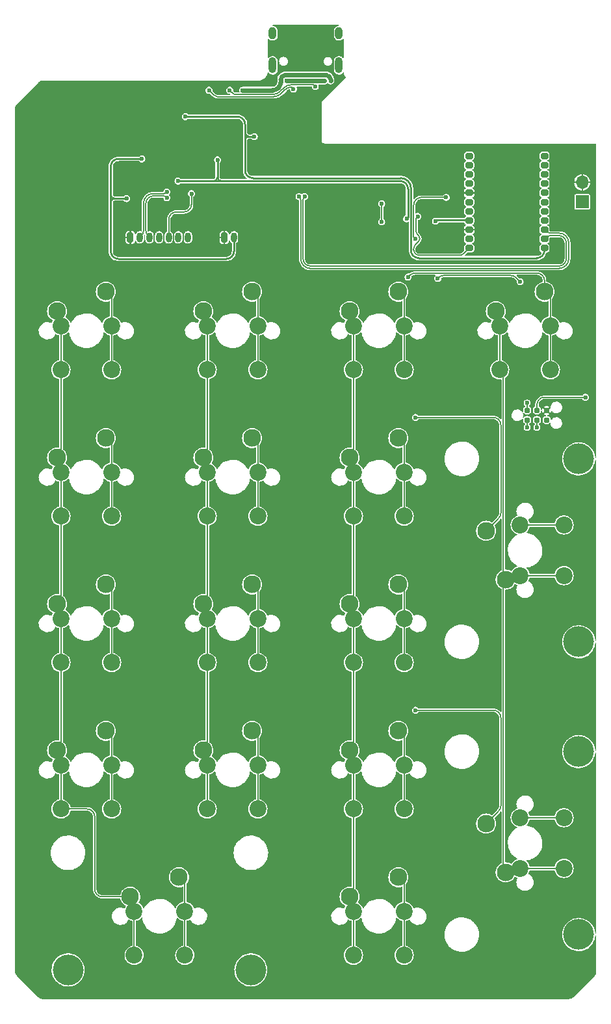
<source format=gbr>
%TF.GenerationSoftware,KiCad,Pcbnew,(6.0.5)*%
%TF.CreationDate,2022-06-15T23:23:07+02:00*%
%TF.ProjectId,whalepad,7768616c-6570-4616-942e-6b696361645f,rev?*%
%TF.SameCoordinates,Original*%
%TF.FileFunction,Copper,L2,Bot*%
%TF.FilePolarity,Positive*%
%FSLAX46Y46*%
G04 Gerber Fmt 4.6, Leading zero omitted, Abs format (unit mm)*
G04 Created by KiCad (PCBNEW (6.0.5)) date 2022-06-15 23:23:07*
%MOMM*%
%LPD*%
G01*
G04 APERTURE LIST*
G04 Aperture macros list*
%AMRoundRect*
0 Rectangle with rounded corners*
0 $1 Rounding radius*
0 $2 $3 $4 $5 $6 $7 $8 $9 X,Y pos of 4 corners*
0 Add a 4 corners polygon primitive as box body*
4,1,4,$2,$3,$4,$5,$6,$7,$8,$9,$2,$3,0*
0 Add four circle primitives for the rounded corners*
1,1,$1+$1,$2,$3*
1,1,$1+$1,$4,$5*
1,1,$1+$1,$6,$7*
1,1,$1+$1,$8,$9*
0 Add four rect primitives between the rounded corners*
20,1,$1+$1,$2,$3,$4,$5,0*
20,1,$1+$1,$4,$5,$6,$7,0*
20,1,$1+$1,$6,$7,$8,$9,0*
20,1,$1+$1,$8,$9,$2,$3,0*%
G04 Aperture macros list end*
%TA.AperFunction,ComponentPad*%
%ADD10C,2.200000*%
%TD*%
%TA.AperFunction,ComponentPad*%
%ADD11C,2.300000*%
%TD*%
%TA.AperFunction,ComponentPad*%
%ADD12C,4.000000*%
%TD*%
%TA.AperFunction,ComponentPad*%
%ADD13O,1.000000X2.100000*%
%TD*%
%TA.AperFunction,ComponentPad*%
%ADD14O,1.000000X1.600000*%
%TD*%
%TA.AperFunction,ComponentPad*%
%ADD15RoundRect,0.200000X0.300000X0.200000X-0.300000X0.200000X-0.300000X-0.200000X0.300000X-0.200000X0*%
%TD*%
%TA.AperFunction,ConnectorPad*%
%ADD16C,0.787400*%
%TD*%
%TA.AperFunction,ComponentPad*%
%ADD17R,1.700000X1.700000*%
%TD*%
%TA.AperFunction,ComponentPad*%
%ADD18O,1.700000X1.700000*%
%TD*%
%TA.AperFunction,ComponentPad*%
%ADD19RoundRect,0.200000X-0.200000X-0.450000X0.200000X-0.450000X0.200000X0.450000X-0.200000X0.450000X0*%
%TD*%
%TA.AperFunction,ComponentPad*%
%ADD20O,0.800000X1.300000*%
%TD*%
%TA.AperFunction,ViaPad*%
%ADD21C,0.600000*%
%TD*%
%TA.AperFunction,Conductor*%
%ADD22C,0.150000*%
%TD*%
%TA.AperFunction,Conductor*%
%ADD23C,0.250000*%
%TD*%
%TA.AperFunction,Conductor*%
%ADD24C,0.600000*%
%TD*%
G04 APERTURE END LIST*
D10*
%TO.P,SW1,1,1*%
%TO.N,c0*%
X-3300000Y640000D03*
D11*
X-3810000Y2540000D03*
D10*
X-3300000Y-5080000D03*
%TO.P,SW1,2,2*%
%TO.N,Net-(D1-Pad2)*%
X3300000Y640000D03*
X3300000Y-5080000D03*
D11*
X2540000Y5080000D03*
%TD*%
%TO.P,SW5,1,1*%
%TO.N,c0*%
X-3810000Y-16510000D03*
D10*
X-3300000Y-18410000D03*
X-3300000Y-24130000D03*
%TO.P,SW5,2,2*%
%TO.N,Net-(D5-Pad2)*%
X3300000Y-24130000D03*
D11*
X2540000Y-13970000D03*
D10*
X3300000Y-18410000D03*
%TD*%
%TO.P,SW2,1,1*%
%TO.N,c1*%
X15750000Y640000D03*
D11*
X15240000Y2540000D03*
D10*
X15750000Y-5080000D03*
%TO.P,SW2,2,2*%
%TO.N,Net-(D2-Pad2)*%
X22350000Y640000D03*
D11*
X21590000Y5080000D03*
D10*
X22350000Y-5080000D03*
%TD*%
D11*
%TO.P,SW7,1,1*%
%TO.N,c2*%
X34290000Y-16510000D03*
D10*
X34800000Y-24130000D03*
X34800000Y-18410000D03*
%TO.P,SW7,2,2*%
%TO.N,Net-(D7-Pad2)*%
X41400000Y-24130000D03*
X41400000Y-18410000D03*
D11*
X40640000Y-13970000D03*
%TD*%
D12*
%TO.P,S1,*%
%TO.N,*%
X64135000Y-16668750D03*
X64135000Y-40481250D03*
%TD*%
D10*
%TO.P,SW12,1,1*%
%TO.N,c0*%
X-3300000Y-56510000D03*
D11*
X-3810000Y-54610000D03*
D10*
X-3300000Y-62230000D03*
%TO.P,SW12,2,2*%
%TO.N,Net-(D12-Pad2)*%
X3300000Y-62230000D03*
X3300000Y-56510000D03*
D11*
X2540000Y-52070000D03*
%TD*%
%TO.P,SW10,1,1*%
%TO.N,c1*%
X15240000Y-35560000D03*
D10*
X15750000Y-37460000D03*
X15750000Y-43180000D03*
%TO.P,SW10,2,2*%
%TO.N,Net-(D10-Pad2)*%
X22350000Y-43180000D03*
X22350000Y-37460000D03*
D11*
X21590000Y-33020000D03*
%TD*%
%TO.P,SW16,1,1*%
%TO.N,c0*%
X5715000Y-73660000D03*
D10*
X6225000Y-75560000D03*
X6225000Y-81280000D03*
%TO.P,SW16,2,2*%
%TO.N,Net-(D16-Pad2)*%
X12825000Y-81280000D03*
D11*
X12065000Y-71120000D03*
D10*
X12825000Y-75560000D03*
%TD*%
D13*
%TO.P,J1,S1,SHIELD*%
%TO.N,Earth*%
X32895000Y34533000D03*
D14*
X32895000Y38713000D03*
D13*
X24255000Y34533000D03*
D14*
X24255000Y38713000D03*
%TD*%
D11*
%TO.P,SW9,1,1*%
%TO.N,c0*%
X-3810000Y-35560000D03*
D10*
X-3300000Y-43180000D03*
X-3300000Y-37460000D03*
%TO.P,SW9,2,2*%
%TO.N,Net-(D9-Pad2)*%
X3300000Y-37460000D03*
X3300000Y-43180000D03*
D11*
X2540000Y-33020000D03*
%TD*%
D10*
%TO.P,SW3,1,1*%
%TO.N,c2*%
X34800000Y-5080000D03*
X34800000Y640000D03*
D11*
X34290000Y2540000D03*
D10*
%TO.P,SW3,2,2*%
%TO.N,Net-(D3-Pad2)*%
X41400000Y640000D03*
D11*
X40640000Y5080000D03*
D10*
X41400000Y-5080000D03*
%TD*%
%TO.P,SW11,1,1*%
%TO.N,c2*%
X34800000Y-37460000D03*
X34800000Y-43180000D03*
D11*
X34290000Y-35560000D03*
D10*
%TO.P,SW11,2,2*%
%TO.N,Net-(D11-Pad2)*%
X41400000Y-43180000D03*
D11*
X40640000Y-33020000D03*
D10*
X41400000Y-37460000D03*
%TD*%
D12*
%TO.P,S2,*%
%TO.N,*%
X64135000Y-54768750D03*
X64135000Y-78581250D03*
%TD*%
D10*
%TO.P,SW15,1,1*%
%TO.N,c3*%
X56510000Y-69975000D03*
D11*
X54610000Y-70485000D03*
D10*
X62230000Y-69975000D03*
%TO.P,SW15,2,2*%
%TO.N,Net-(D15-Pad2)*%
X56510000Y-63375000D03*
D11*
X52070000Y-64135000D03*
D10*
X62230000Y-63375000D03*
%TD*%
%TO.P,SW13,1,1*%
%TO.N,c1*%
X15750000Y-56510000D03*
D11*
X15240000Y-54610000D03*
D10*
X15750000Y-62230000D03*
D11*
%TO.P,SW13,2,2*%
%TO.N,Net-(D13-Pad2)*%
X21590000Y-52070000D03*
D10*
X22350000Y-62230000D03*
X22350000Y-56510000D03*
%TD*%
%TO.P,SW4,1,1*%
%TO.N,c3*%
X53850000Y640000D03*
X53850000Y-5080000D03*
D11*
X53340000Y2540000D03*
%TO.P,SW4,2,2*%
%TO.N,Net-(D4-Pad2)*%
X59690000Y5080000D03*
D10*
X60450000Y-5080000D03*
X60450000Y640000D03*
%TD*%
D11*
%TO.P,SW6,1,1*%
%TO.N,c1*%
X15240000Y-16510000D03*
D10*
X15750000Y-18410000D03*
X15750000Y-24130000D03*
%TO.P,SW6,2,2*%
%TO.N,Net-(D6-Pad2)*%
X22350000Y-18410000D03*
D11*
X21590000Y-13970000D03*
D10*
X22350000Y-24130000D03*
%TD*%
D15*
%TO.P,U4,35,LF-P1.10*%
%TO.N,unconnected-(U4-Pad35)*%
X49875000Y22751000D03*
%TO.P,U4,36,LF-P1.11*%
%TO.N,unconnected-(U4-Pad36)*%
X49875000Y21551000D03*
%TO.P,U4,37,LF-P1.12*%
%TO.N,unconnected-(U4-Pad37)*%
X49875000Y20351000D03*
%TO.P,U4,38,LF-P1.13*%
%TO.N,unconnected-(U4-Pad38)*%
X49875000Y19151000D03*
%TO.P,U4,39,GND*%
%TO.N,GND*%
X49875000Y17951000D03*
%TO.P,U4,40,LF-P1.14*%
%TO.N,unconnected-(U4-Pad40)*%
X49875000Y16751000D03*
%TO.P,U4,41,LF-P1.15*%
%TO.N,unconnected-(U4-Pad41)*%
X49875000Y15551000D03*
%TO.P,U4,42,VDDH*%
%TO.N,VDDH*%
X49875000Y14351000D03*
%TO.P,U4,43,GND*%
%TO.N,GND*%
X49875000Y13151000D03*
%TO.P,U4,44,P1.08*%
%TO.N,unconnected-(U4-Pad44)*%
X49875000Y11951000D03*
%TO.P,U4,45,P1.09*%
%TO.N,P1.09*%
X49875000Y10751000D03*
%TO.P,U4,46,VBUS*%
%TO.N,+5V*%
X59675000Y10751000D03*
%TO.P,U4,47,USB-D-*%
%TO.N,USB_D-*%
X59675000Y11951000D03*
%TO.P,U4,48,USB-D+*%
%TO.N,USB_D+*%
X59675000Y13151000D03*
%TO.P,U4,49,P1.00*%
%TO.N,unconnected-(U4-Pad49)*%
X59675000Y14351000D03*
%TO.P,U4,50,LF-P1.01*%
%TO.N,unconnected-(U4-Pad50)*%
X59675000Y15551000D03*
%TO.P,U4,51,LF-P1.02*%
%TO.N,unconnected-(U4-Pad51)*%
X59675000Y16751000D03*
%TO.P,U4,52,LF-P1.03*%
%TO.N,unconnected-(U4-Pad52)*%
X59675000Y17951000D03*
%TO.P,U4,53,LF-P1.04*%
%TO.N,unconnected-(U4-Pad53)*%
X59675000Y19151000D03*
%TO.P,U4,54,LF-P1.05*%
%TO.N,unconnected-(U4-Pad54)*%
X59675000Y20351000D03*
%TO.P,U4,55,LF-P1.06*%
%TO.N,unconnected-(U4-Pad55)*%
X59675000Y21551000D03*
%TO.P,U4,56,LF-P1.07*%
%TO.N,unconnected-(U4-Pad56)*%
X59675000Y22751000D03*
%TD*%
D10*
%TO.P,SW14,1,1*%
%TO.N,c2*%
X34800000Y-56510000D03*
X34800000Y-62230000D03*
D11*
X34290000Y-54610000D03*
D10*
%TO.P,SW14,2,2*%
%TO.N,Net-(D14-Pad2)*%
X41400000Y-56510000D03*
X41400000Y-62230000D03*
D11*
X40640000Y-52070000D03*
%TD*%
D10*
%TO.P,SW17,1,1*%
%TO.N,c2*%
X34800000Y-75560000D03*
X34800000Y-81280000D03*
D11*
X34290000Y-73660000D03*
D10*
%TO.P,SW17,2,2*%
%TO.N,Net-(D17-Pad2)*%
X41400000Y-75560000D03*
D11*
X40640000Y-71120000D03*
D10*
X41400000Y-81280000D03*
%TD*%
%TO.P,SW8,1,1*%
%TO.N,c3*%
X62230000Y-31875000D03*
X56510000Y-31875000D03*
D11*
X54610000Y-32385000D03*
%TO.P,SW8,2,2*%
%TO.N,Net-(D8-Pad2)*%
X52070000Y-26035000D03*
D10*
X62230000Y-25275000D03*
X56510000Y-25275000D03*
%TD*%
D12*
%TO.P,S3,*%
%TO.N,*%
X21431250Y-83185000D03*
X-2381250Y-83185000D03*
%TD*%
D16*
%TO.P,J4,1,VCC*%
%TO.N,VDD*%
X57417011Y-10365489D03*
%TO.P,J4,2,SWDIO*%
%TO.N,SWDIO*%
X57417011Y-11635489D03*
%TO.P,J4,3,~{RST}*%
%TO.N,RST*%
X58687011Y-10365489D03*
%TO.P,J4,4,SWCLK*%
%TO.N,SWDCLK*%
X58687011Y-11635489D03*
%TO.P,J4,5,GND*%
%TO.N,GND*%
X59957011Y-10365489D03*
%TO.P,J4,6,SWO*%
%TO.N,unconnected-(J4-Pad6)*%
X59957011Y-11635489D03*
%TD*%
D17*
%TO.P,J5,1,Pin_1*%
%TO.N,RST*%
X64595000Y16768750D03*
D18*
%TO.P,J5,2,Pin_2*%
%TO.N,GND*%
X64595000Y19308750D03*
%TD*%
D19*
%TO.P,J3,1,Pin_1*%
%TO.N,GND*%
X5725000Y12153000D03*
D20*
%TO.P,J3,2,Pin_2*%
%TO.N,SDA*%
X6975000Y12153000D03*
%TO.P,J3,3,Pin_3*%
%TO.N,SCL*%
X8225000Y12153000D03*
%TO.P,J3,4,Pin_4*%
%TO.N,P1.09*%
X9475000Y12153000D03*
%TO.P,J3,5,Pin_5*%
%TO.N,LED_CHG*%
X10725000Y12153000D03*
%TO.P,J3,6,Pin_6*%
%TO.N,VDDH*%
X11975000Y12153000D03*
%TO.P,J3,7,Pin_7*%
%TO.N,+VSW*%
X13225000Y12153000D03*
%TD*%
D19*
%TO.P,J2,1,Pin_1*%
%TO.N,GND*%
X17975000Y12153000D03*
D20*
%TO.P,J2,2,Pin_2*%
%TO.N,+BATT*%
X19225000Y12153000D03*
%TD*%
D21*
%TO.N,r0*%
X46867893Y17351000D03*
X42864724Y12004000D03*
%TO.N,Net-(D4-Pad2)*%
X41903427Y7000000D03*
%TO.N,Net-(D15-Pad2)*%
X42862500Y-49381250D03*
%TO.N,Net-(D8-Pad2)*%
X42862500Y-11281250D03*
%TO.N,+5V*%
X12911011Y27863000D03*
X21875000Y25271000D03*
%TO.N,Net-(C9-Pad2)*%
X31825000Y32518000D03*
X25325000Y32518000D03*
X20375000Y31290427D03*
%TO.N,VBUS*%
X26125000Y32518000D03*
X31025000Y32518000D03*
%TO.N,Net-(J1-PadA5)*%
X18675000Y31290427D03*
X29825000Y31768500D03*
%TO.N,USB_D+*%
X27700000Y17475106D03*
%TO.N,USB_D-*%
X28450000Y17475106D03*
%TO.N,Net-(J1-PadB5)*%
X26975000Y31468980D03*
X15975000Y31290427D03*
%TO.N,LED_CHG*%
X13691011Y17853000D03*
%TO.N,GND*%
X51775000Y11951000D03*
X29225001Y7415000D03*
X-8525000Y-83396573D03*
X9591011Y26963000D03*
X-8525000Y5307545D03*
X65675000Y-28818793D03*
X38775000Y20951000D03*
X27275000Y25763000D03*
X63975000Y3751000D03*
X64775000Y23951000D03*
X65675000Y-83396573D03*
X17151141Y-86225000D03*
X57775000Y11951000D03*
X30775000Y20951000D03*
X44775000Y23951000D03*
X27275000Y9415000D03*
X27375000Y30763000D03*
X50103427Y6200000D03*
X6091011Y16263000D03*
X34775000Y20951000D03*
X14991011Y20463000D03*
X8291011Y18463000D03*
X32775000Y23951000D03*
X28875000Y12463000D03*
X65675000Y2997872D03*
X-8525000Y28983573D03*
X49775000Y23951000D03*
X30775000Y23951000D03*
X5727284Y-86225000D03*
X-8525000Y16395559D03*
X42775000Y20951000D03*
X55775000Y23951000D03*
X46775000Y23951000D03*
X10591011Y21363000D03*
X51422712Y-86225000D03*
X60503427Y7200000D03*
X46775000Y20951000D03*
X61175000Y9151000D03*
X44875000Y11851000D03*
X57775000Y23951000D03*
X39998855Y-86225000D03*
X10775000Y16603000D03*
X42775000Y23951000D03*
X3303427Y31812000D03*
X55775000Y3751000D03*
X28875000Y18261106D03*
X29225001Y9415000D03*
X-5696573Y31812000D03*
X57775000Y17951000D03*
X46075000Y11834511D03*
X12691011Y20463000D03*
X62975000Y-11049000D03*
X-8525000Y-72308553D03*
X40775000Y23951000D03*
X-8525000Y-39044511D03*
X32574500Y32518000D03*
X46775000Y6551000D03*
X-5696573Y-86225000D03*
X38775000Y23951000D03*
X57775000Y20951000D03*
X46975000Y10351000D03*
X65675000Y-62185457D03*
X-8525000Y-16868483D03*
X62775000Y23951000D03*
X65675000Y-72791012D03*
X65775000Y13951000D03*
X65675000Y-51579902D03*
X53775000Y23951000D03*
X40575000Y9551000D03*
X63775000Y13951000D03*
X-8525000Y-27956497D03*
X22775000Y27157000D03*
X8191011Y20463000D03*
X36775000Y23951000D03*
X65675000Y-7607683D03*
X41275000Y7513000D03*
X34775000Y23951000D03*
X12303427Y31865427D03*
X9391011Y20463000D03*
X14691011Y25763000D03*
X51775000Y17951000D03*
X12191011Y22963000D03*
X19975000Y20213000D03*
X22210000Y27976000D03*
X59775000Y23951000D03*
X-8525000Y-50132525D03*
X28574998Y-86225000D03*
X25175000Y27157000D03*
X27275000Y18261106D03*
X-8525000Y-61220539D03*
X28875000Y25763000D03*
X-8525000Y-5780469D03*
X57775000Y14951000D03*
X16191011Y20463000D03*
X41475000Y13651000D03*
X14691011Y26963000D03*
X27275000Y12463000D03*
X51775000Y23951000D03*
X28775000Y31363000D03*
X62846573Y-86225000D03*
X51775000Y20951000D03*
%TO.N,VDD*%
X45775000Y6800000D03*
X57417011Y-9401978D03*
X56500500Y6384511D03*
%TO.N,SWDIO*%
X57417011Y-12599000D03*
%TO.N,RST*%
X64999500Y-8651498D03*
%TO.N,SWDCLK*%
X58687011Y-12599000D03*
%TO.N,+BATT*%
X7228511Y22363000D03*
X5228511Y17203000D03*
%TO.N,SDA*%
X10491011Y18077503D03*
%TO.N,SCL*%
X10491011Y17328000D03*
%TO.N,P1.09*%
X43164244Y14876500D03*
%TO.N,VDDH*%
X11941011Y19477011D03*
X45475000Y14251000D03*
X41715724Y14576980D03*
X17091011Y22243000D03*
%TO.N,Net-(Q2-Pad1)*%
X38467893Y16524540D03*
X38467893Y14177460D03*
%TD*%
D22*
%TO.N,r0*%
X42639744Y16351000D02*
X42639744Y12228980D01*
X46865840Y17348947D02*
X43541452Y17348947D01*
X42639744Y12228980D02*
X42864724Y12004000D01*
X42639788Y16351000D02*
G75*
G02*
X43541452Y17348947I1005412J-2100D01*
G01*
%TO.N,Net-(D1-Pad2)*%
X3300000Y640000D02*
X3300000Y-5080000D01*
X3300000Y640000D02*
X3300000Y4320000D01*
X3300000Y4320000D02*
X2540000Y5080000D01*
%TO.N,Net-(D2-Pad2)*%
X22350000Y4320000D02*
X21590000Y5080000D01*
X22350000Y-5080000D02*
X22350000Y640000D01*
X22350000Y640000D02*
X22350000Y4320000D01*
%TO.N,Net-(D3-Pad2)*%
X41400000Y-5080000D02*
X41400000Y640000D01*
X41400000Y640000D02*
X41400000Y4320000D01*
X41400000Y4320000D02*
X40640000Y5080000D01*
%TO.N,Net-(D4-Pad2)*%
X60450000Y640000D02*
X60450000Y4320000D01*
X41903427Y7000000D02*
X42110054Y7206627D01*
X59690000Y6499520D02*
X59690000Y5080000D01*
X60450000Y4320000D02*
X59690000Y5080000D01*
X60450000Y-5080000D02*
X60450000Y640000D01*
X42817161Y7499520D02*
X58690000Y7499520D01*
X59690020Y6499520D02*
G75*
G03*
X58690000Y7499520I-1000020J-20D01*
G01*
X42110070Y7206611D02*
G75*
G02*
X42817161Y7499520I707130J-707111D01*
G01*
%TO.N,Net-(D5-Pad2)*%
X3300000Y-14730000D02*
X2540000Y-13970000D01*
X3300000Y-18410000D02*
X3300000Y-24130000D01*
X3300000Y-18410000D02*
X3300000Y-14730000D01*
%TO.N,Net-(D6-Pad2)*%
X22350000Y-18410000D02*
X22350000Y-14730000D01*
X22350000Y-14730000D02*
X21590000Y-13970000D01*
X22350000Y-24130000D02*
X22350000Y-18410000D01*
%TO.N,Net-(D7-Pad2)*%
X41400000Y-24130000D02*
X41400000Y-18410000D01*
X41400000Y-14730000D02*
X40640000Y-13970000D01*
X41400000Y-18410000D02*
X41400000Y-14730000D01*
%TO.N,Net-(D9-Pad2)*%
X3300000Y-37460000D02*
X3300000Y-43180000D01*
X3300000Y-33780000D02*
X2540000Y-33020000D01*
X3300000Y-37460000D02*
X3300000Y-33780000D01*
%TO.N,Net-(D10-Pad2)*%
X22350000Y-37460000D02*
X22350000Y-43180000D01*
X22350000Y-37460000D02*
X22350000Y-33780000D01*
X22350000Y-33780000D02*
X21590000Y-33020000D01*
%TO.N,Net-(D11-Pad2)*%
X41400000Y-37460000D02*
X41400000Y-33780000D01*
X41400000Y-43180000D02*
X41400000Y-37460000D01*
X41400000Y-33780000D02*
X40640000Y-33020000D01*
%TO.N,Net-(D12-Pad2)*%
X3300000Y-52830000D02*
X2540000Y-52070000D01*
X3300000Y-56510000D02*
X3300000Y-62230000D01*
X3300000Y-56510000D02*
X3300000Y-52830000D01*
%TO.N,Net-(D13-Pad2)*%
X22350000Y-56510000D02*
X22350000Y-52830000D01*
X22350000Y-62230000D02*
X22350000Y-56510000D01*
X22350000Y-52830000D02*
X21590000Y-52070000D01*
%TO.N,Net-(D14-Pad2)*%
X41400000Y-62230000D02*
X41400000Y-56510000D01*
X41400000Y-56510000D02*
X41400000Y-52830000D01*
X41400000Y-52830000D02*
X40640000Y-52070000D01*
%TO.N,Net-(D15-Pad2)*%
X42862500Y-49381250D02*
X53000480Y-49381250D01*
X54000480Y-50381250D02*
X54000480Y-61790306D01*
X62230000Y-63375000D02*
X56510000Y-63375000D01*
X53707587Y-62497413D02*
X52070000Y-64135000D01*
X54000450Y-50381250D02*
G75*
G03*
X53000480Y-49381250I-999950J50D01*
G01*
X54000490Y-61790306D02*
G75*
G02*
X53707587Y-62497413I-999990J6D01*
G01*
%TO.N,Net-(D16-Pad2)*%
X12825000Y-71880000D02*
X12065000Y-71120000D01*
X12825000Y-75560000D02*
X12825000Y-81280000D01*
X12825000Y-75560000D02*
X12825000Y-71880000D01*
%TO.N,Net-(D17-Pad2)*%
X41400000Y-75560000D02*
X41400000Y-71880000D01*
X41400000Y-71880000D02*
X40640000Y-71120000D01*
X41400000Y-81280000D02*
X41400000Y-75560000D01*
%TO.N,c0*%
X1087011Y-72660000D02*
X1087011Y-63230000D01*
X-3300000Y-43180000D02*
X-3300000Y-56510000D01*
X-3300000Y-18410000D02*
X-3300000Y-24130000D01*
X-3300000Y-24130000D02*
X-3300000Y-37460000D01*
X-3300000Y-37460000D02*
X-3300000Y-43180000D01*
X6225000Y-75560000D02*
X6225000Y-81280000D01*
X-3300000Y640000D02*
X-3300000Y-5080000D01*
X-3300000Y-5080000D02*
X-3300000Y-18410000D01*
X87011Y-62230000D02*
X-3300000Y-62230000D01*
X-3300000Y-56510000D02*
X-3300000Y-62230000D01*
X5715000Y-73660000D02*
X2087011Y-73660000D01*
X2087011Y-73659999D02*
G75*
G02*
X1087011Y-72660000I-1J999999D01*
G01*
X1087011Y-63230000D02*
G75*
G03*
X87011Y-62230000I-999999J1D01*
G01*
%TO.N,c1*%
X15750000Y-18410000D02*
X15750000Y-24130000D01*
X15750000Y-56510000D02*
X15750000Y-62230000D01*
X15750000Y640000D02*
X15750000Y-5080000D01*
X15750000Y-43180000D02*
X15750000Y-56510000D01*
X15750000Y-5080000D02*
X15750000Y-18410000D01*
X15750000Y-37460000D02*
X15750000Y-43180000D01*
X15750000Y-24130000D02*
X15750000Y-37460000D01*
%TO.N,c2*%
X34800000Y-56510000D02*
X34800000Y-43180000D01*
X34800000Y-81280000D02*
X34800000Y-75560000D01*
X34800000Y-43180000D02*
X34800000Y-37460000D01*
X34800000Y-24130000D02*
X34800000Y-18410000D01*
X34800000Y-62230000D02*
X34800000Y-56510000D01*
X34800000Y-5080000D02*
X34800000Y640000D01*
X34800000Y-75560000D02*
X34800000Y-62230000D01*
X34800000Y-18410000D02*
X34800000Y-5080000D01*
X34800000Y-37460000D02*
X34800000Y-24130000D01*
%TO.N,c3*%
X54300000Y-70175000D02*
X54610000Y-70485000D01*
X62230000Y-31875000D02*
X56510000Y-31875000D01*
X62230000Y-69975000D02*
X56510000Y-69975000D01*
X54300000Y-5530000D02*
X54300000Y-32075000D01*
X54300000Y-32695000D02*
X54300000Y-70175000D01*
X53850000Y640000D02*
X53850000Y-5080000D01*
X53850000Y-5080000D02*
X54300000Y-5530000D01*
X54610000Y-32385000D02*
X54300000Y-32695000D01*
X54300000Y-32075000D02*
X54610000Y-32385000D01*
%TO.N,Net-(D8-Pad2)*%
X62230000Y-25275000D02*
X56510000Y-25275000D01*
X54000480Y-12281250D02*
X54000480Y-23690306D01*
X53707587Y-24397413D02*
X52070000Y-26035000D01*
X42862500Y-11281250D02*
X53000480Y-11281250D01*
X54000490Y-23690306D02*
G75*
G02*
X53707587Y-24397413I-999990J6D01*
G01*
X54000450Y-12281250D02*
G75*
G03*
X53000480Y-11281250I-999950J50D01*
G01*
D23*
%TO.N,+5V*%
X42290224Y18526531D02*
X42290224Y10661986D01*
X43282039Y9462675D02*
X58675000Y9462675D01*
X21875000Y25271000D02*
X21175000Y25271000D01*
X20675000Y24771000D02*
X20675000Y20876531D01*
X20675000Y25771000D02*
X20675000Y24771000D01*
X21675000Y19876531D02*
X40940224Y19876531D01*
X42290224Y10661986D02*
X42282039Y10653428D01*
X59675000Y10462675D02*
X59675000Y10800000D01*
X12911011Y27863000D02*
X19675000Y27863000D01*
X42282039Y10653428D02*
X42282039Y10462675D01*
X20675000Y25771000D02*
X20675000Y26863000D01*
X43282039Y9462739D02*
G75*
G02*
X42282039Y10462675I-39J999961D01*
G01*
X20675000Y26863000D02*
G75*
G03*
X19675000Y27863000I-1000000J0D01*
G01*
X42290231Y18526531D02*
G75*
G03*
X40940224Y19876531I-1350031J-31D01*
G01*
X21675000Y19876530D02*
G75*
G02*
X20675000Y20876531I10J1000010D01*
G01*
X20675000Y25771000D02*
G75*
G03*
X21175000Y25271000I500000J0D01*
G01*
X20675000Y24771000D02*
G75*
G02*
X21175000Y25271000I500000J0D01*
G01*
X59675025Y10462675D02*
G75*
G02*
X58675000Y9462675I-1000025J25D01*
G01*
D24*
%TO.N,Net-(C9-Pad2)*%
X25925000Y33267520D02*
X31225000Y33267520D01*
X25325000Y32518000D02*
X25325000Y32368998D01*
X31825000Y32667520D02*
X31825000Y32518000D01*
X25032107Y31661891D02*
X24953536Y31583320D01*
X24246429Y31290427D02*
X20375000Y31290427D01*
X25325000Y32518000D02*
X25325000Y32667520D01*
X25925000Y33267500D02*
G75*
G03*
X25325000Y32667520I0J-600000D01*
G01*
X24953516Y31583340D02*
G75*
G02*
X24246429Y31290427I-707116J707060D01*
G01*
X31825020Y32667520D02*
G75*
G03*
X31225000Y33267520I-600020J-20D01*
G01*
X25325001Y32368998D02*
G75*
G02*
X25032106Y31661892I-1000001J2D01*
G01*
%TO.N,VBUS*%
X26125000Y32518000D02*
X31025000Y32518000D01*
D22*
%TO.N,Net-(J1-PadA5)*%
X19515444Y30767960D02*
X19322640Y30806305D01*
X19322640Y30806305D02*
X19141022Y30881529D01*
X19141022Y30881529D02*
X18977569Y30990739D01*
X19613734Y30765907D02*
X19515444Y30767960D01*
X29825000Y31768500D02*
X29600020Y31993480D01*
X18906627Y31058800D02*
X18675000Y31290427D01*
X18977569Y30990739D02*
X18906627Y31058800D01*
X29600020Y31993480D02*
X26623247Y31993480D01*
X24339429Y30765907D02*
X19613734Y30765907D01*
X25739363Y31627363D02*
X25258668Y31146668D01*
X25258652Y31146684D02*
G75*
G02*
X24339429Y30765907I-919252J919216D01*
G01*
X25739344Y31627382D02*
G75*
G02*
X26623247Y31993480I883856J-883882D01*
G01*
%TO.N,USB_D+*%
X61575000Y12701001D02*
X60539213Y12701001D01*
X27924999Y17043000D02*
X27924999Y9365000D01*
X59832106Y12993894D02*
X59675000Y13151000D01*
X27700000Y17475106D02*
X27778553Y17396553D01*
X29174999Y8115000D02*
X61575000Y8115000D01*
X62825000Y9365000D02*
X62825000Y11451001D01*
X62825000Y9365000D02*
G75*
G02*
X61575000Y8115000I-1250000J0D01*
G01*
X59832100Y12993888D02*
G75*
G03*
X60539213Y12701001I707100J707112D01*
G01*
X27924999Y17043000D02*
G75*
G03*
X27778553Y17396553I-499999J0D01*
G01*
X61575000Y12701000D02*
G75*
G02*
X62825000Y11451001I0J-1250000D01*
G01*
X29174999Y8114999D02*
G75*
G02*
X27924999Y9365000I1J1250001D01*
G01*
%TO.N,USB_D-*%
X59675000Y11951000D02*
X59832106Y12108106D01*
X28225001Y9415000D02*
X28225001Y17043000D01*
X60539213Y12400999D02*
X61525000Y12400999D01*
X61525000Y8415000D02*
X29225001Y8415000D01*
X28371447Y17396553D02*
X28450000Y17475106D01*
X62525000Y11400999D02*
X62525000Y9415000D01*
X62524999Y11400999D02*
G75*
G03*
X61525000Y12400999I-999999J1D01*
G01*
X61525000Y8415000D02*
G75*
G03*
X62525000Y9415000I0J1000000D01*
G01*
X60539213Y12400990D02*
G75*
G03*
X59832106Y12108106I-13J-999990D01*
G01*
X28371447Y17396553D02*
G75*
G03*
X28225001Y17043000I353553J-353553D01*
G01*
X28225000Y9415000D02*
G75*
G03*
X29225001Y8415000I1000000J0D01*
G01*
%TO.N,Net-(J1-PadB5)*%
X16922221Y30506969D02*
X16740643Y30582188D01*
X17114984Y30468618D02*
X16922221Y30506969D01*
X17213254Y30466387D02*
X17114984Y30468618D01*
X24359942Y30466387D02*
X17213254Y30466387D01*
X25936653Y31401067D02*
X25455957Y30920371D01*
X16740643Y30582188D02*
X16577228Y30691386D01*
X26975000Y31468980D02*
X26750020Y31693960D01*
X16577228Y30691386D02*
X16506147Y30759280D01*
X16506147Y30759280D02*
X15975000Y31290427D01*
X26750020Y31693960D02*
X26643760Y31693960D01*
X24359942Y30466362D02*
G75*
G03*
X25455956Y30920372I-42J1550038D01*
G01*
X26643760Y31694000D02*
G75*
G03*
X25936653Y31401067I40J-1000000D01*
G01*
%TO.N,LED_CHG*%
X13691011Y17853000D02*
X13691011Y16453000D01*
X10725000Y14453000D02*
X10725000Y12153000D01*
X11725000Y15453000D02*
X12691011Y15453000D01*
X13691000Y16453000D02*
G75*
G02*
X12691011Y15453000I-1000000J0D01*
G01*
X10725000Y14453000D02*
G75*
G02*
X11725000Y15453000I1000000J0D01*
G01*
%TO.N,VDD*%
X46589214Y7200000D02*
X55270797Y7200000D01*
X55977904Y6907107D02*
X56500500Y6384511D01*
X45775000Y6800000D02*
X45882107Y6907107D01*
X57417011Y-10365489D02*
X57417011Y-9413989D01*
X55270797Y7199998D02*
G75*
G02*
X55977904Y6907107I3J-999998D01*
G01*
X46589214Y7199961D02*
G75*
G03*
X45882107Y6907107I-14J-1000061D01*
G01*
%TO.N,SWDIO*%
X57417011Y-11635489D02*
X57417011Y-12586989D01*
%TO.N,RST*%
X59687011Y-8651498D02*
X64999500Y-8651498D01*
X58687011Y-10365489D02*
X58687011Y-9651498D01*
X58686998Y-9651498D02*
G75*
G02*
X59687011Y-8651498I1000002J-2D01*
G01*
%TO.N,SWDCLK*%
X58687011Y-11635489D02*
X58687011Y-12586989D01*
D23*
%TO.N,+BATT*%
X5228511Y17203000D02*
X3675000Y17203000D01*
X3175000Y10351000D02*
X3175000Y16703000D01*
X19225000Y12153000D02*
X19225000Y10351000D01*
X3175000Y16703000D02*
X3175000Y17703000D01*
X4175000Y22363000D02*
X7228511Y22363000D01*
X3175000Y21363000D02*
X3175000Y17703000D01*
X18225000Y9351000D02*
X4175000Y9351000D01*
X4175000Y22363000D02*
G75*
G03*
X3175000Y21363000I0J-1000000D01*
G01*
X3175000Y16703000D02*
G75*
G02*
X3675000Y17203000I500000J0D01*
G01*
X18225000Y9351000D02*
G75*
G03*
X19225000Y10351000I0J1000000D01*
G01*
X4175000Y9351000D02*
G75*
G02*
X3175000Y10351000I0J1000000D01*
G01*
X3175000Y17703000D02*
G75*
G03*
X3675000Y17203000I500000J0D01*
G01*
D22*
%TO.N,SDA*%
X7450000Y16602520D02*
X7450000Y13042214D01*
X10491011Y18077503D02*
X10412474Y17998966D01*
X7157107Y12335107D02*
X6975000Y12153000D01*
X10058921Y17852520D02*
X8700000Y17852520D01*
X10058921Y17852500D02*
G75*
G03*
X10412473Y17998967I-21J500000D01*
G01*
X7449980Y16602520D02*
G75*
G02*
X8700000Y17852520I1250020J-20D01*
G01*
X7449990Y13042214D02*
G75*
G02*
X7157107Y12335107I-999990J-14D01*
G01*
%TO.N,SCL*%
X10058904Y17553000D02*
X8750000Y17553000D01*
X7750000Y16553000D02*
X7750000Y13042214D01*
X8042893Y12335107D02*
X8225000Y12153000D01*
X10491011Y17328000D02*
X10412457Y17406554D01*
X8042886Y12335100D02*
G75*
G02*
X7750000Y13042214I707114J707100D01*
G01*
X7750000Y16553000D02*
G75*
G02*
X8750000Y17553000I1000000J0D01*
G01*
X10058904Y17553002D02*
G75*
G02*
X10412456Y17406553I-4J-500002D01*
G01*
%TO.N,P1.09*%
X42939264Y12920443D02*
X42939264Y14651520D01*
X43440704Y12003211D02*
X43440704Y12004789D01*
X49875000Y10751000D02*
X49231413Y10107413D01*
X42639744Y10514520D02*
X42639744Y10705195D01*
X43294257Y12358343D02*
X43085710Y12566890D01*
X42844770Y11200170D02*
X43294258Y11649658D01*
X43339744Y9814520D02*
X48524306Y9814520D01*
X42939264Y14651520D02*
X43164244Y14876500D01*
X43440695Y12003211D02*
G75*
G02*
X43294258Y11649658I-499995J-11D01*
G01*
X42639720Y10514520D02*
G75*
G03*
X43339744Y9814520I699980J-20D01*
G01*
X43085681Y12566861D02*
G75*
G02*
X42939264Y12920443I353619J353539D01*
G01*
X42844776Y11200164D02*
G75*
G03*
X42639744Y10705195I494924J-494964D01*
G01*
X43440695Y12004789D02*
G75*
G03*
X43294257Y12358343I-499995J11D01*
G01*
X48524306Y9814481D02*
G75*
G03*
X49231413Y10107413I-6J999919D01*
G01*
D23*
%TO.N,VDDH*%
X41890704Y18477011D02*
X41890704Y14751960D01*
X17091011Y22243000D02*
X17091011Y19977011D01*
X11941011Y19477011D02*
X16591011Y19477011D01*
X45624000Y14400000D02*
X45475000Y14251000D01*
X16591011Y19477011D02*
X17591011Y19477011D01*
X49875000Y14400000D02*
X45624000Y14400000D01*
X17591011Y19477011D02*
X40890704Y19477011D01*
X41890704Y14751960D02*
X41715724Y14576980D01*
X16591011Y19476989D02*
G75*
G03*
X17091011Y19977011I-11J500011D01*
G01*
X41890711Y18477011D02*
G75*
G03*
X40890704Y19477011I-1000011J-11D01*
G01*
X17591011Y19477011D02*
G75*
G02*
X17091011Y19977011I-11J499989D01*
G01*
D22*
%TO.N,Net-(Q2-Pad1)*%
X38467893Y16524540D02*
X38467893Y14177460D01*
%TD*%
%TA.AperFunction,Conductor*%
%TO.N,GND*%
G36*
X32757475Y39811078D02*
G01*
X32775000Y39807592D01*
X32782148Y39809014D01*
X32786455Y39809014D01*
X32802428Y39809799D01*
X32824134Y39807661D01*
X32869774Y39785769D01*
X32890664Y39739662D01*
X32877030Y39690913D01*
X32835251Y39662334D01*
X32821527Y39660163D01*
X32772140Y39657056D01*
X32767713Y39655618D01*
X32767710Y39655617D01*
X32703021Y39634598D01*
X32615829Y39606268D01*
X32611896Y39603772D01*
X32553323Y39566600D01*
X32477060Y39518202D01*
X32364552Y39398393D01*
X32285373Y39254368D01*
X32244500Y39095177D01*
X32244500Y38372075D01*
X32259929Y38249942D01*
X32320432Y38097129D01*
X32417037Y37964163D01*
X32543674Y37859400D01*
X32547888Y37857417D01*
X32622669Y37822228D01*
X32692387Y37789421D01*
X32853830Y37758624D01*
X32858475Y37758916D01*
X32858478Y37758916D01*
X32941946Y37764168D01*
X33017860Y37768944D01*
X33022287Y37770382D01*
X33022290Y37770383D01*
X33096016Y37794338D01*
X33174171Y37819732D01*
X33233553Y37857417D01*
X33309009Y37905303D01*
X33309011Y37905304D01*
X33312940Y37907798D01*
X33396556Y37996840D01*
X33441738Y38019663D01*
X33491020Y38008105D01*
X33521342Y37967572D01*
X33524500Y37946184D01*
X33524500Y35551012D01*
X33507187Y35503446D01*
X33463350Y35478136D01*
X33413500Y35486926D01*
X33390635Y35507513D01*
X33372963Y35531837D01*
X33277130Y35611117D01*
X33249915Y35633631D01*
X33246326Y35636600D01*
X33242112Y35638583D01*
X33101823Y35704598D01*
X33101822Y35704598D01*
X33097613Y35706579D01*
X32936170Y35737376D01*
X32931525Y35737084D01*
X32931522Y35737084D01*
X32848054Y35731832D01*
X32772140Y35727056D01*
X32767713Y35725618D01*
X32767710Y35725617D01*
X32703021Y35704598D01*
X32615829Y35676268D01*
X32611896Y35673772D01*
X32533973Y35624320D01*
X32477060Y35588202D01*
X32473873Y35584808D01*
X32369302Y35473451D01*
X32364552Y35468393D01*
X32285373Y35324368D01*
X32244500Y35165177D01*
X32244500Y33942075D01*
X32259929Y33819942D01*
X32289150Y33746139D01*
X32299512Y33719968D01*
X32320432Y33667129D01*
X32417037Y33534163D01*
X32543674Y33429400D01*
X32547888Y33427417D01*
X32622669Y33392228D01*
X32692387Y33359421D01*
X32853830Y33328624D01*
X32858475Y33328916D01*
X32858478Y33328916D01*
X32941946Y33334168D01*
X33017860Y33338944D01*
X33022287Y33340382D01*
X33022290Y33340383D01*
X33096016Y33364338D01*
X33174171Y33389732D01*
X33233553Y33427417D01*
X33309009Y33475303D01*
X33309011Y33475304D01*
X33312940Y33477798D01*
X33423143Y33595153D01*
X33468324Y33617974D01*
X33517606Y33606416D01*
X33549041Y33561770D01*
X33581297Y33427417D01*
X33582026Y33424379D01*
X33583138Y33421696D01*
X33583139Y33421691D01*
X33621568Y33328916D01*
X33657351Y33242529D01*
X33760196Y33074702D01*
X33762088Y33072487D01*
X33762090Y33072484D01*
X33790806Y33038862D01*
X33808533Y32991448D01*
X33793201Y32945699D01*
X33747917Y32886800D01*
X33741578Y32879578D01*
X30771447Y29909447D01*
X30691987Y29805893D01*
X30642037Y29685303D01*
X30625000Y29555893D01*
X30625000Y24863000D01*
X30626604Y24850817D01*
X30639743Y24751016D01*
X30642037Y24733590D01*
X30691987Y24613000D01*
X30771447Y24509447D01*
X30875000Y24429987D01*
X30995590Y24380037D01*
X31000392Y24379405D01*
X31000395Y24379404D01*
X31096054Y24366811D01*
X31125000Y24363000D01*
X66170149Y24363000D01*
X66179808Y24362367D01*
X66294754Y24347234D01*
X66313409Y24342236D01*
X66378819Y24315142D01*
X66416139Y24280944D01*
X66424500Y24246775D01*
X66424500Y-16460497D01*
X66407187Y-16508063D01*
X66363350Y-16533373D01*
X66313500Y-16524583D01*
X66280963Y-16485806D01*
X66276671Y-16465530D01*
X66270753Y-16378716D01*
X66270752Y-16378712D01*
X66270582Y-16376212D01*
X66266476Y-16356382D01*
X66217984Y-16122228D01*
X66211121Y-16089087D01*
X66113243Y-15812688D01*
X65978759Y-15552130D01*
X65810158Y-15312234D01*
X65610558Y-15097440D01*
X65605465Y-15093271D01*
X65385605Y-14913318D01*
X65385604Y-14913318D01*
X65383655Y-14911722D01*
X65133646Y-14758516D01*
X64865158Y-14640658D01*
X64702372Y-14594287D01*
X64585585Y-14561019D01*
X64585584Y-14561019D01*
X64583159Y-14560328D01*
X64292867Y-14519014D01*
X64161153Y-14518324D01*
X64002172Y-14517491D01*
X64002169Y-14517491D01*
X63999653Y-14517478D01*
X63708945Y-14555751D01*
X63706512Y-14556417D01*
X63706510Y-14556417D01*
X63693512Y-14559973D01*
X63426120Y-14633123D01*
X63423799Y-14634113D01*
X63158725Y-14747176D01*
X63158720Y-14747179D01*
X63156412Y-14748163D01*
X62904813Y-14898742D01*
X62675977Y-15082074D01*
X62674245Y-15083899D01*
X62674243Y-15083901D01*
X62606107Y-15155702D01*
X62474139Y-15294767D01*
X62472669Y-15296813D01*
X62317871Y-15512238D01*
X62303035Y-15532884D01*
X62165830Y-15792019D01*
X62065063Y-16067378D01*
X62064526Y-16069842D01*
X62064524Y-16069848D01*
X62052594Y-16124565D01*
X62002599Y-16353864D01*
X61979593Y-16646178D01*
X61979738Y-16648693D01*
X61979738Y-16648697D01*
X61989048Y-16810158D01*
X61996472Y-16938909D01*
X61996956Y-16941374D01*
X61996956Y-16941377D01*
X62011456Y-17015282D01*
X62052923Y-17226641D01*
X62053738Y-17229022D01*
X62053739Y-17229025D01*
X62138992Y-17478028D01*
X62147901Y-17504050D01*
X62279649Y-17766001D01*
X62281081Y-17768084D01*
X62281083Y-17768088D01*
X62432392Y-17988244D01*
X62445729Y-18007650D01*
X62447426Y-18009515D01*
X62586829Y-18162716D01*
X62643068Y-18224522D01*
X62868014Y-18412606D01*
X62870151Y-18413947D01*
X62870153Y-18413948D01*
X63114272Y-18567084D01*
X63116405Y-18568422D01*
X63118697Y-18569457D01*
X63118701Y-18569459D01*
X63310107Y-18655882D01*
X63383644Y-18689085D01*
X63386049Y-18689797D01*
X63386048Y-18689797D01*
X63662372Y-18771648D01*
X63662377Y-18771649D01*
X63664787Y-18772363D01*
X63667274Y-18772744D01*
X63667276Y-18772744D01*
X63952139Y-18816334D01*
X63952142Y-18816334D01*
X63954630Y-18816715D01*
X63957146Y-18816755D01*
X63957152Y-18816755D01*
X64110790Y-18819168D01*
X64247811Y-18821321D01*
X64413016Y-18801329D01*
X64536396Y-18786399D01*
X64536401Y-18786398D01*
X64538905Y-18786095D01*
X64599403Y-18770224D01*
X64820083Y-18712330D01*
X64820088Y-18712328D01*
X64822525Y-18711689D01*
X64824853Y-18710725D01*
X64824858Y-18710723D01*
X65091103Y-18600440D01*
X65091108Y-18600437D01*
X65093422Y-18599479D01*
X65346585Y-18451543D01*
X65424072Y-18390785D01*
X65575343Y-18272174D01*
X65575348Y-18272170D01*
X65577328Y-18270617D01*
X65781381Y-18060050D01*
X65880829Y-17924668D01*
X65953482Y-17825764D01*
X65953484Y-17825762D01*
X65954970Y-17823738D01*
X66094881Y-17566054D01*
X66095766Y-17563711D01*
X66095770Y-17563703D01*
X66176846Y-17349139D01*
X66198526Y-17291765D01*
X66212896Y-17229025D01*
X66250719Y-17063877D01*
X66263987Y-17005948D01*
X66276793Y-16862458D01*
X66298265Y-16816619D01*
X66344179Y-16795306D01*
X66393050Y-16808493D01*
X66422012Y-16850008D01*
X66424500Y-16869036D01*
X66424500Y-40272997D01*
X66407187Y-40320563D01*
X66363350Y-40345873D01*
X66313500Y-40337083D01*
X66280963Y-40298306D01*
X66276671Y-40278030D01*
X66270753Y-40191216D01*
X66270752Y-40191212D01*
X66270582Y-40188712D01*
X66266476Y-40168882D01*
X66217067Y-39930301D01*
X66211121Y-39901587D01*
X66113243Y-39625188D01*
X65978759Y-39364630D01*
X65810158Y-39124734D01*
X65610558Y-38909940D01*
X65605465Y-38905771D01*
X65385605Y-38725818D01*
X65385604Y-38725818D01*
X65383655Y-38724222D01*
X65184046Y-38601901D01*
X65135792Y-38572331D01*
X65135791Y-38572331D01*
X65133646Y-38571016D01*
X64865158Y-38453158D01*
X64702372Y-38406787D01*
X64585585Y-38373519D01*
X64585584Y-38373519D01*
X64583159Y-38372828D01*
X64292867Y-38331514D01*
X64161153Y-38330824D01*
X64002172Y-38329991D01*
X64002169Y-38329991D01*
X63999653Y-38329978D01*
X63708945Y-38368251D01*
X63706512Y-38368917D01*
X63706510Y-38368917D01*
X63693512Y-38372473D01*
X63426120Y-38445623D01*
X63423799Y-38446613D01*
X63158725Y-38559676D01*
X63158720Y-38559679D01*
X63156412Y-38560663D01*
X62904813Y-38711242D01*
X62675977Y-38894574D01*
X62674245Y-38896399D01*
X62674243Y-38896401D01*
X62586187Y-38989193D01*
X62474139Y-39107267D01*
X62303035Y-39345384D01*
X62165830Y-39604519D01*
X62164966Y-39606879D01*
X62164965Y-39606882D01*
X62139862Y-39675479D01*
X62065063Y-39879878D01*
X62064526Y-39882342D01*
X62064524Y-39882348D01*
X62052594Y-39937065D01*
X62002599Y-40166364D01*
X61979593Y-40458678D01*
X61979738Y-40461193D01*
X61979738Y-40461197D01*
X61983469Y-40525901D01*
X61996472Y-40751409D01*
X61996956Y-40753874D01*
X61996956Y-40753877D01*
X62011456Y-40827782D01*
X62052923Y-41039141D01*
X62147901Y-41316550D01*
X62279649Y-41578501D01*
X62281081Y-41580584D01*
X62281083Y-41580588D01*
X62336981Y-41661920D01*
X62445729Y-41820150D01*
X62447426Y-41822015D01*
X62508402Y-41889026D01*
X62643068Y-42037022D01*
X62644996Y-42038634D01*
X62644997Y-42038635D01*
X62859996Y-42218402D01*
X62868014Y-42225106D01*
X62870151Y-42226447D01*
X62870153Y-42226448D01*
X63100327Y-42370836D01*
X63116405Y-42380922D01*
X63118697Y-42381957D01*
X63118701Y-42381959D01*
X63310107Y-42468382D01*
X63383644Y-42501585D01*
X63386049Y-42502297D01*
X63386048Y-42502297D01*
X63662372Y-42584148D01*
X63662377Y-42584149D01*
X63664787Y-42584863D01*
X63667274Y-42585244D01*
X63667276Y-42585244D01*
X63952139Y-42628834D01*
X63952142Y-42628834D01*
X63954630Y-42629215D01*
X63957146Y-42629255D01*
X63957152Y-42629255D01*
X64110790Y-42631668D01*
X64247811Y-42633821D01*
X64413016Y-42613829D01*
X64536396Y-42598899D01*
X64536401Y-42598898D01*
X64538905Y-42598595D01*
X64599403Y-42582724D01*
X64820083Y-42524830D01*
X64820088Y-42524828D01*
X64822525Y-42524189D01*
X64824853Y-42523225D01*
X64824858Y-42523223D01*
X65091103Y-42412940D01*
X65091108Y-42412937D01*
X65093422Y-42411979D01*
X65346585Y-42264043D01*
X65421132Y-42205591D01*
X65575343Y-42084674D01*
X65575348Y-42084670D01*
X65577328Y-42083117D01*
X65781381Y-41872550D01*
X65937577Y-41659916D01*
X65953482Y-41638264D01*
X65953484Y-41638262D01*
X65954970Y-41636238D01*
X66094881Y-41378554D01*
X66095766Y-41376211D01*
X66095770Y-41376203D01*
X66193083Y-41118669D01*
X66198526Y-41104265D01*
X66212896Y-41041525D01*
X66263423Y-40820910D01*
X66263987Y-40818448D01*
X66276793Y-40674958D01*
X66298265Y-40629119D01*
X66344179Y-40607806D01*
X66393050Y-40620993D01*
X66422012Y-40662508D01*
X66424500Y-40681536D01*
X66424500Y-54560497D01*
X66407187Y-54608063D01*
X66363350Y-54633373D01*
X66313500Y-54624583D01*
X66280963Y-54585806D01*
X66276671Y-54565530D01*
X66270753Y-54478716D01*
X66270752Y-54478712D01*
X66270582Y-54476212D01*
X66266476Y-54456382D01*
X66217984Y-54222228D01*
X66211121Y-54189087D01*
X66113243Y-53912688D01*
X65978759Y-53652130D01*
X65810158Y-53412234D01*
X65610558Y-53197440D01*
X65605465Y-53193271D01*
X65385605Y-53013318D01*
X65385604Y-53013318D01*
X65383655Y-53011722D01*
X65133646Y-52858516D01*
X64865158Y-52740658D01*
X64702372Y-52694287D01*
X64585585Y-52661019D01*
X64585584Y-52661019D01*
X64583159Y-52660328D01*
X64292867Y-52619014D01*
X64161153Y-52618324D01*
X64002172Y-52617491D01*
X64002169Y-52617491D01*
X63999653Y-52617478D01*
X63708945Y-52655751D01*
X63706512Y-52656417D01*
X63706510Y-52656417D01*
X63693512Y-52659973D01*
X63426120Y-52733123D01*
X63423799Y-52734113D01*
X63158725Y-52847176D01*
X63158720Y-52847179D01*
X63156412Y-52848163D01*
X62904813Y-52998742D01*
X62675977Y-53182074D01*
X62674245Y-53183899D01*
X62674243Y-53183901D01*
X62606107Y-53255702D01*
X62474139Y-53394767D01*
X62472669Y-53396813D01*
X62317871Y-53612238D01*
X62303035Y-53632884D01*
X62165830Y-53892019D01*
X62065063Y-54167378D01*
X62064526Y-54169842D01*
X62064524Y-54169848D01*
X62052594Y-54224565D01*
X62002599Y-54453864D01*
X61979593Y-54746178D01*
X61979738Y-54748693D01*
X61979738Y-54748697D01*
X61989048Y-54910158D01*
X61996472Y-55038909D01*
X61996956Y-55041374D01*
X61996956Y-55041377D01*
X62011456Y-55115282D01*
X62052923Y-55326641D01*
X62053738Y-55329022D01*
X62053739Y-55329025D01*
X62138992Y-55578028D01*
X62147901Y-55604050D01*
X62279649Y-55866001D01*
X62281081Y-55868084D01*
X62281083Y-55868088D01*
X62432392Y-56088244D01*
X62445729Y-56107650D01*
X62447426Y-56109515D01*
X62586829Y-56262716D01*
X62643068Y-56324522D01*
X62868014Y-56512606D01*
X62870151Y-56513947D01*
X62870153Y-56513948D01*
X63114272Y-56667084D01*
X63116405Y-56668422D01*
X63118697Y-56669457D01*
X63118701Y-56669459D01*
X63310107Y-56755882D01*
X63383644Y-56789085D01*
X63386049Y-56789797D01*
X63386048Y-56789797D01*
X63662372Y-56871648D01*
X63662377Y-56871649D01*
X63664787Y-56872363D01*
X63667274Y-56872744D01*
X63667276Y-56872744D01*
X63952139Y-56916334D01*
X63952142Y-56916334D01*
X63954630Y-56916715D01*
X63957146Y-56916755D01*
X63957152Y-56916755D01*
X64110790Y-56919168D01*
X64247811Y-56921321D01*
X64413016Y-56901329D01*
X64536396Y-56886399D01*
X64536401Y-56886398D01*
X64538905Y-56886095D01*
X64599403Y-56870224D01*
X64820083Y-56812330D01*
X64820088Y-56812328D01*
X64822525Y-56811689D01*
X64824853Y-56810725D01*
X64824858Y-56810723D01*
X65091103Y-56700440D01*
X65091108Y-56700437D01*
X65093422Y-56699479D01*
X65346585Y-56551543D01*
X65424072Y-56490785D01*
X65575343Y-56372174D01*
X65575348Y-56372170D01*
X65577328Y-56370617D01*
X65781381Y-56160050D01*
X65880829Y-56024668D01*
X65953482Y-55925764D01*
X65953484Y-55925762D01*
X65954970Y-55923738D01*
X66094881Y-55666054D01*
X66095766Y-55663711D01*
X66095770Y-55663703D01*
X66176846Y-55449139D01*
X66198526Y-55391765D01*
X66212896Y-55329025D01*
X66250719Y-55163877D01*
X66263987Y-55105948D01*
X66276793Y-54962458D01*
X66298265Y-54916619D01*
X66344179Y-54895306D01*
X66393050Y-54908493D01*
X66422012Y-54950008D01*
X66424500Y-54969036D01*
X66424500Y-78372997D01*
X66407187Y-78420563D01*
X66363350Y-78445873D01*
X66313500Y-78437083D01*
X66280963Y-78398306D01*
X66276671Y-78378030D01*
X66270753Y-78291216D01*
X66270752Y-78291212D01*
X66270582Y-78288712D01*
X66266476Y-78268882D01*
X66217067Y-78030301D01*
X66211121Y-78001587D01*
X66113243Y-77725188D01*
X65978759Y-77464630D01*
X65810158Y-77224734D01*
X65610558Y-77009940D01*
X65605465Y-77005771D01*
X65385605Y-76825818D01*
X65385604Y-76825818D01*
X65383655Y-76824222D01*
X65184046Y-76701901D01*
X65135792Y-76672331D01*
X65135791Y-76672331D01*
X65133646Y-76671016D01*
X64865158Y-76553158D01*
X64702372Y-76506787D01*
X64585585Y-76473519D01*
X64585584Y-76473519D01*
X64583159Y-76472828D01*
X64292867Y-76431514D01*
X64161153Y-76430824D01*
X64002172Y-76429991D01*
X64002169Y-76429991D01*
X63999653Y-76429978D01*
X63708945Y-76468251D01*
X63706512Y-76468917D01*
X63706510Y-76468917D01*
X63693512Y-76472473D01*
X63426120Y-76545623D01*
X63423799Y-76546613D01*
X63158725Y-76659676D01*
X63158720Y-76659679D01*
X63156412Y-76660663D01*
X62904813Y-76811242D01*
X62675977Y-76994574D01*
X62674245Y-76996399D01*
X62674243Y-76996401D01*
X62586187Y-77089193D01*
X62474139Y-77207267D01*
X62303035Y-77445384D01*
X62165830Y-77704519D01*
X62164966Y-77706879D01*
X62164965Y-77706882D01*
X62139862Y-77775479D01*
X62065063Y-77979878D01*
X62064526Y-77982342D01*
X62064524Y-77982348D01*
X62052594Y-78037065D01*
X62002599Y-78266364D01*
X61979593Y-78558678D01*
X61979738Y-78561193D01*
X61979738Y-78561197D01*
X61983469Y-78625901D01*
X61996472Y-78851409D01*
X61996956Y-78853874D01*
X61996956Y-78853877D01*
X62011456Y-78927782D01*
X62052923Y-79139141D01*
X62147901Y-79416550D01*
X62279649Y-79678501D01*
X62281081Y-79680584D01*
X62281083Y-79680588D01*
X62336981Y-79761920D01*
X62445729Y-79920150D01*
X62447426Y-79922015D01*
X62508402Y-79989026D01*
X62643068Y-80137022D01*
X62644996Y-80138634D01*
X62644997Y-80138635D01*
X62859996Y-80318402D01*
X62868014Y-80325106D01*
X62870151Y-80326447D01*
X62870153Y-80326448D01*
X63100327Y-80470836D01*
X63116405Y-80480922D01*
X63118697Y-80481957D01*
X63118701Y-80481959D01*
X63310107Y-80568382D01*
X63383644Y-80601585D01*
X63386049Y-80602297D01*
X63386048Y-80602297D01*
X63662372Y-80684148D01*
X63662377Y-80684149D01*
X63664787Y-80684863D01*
X63667274Y-80685244D01*
X63667276Y-80685244D01*
X63952139Y-80728834D01*
X63952142Y-80728834D01*
X63954630Y-80729215D01*
X63957146Y-80729255D01*
X63957152Y-80729255D01*
X64110790Y-80731668D01*
X64247811Y-80733821D01*
X64413016Y-80713829D01*
X64536396Y-80698899D01*
X64536401Y-80698898D01*
X64538905Y-80698595D01*
X64599403Y-80682724D01*
X64820083Y-80624830D01*
X64820088Y-80624828D01*
X64822525Y-80624189D01*
X64824853Y-80623225D01*
X64824858Y-80623223D01*
X65091103Y-80512940D01*
X65091108Y-80512937D01*
X65093422Y-80511979D01*
X65346585Y-80364043D01*
X65421132Y-80305591D01*
X65575343Y-80184674D01*
X65575348Y-80184670D01*
X65577328Y-80183117D01*
X65781381Y-79972550D01*
X65937577Y-79759916D01*
X65953482Y-79738264D01*
X65953484Y-79738262D01*
X65954970Y-79736238D01*
X66094881Y-79478554D01*
X66095766Y-79476211D01*
X66095770Y-79476203D01*
X66193083Y-79218669D01*
X66198526Y-79204265D01*
X66212896Y-79141525D01*
X66263423Y-78920910D01*
X66263987Y-78918448D01*
X66276793Y-78774958D01*
X66298265Y-78729119D01*
X66344179Y-78707806D01*
X66393050Y-78720993D01*
X66422012Y-78762508D01*
X66424500Y-78781536D01*
X66424500Y-83364612D01*
X66423079Y-83379047D01*
X66421018Y-83389412D01*
X66419592Y-83396580D01*
X66421014Y-83403727D01*
X66421014Y-83408035D01*
X66421799Y-83424007D01*
X66410816Y-83535550D01*
X66407986Y-83549778D01*
X66369570Y-83676429D01*
X66364019Y-83689832D01*
X66301631Y-83806558D01*
X66293572Y-83818620D01*
X66222509Y-83905214D01*
X66210472Y-83916124D01*
X66207562Y-83919034D01*
X66201503Y-83923083D01*
X66197455Y-83929142D01*
X66191579Y-83937936D01*
X66182375Y-83949151D01*
X63399154Y-86732373D01*
X63387939Y-86741577D01*
X63373083Y-86751503D01*
X63369034Y-86757562D01*
X63365988Y-86760608D01*
X63355250Y-86772455D01*
X63268609Y-86843556D01*
X63256547Y-86851615D01*
X63139824Y-86914002D01*
X63126422Y-86919553D01*
X62999772Y-86957969D01*
X62985546Y-86960798D01*
X62873939Y-86971787D01*
X62858225Y-86971014D01*
X62853727Y-86971014D01*
X62846580Y-86969592D01*
X62839435Y-86971013D01*
X62839434Y-86971013D01*
X62829047Y-86973079D01*
X62814612Y-86974500D01*
X-5664619Y-86974500D01*
X-5679050Y-86973079D01*
X-5696586Y-86969592D01*
X-5703733Y-86971014D01*
X-5708029Y-86971014D01*
X-5724013Y-86971799D01*
X-5835546Y-86960819D01*
X-5849776Y-86957989D01*
X-5976422Y-86919573D01*
X-5989826Y-86914021D01*
X-5999116Y-86909056D01*
X-6106549Y-86851629D01*
X-6118604Y-86843574D01*
X-6205237Y-86772471D01*
X-6215987Y-86760609D01*
X-6219023Y-86757573D01*
X-6223070Y-86751515D01*
X-6229126Y-86747468D01*
X-6229127Y-86747467D01*
X-6237933Y-86741583D01*
X-6249144Y-86732382D01*
X-9032369Y-83949158D01*
X-9041574Y-83937941D01*
X-9047451Y-83929145D01*
X-9051498Y-83923087D01*
X-9057555Y-83919040D01*
X-9060584Y-83916010D01*
X-9072454Y-83905250D01*
X-9143555Y-83818608D01*
X-9151610Y-83806553D01*
X-9214007Y-83689815D01*
X-9219556Y-83676415D01*
X-9257977Y-83549760D01*
X-9260807Y-83535535D01*
X-9271797Y-83423992D01*
X-9271013Y-83408004D01*
X-9271013Y-83403708D01*
X-9269592Y-83396562D01*
X-9271014Y-83389415D01*
X-9271014Y-83389412D01*
X-9273077Y-83379046D01*
X-9274500Y-83364606D01*
X-9274500Y-83162428D01*
X-4536657Y-83162428D01*
X-4536512Y-83164943D01*
X-4536512Y-83164947D01*
X-4535273Y-83186439D01*
X-4519778Y-83455159D01*
X-4519294Y-83457624D01*
X-4519294Y-83457627D01*
X-4506142Y-83524660D01*
X-4463327Y-83742891D01*
X-4462512Y-83745272D01*
X-4462511Y-83745275D01*
X-4386924Y-83966046D01*
X-4368349Y-84020300D01*
X-4236601Y-84282251D01*
X-4235169Y-84284334D01*
X-4235167Y-84284338D01*
X-4071952Y-84521818D01*
X-4070521Y-84523900D01*
X-3873182Y-84740772D01*
X-3648236Y-84928856D01*
X-3646099Y-84930197D01*
X-3646097Y-84930198D01*
X-3584141Y-84969063D01*
X-3399845Y-85084672D01*
X-3397553Y-85085707D01*
X-3397549Y-85085709D01*
X-3134892Y-85204303D01*
X-3132606Y-85205335D01*
X-3130201Y-85206047D01*
X-3130202Y-85206047D01*
X-2853878Y-85287898D01*
X-2853873Y-85287899D01*
X-2851463Y-85288613D01*
X-2848976Y-85288994D01*
X-2848974Y-85288994D01*
X-2564111Y-85332584D01*
X-2564108Y-85332584D01*
X-2561620Y-85332965D01*
X-2559104Y-85333005D01*
X-2559098Y-85333005D01*
X-2405460Y-85335418D01*
X-2268439Y-85337571D01*
X-2103234Y-85317579D01*
X-1979854Y-85302649D01*
X-1979849Y-85302648D01*
X-1977345Y-85302345D01*
X-1916847Y-85286474D01*
X-1696167Y-85228580D01*
X-1696162Y-85228578D01*
X-1693725Y-85227939D01*
X-1691397Y-85226975D01*
X-1691392Y-85226973D01*
X-1425147Y-85116690D01*
X-1425142Y-85116687D01*
X-1422828Y-85115729D01*
X-1169665Y-84967793D01*
X-1095118Y-84909341D01*
X-940907Y-84788424D01*
X-940902Y-84788420D01*
X-938922Y-84786867D01*
X-734869Y-84576300D01*
X-561280Y-84339988D01*
X-421369Y-84082304D01*
X-420484Y-84079961D01*
X-420480Y-84079953D01*
X-347859Y-83887764D01*
X-317724Y-83808015D01*
X-303354Y-83745275D01*
X-252827Y-83524660D01*
X-252263Y-83522198D01*
X-226198Y-83230142D01*
X-225725Y-83185000D01*
X-227264Y-83162428D01*
X19275843Y-83162428D01*
X19275988Y-83164943D01*
X19275988Y-83164947D01*
X19277227Y-83186439D01*
X19292722Y-83455159D01*
X19293206Y-83457624D01*
X19293206Y-83457627D01*
X19306358Y-83524660D01*
X19349173Y-83742891D01*
X19349988Y-83745272D01*
X19349989Y-83745275D01*
X19425576Y-83966046D01*
X19444151Y-84020300D01*
X19575899Y-84282251D01*
X19577331Y-84284334D01*
X19577333Y-84284338D01*
X19740548Y-84521818D01*
X19741979Y-84523900D01*
X19939318Y-84740772D01*
X20164264Y-84928856D01*
X20166401Y-84930197D01*
X20166403Y-84930198D01*
X20228359Y-84969063D01*
X20412655Y-85084672D01*
X20414947Y-85085707D01*
X20414951Y-85085709D01*
X20677608Y-85204303D01*
X20679894Y-85205335D01*
X20682299Y-85206047D01*
X20682298Y-85206047D01*
X20958622Y-85287898D01*
X20958627Y-85287899D01*
X20961037Y-85288613D01*
X20963524Y-85288994D01*
X20963526Y-85288994D01*
X21248389Y-85332584D01*
X21248392Y-85332584D01*
X21250880Y-85332965D01*
X21253396Y-85333005D01*
X21253402Y-85333005D01*
X21407040Y-85335418D01*
X21544061Y-85337571D01*
X21709266Y-85317579D01*
X21832646Y-85302649D01*
X21832651Y-85302648D01*
X21835155Y-85302345D01*
X21895653Y-85286474D01*
X22116333Y-85228580D01*
X22116338Y-85228578D01*
X22118775Y-85227939D01*
X22121103Y-85226975D01*
X22121108Y-85226973D01*
X22387353Y-85116690D01*
X22387358Y-85116687D01*
X22389672Y-85115729D01*
X22642835Y-84967793D01*
X22717382Y-84909341D01*
X22871593Y-84788424D01*
X22871598Y-84788420D01*
X22873578Y-84786867D01*
X23077631Y-84576300D01*
X23251220Y-84339988D01*
X23391131Y-84082304D01*
X23392016Y-84079961D01*
X23392020Y-84079953D01*
X23464641Y-83887764D01*
X23494776Y-83808015D01*
X23509146Y-83745275D01*
X23559673Y-83524660D01*
X23560237Y-83522198D01*
X23586302Y-83230142D01*
X23586775Y-83185000D01*
X23566832Y-82892462D01*
X23562726Y-82872632D01*
X23546108Y-82792390D01*
X23507371Y-82605337D01*
X23409493Y-82328938D01*
X23275009Y-82068380D01*
X23106408Y-81828484D01*
X22906808Y-81613690D01*
X22888035Y-81598324D01*
X22681855Y-81429568D01*
X22681854Y-81429568D01*
X22679905Y-81427972D01*
X22429896Y-81274766D01*
X22161408Y-81156908D01*
X21879409Y-81076578D01*
X21589117Y-81035264D01*
X21457403Y-81034574D01*
X21298422Y-81033741D01*
X21298419Y-81033741D01*
X21295903Y-81033728D01*
X21005195Y-81072001D01*
X21002762Y-81072667D01*
X21002760Y-81072667D01*
X20989762Y-81076223D01*
X20722370Y-81149373D01*
X20720049Y-81150363D01*
X20454975Y-81263426D01*
X20454970Y-81263429D01*
X20452662Y-81264413D01*
X20201063Y-81414992D01*
X19972227Y-81598324D01*
X19970495Y-81600149D01*
X19970493Y-81600151D01*
X19869855Y-81706202D01*
X19770389Y-81811017D01*
X19599285Y-82049134D01*
X19462080Y-82308269D01*
X19361313Y-82583628D01*
X19360776Y-82586092D01*
X19360774Y-82586098D01*
X19356041Y-82607807D01*
X19298849Y-82870114D01*
X19275843Y-83162428D01*
X-227264Y-83162428D01*
X-245668Y-82892462D01*
X-249774Y-82872632D01*
X-266392Y-82792390D01*
X-305129Y-82605337D01*
X-403007Y-82328938D01*
X-537491Y-82068380D01*
X-706092Y-81828484D01*
X-905692Y-81613690D01*
X-924465Y-81598324D01*
X-1130645Y-81429568D01*
X-1130646Y-81429568D01*
X-1132595Y-81427972D01*
X-1382604Y-81274766D01*
X-1651092Y-81156908D01*
X-1933091Y-81076578D01*
X-2223383Y-81035264D01*
X-2355097Y-81034574D01*
X-2514078Y-81033741D01*
X-2514081Y-81033741D01*
X-2516597Y-81033728D01*
X-2807305Y-81072001D01*
X-2809738Y-81072667D01*
X-2809740Y-81072667D01*
X-2822738Y-81076223D01*
X-3090130Y-81149373D01*
X-3092451Y-81150363D01*
X-3357525Y-81263426D01*
X-3357530Y-81263429D01*
X-3359838Y-81264413D01*
X-3611437Y-81414992D01*
X-3840273Y-81598324D01*
X-3842005Y-81600149D01*
X-3842007Y-81600151D01*
X-3942645Y-81706202D01*
X-4042111Y-81811017D01*
X-4213215Y-82049134D01*
X-4350420Y-82308269D01*
X-4451187Y-82583628D01*
X-4451724Y-82586092D01*
X-4451726Y-82586098D01*
X-4456459Y-82607807D01*
X-4513651Y-82870114D01*
X-4536657Y-83162428D01*
X-9274500Y-83162428D01*
X-9274500Y-67992108D01*
X-4630180Y-67992108D01*
X-4604194Y-68289130D01*
X-4589727Y-68353852D01*
X-4569144Y-68445932D01*
X-4539153Y-68580105D01*
X-4538304Y-68582414D01*
X-4538302Y-68582419D01*
X-4509820Y-68659830D01*
X-4436200Y-68859923D01*
X-4435061Y-68862084D01*
X-4435058Y-68862090D01*
X-4338903Y-69044464D01*
X-4297144Y-69123666D01*
X-4295721Y-69125668D01*
X-4295720Y-69125670D01*
X-4140053Y-69344714D01*
X-4124428Y-69366701D01*
X-4122757Y-69368493D01*
X-4122752Y-69368499D01*
X-4058654Y-69437235D01*
X-3921086Y-69584759D01*
X-3919188Y-69586318D01*
X-3919187Y-69586319D01*
X-3715177Y-69753895D01*
X-3690691Y-69774008D01*
X-3688609Y-69775299D01*
X-3688606Y-69775301D01*
X-3624878Y-69814814D01*
X-3437290Y-69931123D01*
X-3435052Y-69932129D01*
X-3435046Y-69932132D01*
X-3167567Y-70052342D01*
X-3167559Y-70052345D01*
X-3165336Y-70053344D01*
X-2879606Y-70138523D01*
X-2585121Y-70185165D01*
X-2583067Y-70185258D01*
X-2583060Y-70185259D01*
X-2528161Y-70187752D01*
X-2491862Y-70189400D01*
X-2305625Y-70189400D01*
X-2304413Y-70189319D01*
X-2304398Y-70189319D01*
X-2086199Y-70174826D01*
X-2086195Y-70174825D01*
X-2083749Y-70174663D01*
X-1791476Y-70115730D01*
X-1509564Y-70018660D01*
X-1454895Y-69991284D01*
X-1245172Y-69886263D01*
X-1245168Y-69886261D01*
X-1242966Y-69885158D01*
X-1167811Y-69834083D01*
X-998397Y-69718950D01*
X-998393Y-69718947D01*
X-996367Y-69717570D01*
X-847826Y-69584759D01*
X-775933Y-69520479D01*
X-775931Y-69520477D01*
X-774099Y-69518839D01*
X-580066Y-69292457D01*
X-417679Y-69042403D01*
X-392343Y-68989047D01*
X-290840Y-68775282D01*
X-290839Y-68775278D01*
X-289789Y-68773068D01*
X-239444Y-68616263D01*
X-199394Y-68491522D01*
X-199393Y-68491517D01*
X-198644Y-68489185D01*
X-145846Y-68195741D01*
X-132320Y-67897892D01*
X-158306Y-67600870D01*
X-223347Y-67309895D01*
X-326300Y-67030077D01*
X-327439Y-67027916D01*
X-327442Y-67027910D01*
X-464211Y-66768505D01*
X-464214Y-66768501D01*
X-465356Y-66766334D01*
X-561995Y-66630349D01*
X-636647Y-66525304D01*
X-636648Y-66525303D01*
X-638072Y-66523299D01*
X-639743Y-66521507D01*
X-639748Y-66521501D01*
X-781472Y-66369521D01*
X-841414Y-66305241D01*
X-1071809Y-66115992D01*
X-1325210Y-65958877D01*
X-1327448Y-65957871D01*
X-1327454Y-65957868D01*
X-1594933Y-65837658D01*
X-1594941Y-65837655D01*
X-1597164Y-65836656D01*
X-1882894Y-65751477D01*
X-2177379Y-65704835D01*
X-2179433Y-65704742D01*
X-2179440Y-65704741D01*
X-2234339Y-65702248D01*
X-2270638Y-65700600D01*
X-2456875Y-65700600D01*
X-2458087Y-65700681D01*
X-2458102Y-65700681D01*
X-2676301Y-65715174D01*
X-2676305Y-65715175D01*
X-2678751Y-65715337D01*
X-2971024Y-65774270D01*
X-3252936Y-65871340D01*
X-3255141Y-65872444D01*
X-3255143Y-65872445D01*
X-3517328Y-66003737D01*
X-3517332Y-66003739D01*
X-3519534Y-66004842D01*
X-3521572Y-66006227D01*
X-3764103Y-66171050D01*
X-3764107Y-66171053D01*
X-3766133Y-66172430D01*
X-3767965Y-66174068D01*
X-3916682Y-66307037D01*
X-3988401Y-66371161D01*
X-4182434Y-66597543D01*
X-4183767Y-66599596D01*
X-4183768Y-66599597D01*
X-4210850Y-66641300D01*
X-4344821Y-66847597D01*
X-4345873Y-66849813D01*
X-4345876Y-66849818D01*
X-4381927Y-66925741D01*
X-4472711Y-67116932D01*
X-4563856Y-67400815D01*
X-4616654Y-67694259D01*
X-4630180Y-67992108D01*
X-9274500Y-67992108D01*
X-9274500Y-57094769D01*
X-6209270Y-57094769D01*
X-6199341Y-57309306D01*
X-6149022Y-57518094D01*
X-6060131Y-57713600D01*
X-6058093Y-57716473D01*
X-5992306Y-57809215D01*
X-5935874Y-57888770D01*
X-5933332Y-57891203D01*
X-5933329Y-57891207D01*
X-5852313Y-57968763D01*
X-5780735Y-58037284D01*
X-5777781Y-58039191D01*
X-5777779Y-58039193D01*
X-5737930Y-58064923D01*
X-5600311Y-58153782D01*
X-5401113Y-58234061D01*
X-5397664Y-58234735D01*
X-5397659Y-58234736D01*
X-5192947Y-58274713D01*
X-5192944Y-58274713D01*
X-5190329Y-58275224D01*
X-5187171Y-58275378D01*
X-5185575Y-58275457D01*
X-5185556Y-58275457D01*
X-5184686Y-58275500D01*
X-5026336Y-58275500D01*
X-4866205Y-58260222D01*
X-4660124Y-58199765D01*
X-4656994Y-58198153D01*
X-4656989Y-58198151D01*
X-4472322Y-58103041D01*
X-4472318Y-58103039D01*
X-4469193Y-58101429D01*
X-4425477Y-58067090D01*
X-4384434Y-58034850D01*
X-4300302Y-57968763D01*
X-4159545Y-57806554D01*
X-4157783Y-57803508D01*
X-4157780Y-57803504D01*
X-4053764Y-57623706D01*
X-4051999Y-57620655D01*
X-4050875Y-57617419D01*
X-4015350Y-57581398D01*
X-3964955Y-57576636D01*
X-3941166Y-57587630D01*
X-3930289Y-57595247D01*
X-3930287Y-57595248D01*
X-3927639Y-57597102D01*
X-3729330Y-57689575D01*
X-3726207Y-57690412D01*
X-3726201Y-57690414D01*
X-3580347Y-57729496D01*
X-3538883Y-57758529D01*
X-3525500Y-57800974D01*
X-3525500Y-60939026D01*
X-3542813Y-60986592D01*
X-3580347Y-61010504D01*
X-3726201Y-61049586D01*
X-3726207Y-61049588D01*
X-3729330Y-61050425D01*
X-3732258Y-61051790D01*
X-3732257Y-61051790D01*
X-3924710Y-61141532D01*
X-3924716Y-61141535D01*
X-3927638Y-61142898D01*
X-3930285Y-61144751D01*
X-3930286Y-61144752D01*
X-4047614Y-61226906D01*
X-4106877Y-61268402D01*
X-4261598Y-61423123D01*
X-4387102Y-61602362D01*
X-4388465Y-61605284D01*
X-4388468Y-61605290D01*
X-4453455Y-61744655D01*
X-4479575Y-61800670D01*
X-4480413Y-61803798D01*
X-4533388Y-62001504D01*
X-4536207Y-62012023D01*
X-4555277Y-62230000D01*
X-4536207Y-62447977D01*
X-4535369Y-62451103D01*
X-4535369Y-62451105D01*
X-4518394Y-62514455D01*
X-4479575Y-62659330D01*
X-4470997Y-62677725D01*
X-4388468Y-62854710D01*
X-4388465Y-62854716D01*
X-4387102Y-62857638D01*
X-4385249Y-62860285D01*
X-4385248Y-62860286D01*
X-4283019Y-63006284D01*
X-4261598Y-63036877D01*
X-4106877Y-63191598D01*
X-3927639Y-63317102D01*
X-3729330Y-63409575D01*
X-3623653Y-63437891D01*
X-3521105Y-63465369D01*
X-3521103Y-63465369D01*
X-3517977Y-63466207D01*
X-3300000Y-63485277D01*
X-3082023Y-63466207D01*
X-3078897Y-63465369D01*
X-3078895Y-63465369D01*
X-2976347Y-63437891D01*
X-2870670Y-63409575D01*
X-2672361Y-63317102D01*
X-2493123Y-63191598D01*
X-2338402Y-63036877D01*
X-2316980Y-63006284D01*
X-2214752Y-62860286D01*
X-2214751Y-62860285D01*
X-2212898Y-62857638D01*
X-2211535Y-62854716D01*
X-2211532Y-62854710D01*
X-2121790Y-62662257D01*
X-2120425Y-62659330D01*
X-2119588Y-62656207D01*
X-2119586Y-62656201D01*
X-2080504Y-62510347D01*
X-2051471Y-62468883D01*
X-2009026Y-62455500D01*
X57512Y-62455500D01*
X71949Y-62456922D01*
X79862Y-62458496D01*
X87011Y-62459918D01*
X94159Y-62458496D01*
X101448Y-62458496D01*
X101448Y-62458596D01*
X112790Y-62458039D01*
X230856Y-62469668D01*
X245083Y-62472498D01*
X376426Y-62512340D01*
X389829Y-62517892D01*
X510873Y-62582592D01*
X522934Y-62590651D01*
X625226Y-62674599D01*
X629031Y-62677722D01*
X639289Y-62687980D01*
X726360Y-62794077D01*
X734419Y-62806138D01*
X799119Y-62927182D01*
X804671Y-62940585D01*
X844513Y-63071928D01*
X847343Y-63086155D01*
X858972Y-63204221D01*
X858415Y-63215563D01*
X858515Y-63215563D01*
X858515Y-63222852D01*
X857093Y-63230000D01*
X858515Y-63237149D01*
X860089Y-63245062D01*
X861511Y-63259499D01*
X861511Y-72630501D01*
X860089Y-72644938D01*
X857093Y-72660000D01*
X858134Y-72665233D01*
X858515Y-72670074D01*
X858515Y-72670080D01*
X871868Y-72839736D01*
X872857Y-72852303D01*
X873535Y-72855127D01*
X910762Y-73010188D01*
X917888Y-73039871D01*
X919000Y-73042554D01*
X919001Y-73042559D01*
X985053Y-73202020D01*
X991707Y-73218085D01*
X1092495Y-73382558D01*
X1217773Y-73529238D01*
X1364453Y-73654515D01*
X1528926Y-73755304D01*
X1531611Y-73756416D01*
X1704452Y-73828010D01*
X1704457Y-73828011D01*
X1707140Y-73829123D01*
X1709967Y-73829802D01*
X1709971Y-73829803D01*
X1882224Y-73871157D01*
X1894708Y-73874154D01*
X1897595Y-73874381D01*
X1897600Y-73874382D01*
X2013054Y-73883468D01*
X2081770Y-73888876D01*
X2087011Y-73889918D01*
X2102073Y-73886922D01*
X2116510Y-73885500D01*
X4372263Y-73885500D01*
X4419829Y-73902813D01*
X4443742Y-73940348D01*
X4488261Y-74106496D01*
X4498030Y-74127445D01*
X4583067Y-74309806D01*
X4584432Y-74312734D01*
X4586284Y-74315379D01*
X4695623Y-74471532D01*
X4714953Y-74499139D01*
X4875861Y-74660047D01*
X4878508Y-74661900D01*
X4878511Y-74661903D01*
X5012572Y-74755772D01*
X5062266Y-74790568D01*
X5065184Y-74791929D01*
X5065188Y-74791931D01*
X5114201Y-74814786D01*
X5149994Y-74850580D01*
X5154405Y-74901006D01*
X5143546Y-74924295D01*
X5139754Y-74929711D01*
X5137898Y-74932362D01*
X5136535Y-74935284D01*
X5136532Y-74935290D01*
X5064493Y-75089778D01*
X5045425Y-75130670D01*
X5044592Y-75133780D01*
X5044591Y-75133782D01*
X5043396Y-75138244D01*
X5014365Y-75179711D01*
X4965471Y-75192815D01*
X4944255Y-75187732D01*
X4769376Y-75117254D01*
X4766113Y-75115939D01*
X4762664Y-75115265D01*
X4762659Y-75115264D01*
X4557947Y-75075287D01*
X4557944Y-75075287D01*
X4555329Y-75074776D01*
X4552171Y-75074622D01*
X4550575Y-75074543D01*
X4550556Y-75074543D01*
X4549686Y-75074500D01*
X4391336Y-75074500D01*
X4231205Y-75089778D01*
X4025124Y-75150235D01*
X4021994Y-75151847D01*
X4021989Y-75151849D01*
X3837322Y-75246959D01*
X3837318Y-75246961D01*
X3834193Y-75248571D01*
X3665302Y-75381237D01*
X3524545Y-75543446D01*
X3522783Y-75546492D01*
X3522780Y-75546496D01*
X3418767Y-75726288D01*
X3418765Y-75726292D01*
X3416999Y-75729345D01*
X3415842Y-75732677D01*
X3415841Y-75732679D01*
X3382500Y-75828693D01*
X3346547Y-75932226D01*
X3315730Y-76144769D01*
X3325659Y-76359306D01*
X3375978Y-76568094D01*
X3464869Y-76763600D01*
X3466907Y-76766473D01*
X3532694Y-76859215D01*
X3589126Y-76938770D01*
X3591668Y-76941203D01*
X3591671Y-76941207D01*
X3672687Y-77018763D01*
X3744265Y-77087284D01*
X3747219Y-77089191D01*
X3747221Y-77089193D01*
X3787070Y-77114923D01*
X3924689Y-77203782D01*
X4123887Y-77284061D01*
X4127336Y-77284735D01*
X4127341Y-77284736D01*
X4332053Y-77324713D01*
X4332056Y-77324713D01*
X4334671Y-77325224D01*
X4337829Y-77325378D01*
X4339425Y-77325457D01*
X4339444Y-77325457D01*
X4340314Y-77325500D01*
X4498664Y-77325500D01*
X4658795Y-77310222D01*
X4864876Y-77249765D01*
X4868006Y-77248153D01*
X4868011Y-77248151D01*
X5052678Y-77153041D01*
X5052682Y-77153039D01*
X5055807Y-77151429D01*
X5099523Y-77117090D01*
X5140566Y-77084850D01*
X5224698Y-77018763D01*
X5290193Y-76943287D01*
X5363146Y-76859215D01*
X5363146Y-76859214D01*
X5365455Y-76856554D01*
X5367217Y-76853508D01*
X5367220Y-76853504D01*
X5471236Y-76673706D01*
X5473001Y-76670655D01*
X5474125Y-76667419D01*
X5509650Y-76631398D01*
X5560045Y-76626636D01*
X5583834Y-76637630D01*
X5594711Y-76645247D01*
X5594713Y-76645248D01*
X5597361Y-76647102D01*
X5795670Y-76739575D01*
X5798793Y-76740412D01*
X5798799Y-76740414D01*
X5944653Y-76779496D01*
X5986117Y-76808529D01*
X5999500Y-76850974D01*
X5999500Y-79989026D01*
X5982187Y-80036592D01*
X5944653Y-80060504D01*
X5798799Y-80099586D01*
X5798793Y-80099588D01*
X5795670Y-80100425D01*
X5792742Y-80101790D01*
X5792743Y-80101790D01*
X5600290Y-80191532D01*
X5600284Y-80191535D01*
X5597362Y-80192898D01*
X5418123Y-80318402D01*
X5263402Y-80473123D01*
X5261548Y-80475771D01*
X5261547Y-80475772D01*
X5228819Y-80522513D01*
X5137898Y-80652362D01*
X5136535Y-80655284D01*
X5136532Y-80655290D01*
X5080638Y-80775156D01*
X5045425Y-80850670D01*
X5044587Y-80853798D01*
X4995967Y-81035251D01*
X4988793Y-81062023D01*
X4969723Y-81280000D01*
X4988793Y-81497977D01*
X5045425Y-81709330D01*
X5046792Y-81712261D01*
X5136532Y-81904710D01*
X5136535Y-81904716D01*
X5137898Y-81907638D01*
X5139751Y-81910285D01*
X5139752Y-81910286D01*
X5235542Y-82047088D01*
X5263402Y-82086877D01*
X5418123Y-82241598D01*
X5597361Y-82367102D01*
X5795670Y-82459575D01*
X5901347Y-82487891D01*
X6003895Y-82515369D01*
X6003897Y-82515369D01*
X6007023Y-82516207D01*
X6225000Y-82535277D01*
X6442977Y-82516207D01*
X6446103Y-82515369D01*
X6446105Y-82515369D01*
X6548653Y-82487891D01*
X6654330Y-82459575D01*
X6852639Y-82367102D01*
X7031877Y-82241598D01*
X7186598Y-82086877D01*
X7214459Y-82047088D01*
X7310248Y-81910286D01*
X7310249Y-81910285D01*
X7312102Y-81907638D01*
X7313465Y-81904716D01*
X7313468Y-81904710D01*
X7403208Y-81712261D01*
X7404575Y-81709330D01*
X7461207Y-81497977D01*
X7480277Y-81280000D01*
X7461207Y-81062023D01*
X7454034Y-81035251D01*
X7405413Y-80853798D01*
X7404575Y-80850670D01*
X7369362Y-80775156D01*
X7313468Y-80655290D01*
X7313465Y-80655284D01*
X7312102Y-80652362D01*
X7221181Y-80522513D01*
X7188453Y-80475772D01*
X7188452Y-80475771D01*
X7186598Y-80473123D01*
X7031877Y-80318402D01*
X6852639Y-80192898D01*
X6654330Y-80100425D01*
X6651207Y-80099588D01*
X6651201Y-80099586D01*
X6505347Y-80060504D01*
X6463883Y-80031471D01*
X6450500Y-79989026D01*
X6450500Y-76850974D01*
X6467813Y-76803408D01*
X6505347Y-76779496D01*
X6651201Y-76740414D01*
X6651207Y-76740412D01*
X6654330Y-76739575D01*
X6852639Y-76647102D01*
X6858308Y-76643133D01*
X6928308Y-76594118D01*
X7031877Y-76521598D01*
X7166294Y-76387181D01*
X7212170Y-76365789D01*
X7261065Y-76378890D01*
X7290099Y-76420354D01*
X7292338Y-76433057D01*
X7300085Y-76521598D01*
X7302056Y-76544130D01*
X7307413Y-76568094D01*
X7361157Y-76808529D01*
X7367097Y-76835105D01*
X7367946Y-76837414D01*
X7367948Y-76837419D01*
X7404181Y-76935896D01*
X7470050Y-77114923D01*
X7471189Y-77117084D01*
X7471192Y-77117090D01*
X7607961Y-77376495D01*
X7609106Y-77378666D01*
X7610529Y-77380668D01*
X7610530Y-77380670D01*
X7730383Y-77549319D01*
X7781822Y-77621701D01*
X7783493Y-77623493D01*
X7783498Y-77623499D01*
X7823436Y-77666327D01*
X7985164Y-77839759D01*
X8215559Y-78029008D01*
X8217641Y-78030299D01*
X8217644Y-78030301D01*
X8232447Y-78039479D01*
X8468960Y-78186123D01*
X8471198Y-78187129D01*
X8471204Y-78187132D01*
X8738683Y-78307342D01*
X8738691Y-78307345D01*
X8740914Y-78308344D01*
X9026644Y-78393523D01*
X9321129Y-78440165D01*
X9323183Y-78440258D01*
X9323190Y-78440259D01*
X9378089Y-78442752D01*
X9414388Y-78444400D01*
X9600625Y-78444400D01*
X9601837Y-78444319D01*
X9601852Y-78444319D01*
X9820051Y-78429826D01*
X9820055Y-78429825D01*
X9822501Y-78429663D01*
X10114774Y-78370730D01*
X10396686Y-78273660D01*
X10398893Y-78272555D01*
X10661078Y-78141263D01*
X10661082Y-78141261D01*
X10663284Y-78140158D01*
X10811429Y-78039479D01*
X10907853Y-77973950D01*
X10907857Y-77973947D01*
X10909883Y-77972570D01*
X11058424Y-77839759D01*
X11130317Y-77775479D01*
X11130319Y-77775477D01*
X11132151Y-77773839D01*
X11326184Y-77547457D01*
X11488571Y-77297403D01*
X11494907Y-77284061D01*
X11615410Y-77030282D01*
X11615411Y-77030278D01*
X11616461Y-77028068D01*
X11644759Y-76939931D01*
X11706856Y-76746522D01*
X11706857Y-76746517D01*
X11707606Y-76744185D01*
X11749977Y-76508695D01*
X11759971Y-76453149D01*
X11759971Y-76453145D01*
X11760404Y-76450741D01*
X11760910Y-76439602D01*
X11780364Y-76392871D01*
X11825305Y-76369577D01*
X11874705Y-76380620D01*
X11887160Y-76390635D01*
X12018123Y-76521598D01*
X12121692Y-76594118D01*
X12191693Y-76643133D01*
X12197361Y-76647102D01*
X12395670Y-76739575D01*
X12398793Y-76740412D01*
X12398799Y-76740414D01*
X12544653Y-76779496D01*
X12586117Y-76808529D01*
X12599500Y-76850974D01*
X12599500Y-79989026D01*
X12582187Y-80036592D01*
X12544653Y-80060504D01*
X12398799Y-80099586D01*
X12398793Y-80099588D01*
X12395670Y-80100425D01*
X12392742Y-80101790D01*
X12392743Y-80101790D01*
X12200290Y-80191532D01*
X12200284Y-80191535D01*
X12197362Y-80192898D01*
X12018123Y-80318402D01*
X11863402Y-80473123D01*
X11861548Y-80475771D01*
X11861547Y-80475772D01*
X11828819Y-80522513D01*
X11737898Y-80652362D01*
X11736535Y-80655284D01*
X11736532Y-80655290D01*
X11680638Y-80775156D01*
X11645425Y-80850670D01*
X11644587Y-80853798D01*
X11595967Y-81035251D01*
X11588793Y-81062023D01*
X11569723Y-81280000D01*
X11588793Y-81497977D01*
X11645425Y-81709330D01*
X11646792Y-81712261D01*
X11736532Y-81904710D01*
X11736535Y-81904716D01*
X11737898Y-81907638D01*
X11739751Y-81910285D01*
X11739752Y-81910286D01*
X11835542Y-82047088D01*
X11863402Y-82086877D01*
X12018123Y-82241598D01*
X12197361Y-82367102D01*
X12395670Y-82459575D01*
X12501347Y-82487891D01*
X12603895Y-82515369D01*
X12603897Y-82515369D01*
X12607023Y-82516207D01*
X12825000Y-82535277D01*
X13042977Y-82516207D01*
X13046103Y-82515369D01*
X13046105Y-82515369D01*
X13148653Y-82487891D01*
X13254330Y-82459575D01*
X13452639Y-82367102D01*
X13631877Y-82241598D01*
X13786598Y-82086877D01*
X13814459Y-82047088D01*
X13910248Y-81910286D01*
X13910249Y-81910285D01*
X13912102Y-81907638D01*
X13913465Y-81904716D01*
X13913468Y-81904710D01*
X14003208Y-81712261D01*
X14004575Y-81709330D01*
X14061207Y-81497977D01*
X14080277Y-81280000D01*
X14061207Y-81062023D01*
X14054034Y-81035251D01*
X14005413Y-80853798D01*
X14004575Y-80850670D01*
X13969362Y-80775156D01*
X13913468Y-80655290D01*
X13913465Y-80655284D01*
X13912102Y-80652362D01*
X13821181Y-80522513D01*
X13788453Y-80475772D01*
X13788452Y-80475771D01*
X13786598Y-80473123D01*
X13631877Y-80318402D01*
X13452639Y-80192898D01*
X13254330Y-80100425D01*
X13251207Y-80099588D01*
X13251201Y-80099586D01*
X13105347Y-80060504D01*
X13063883Y-80031471D01*
X13050500Y-79989026D01*
X13050500Y-76850974D01*
X13067813Y-76803408D01*
X13105347Y-76779496D01*
X13251201Y-76740414D01*
X13251207Y-76740412D01*
X13254330Y-76739575D01*
X13452639Y-76647102D01*
X13455287Y-76645248D01*
X13455292Y-76645245D01*
X13470154Y-76634839D01*
X13519049Y-76621739D01*
X13564924Y-76643133D01*
X13579960Y-76664828D01*
X13624869Y-76763600D01*
X13626907Y-76766473D01*
X13692694Y-76859215D01*
X13749126Y-76938770D01*
X13751668Y-76941203D01*
X13751671Y-76941207D01*
X13832687Y-77018763D01*
X13904265Y-77087284D01*
X13907219Y-77089191D01*
X13907221Y-77089193D01*
X13947070Y-77114923D01*
X14084689Y-77203782D01*
X14283887Y-77284061D01*
X14287336Y-77284735D01*
X14287341Y-77284736D01*
X14492053Y-77324713D01*
X14492056Y-77324713D01*
X14494671Y-77325224D01*
X14497829Y-77325378D01*
X14499425Y-77325457D01*
X14499444Y-77325457D01*
X14500314Y-77325500D01*
X14658664Y-77325500D01*
X14818795Y-77310222D01*
X15024876Y-77249765D01*
X15028006Y-77248153D01*
X15028011Y-77248151D01*
X15212678Y-77153041D01*
X15212682Y-77153039D01*
X15215807Y-77151429D01*
X15259523Y-77117090D01*
X15300566Y-77084850D01*
X15384698Y-77018763D01*
X15450193Y-76943287D01*
X15523146Y-76859215D01*
X15523146Y-76859214D01*
X15525455Y-76856554D01*
X15527217Y-76853508D01*
X15527220Y-76853504D01*
X15631233Y-76673712D01*
X15631236Y-76673706D01*
X15633001Y-76670655D01*
X15644469Y-76637630D01*
X15702297Y-76471104D01*
X15702298Y-76471100D01*
X15703453Y-76467774D01*
X15708659Y-76431868D01*
X15733764Y-76258723D01*
X15733764Y-76258720D01*
X15734270Y-76255231D01*
X15729158Y-76144769D01*
X31890730Y-76144769D01*
X31900659Y-76359306D01*
X31950978Y-76568094D01*
X32039869Y-76763600D01*
X32041907Y-76766473D01*
X32107694Y-76859215D01*
X32164126Y-76938770D01*
X32166668Y-76941203D01*
X32166671Y-76941207D01*
X32247687Y-77018763D01*
X32319265Y-77087284D01*
X32322219Y-77089191D01*
X32322221Y-77089193D01*
X32362070Y-77114923D01*
X32499689Y-77203782D01*
X32698887Y-77284061D01*
X32702336Y-77284735D01*
X32702341Y-77284736D01*
X32907053Y-77324713D01*
X32907056Y-77324713D01*
X32909671Y-77325224D01*
X32912829Y-77325378D01*
X32914425Y-77325457D01*
X32914444Y-77325457D01*
X32915314Y-77325500D01*
X33073664Y-77325500D01*
X33233795Y-77310222D01*
X33439876Y-77249765D01*
X33443006Y-77248153D01*
X33443011Y-77248151D01*
X33627678Y-77153041D01*
X33627682Y-77153039D01*
X33630807Y-77151429D01*
X33674523Y-77117090D01*
X33715566Y-77084850D01*
X33799698Y-77018763D01*
X33865193Y-76943287D01*
X33938146Y-76859215D01*
X33938146Y-76859214D01*
X33940455Y-76856554D01*
X33942217Y-76853508D01*
X33942220Y-76853504D01*
X34046236Y-76673706D01*
X34048001Y-76670655D01*
X34049125Y-76667419D01*
X34084650Y-76631398D01*
X34135045Y-76626636D01*
X34158834Y-76637630D01*
X34169711Y-76645247D01*
X34169713Y-76645248D01*
X34172361Y-76647102D01*
X34370670Y-76739575D01*
X34373793Y-76740412D01*
X34373799Y-76740414D01*
X34519653Y-76779496D01*
X34561117Y-76808529D01*
X34574500Y-76850974D01*
X34574500Y-79989026D01*
X34557187Y-80036592D01*
X34519653Y-80060504D01*
X34373799Y-80099586D01*
X34373793Y-80099588D01*
X34370670Y-80100425D01*
X34367742Y-80101790D01*
X34367743Y-80101790D01*
X34175290Y-80191532D01*
X34175284Y-80191535D01*
X34172362Y-80192898D01*
X33993123Y-80318402D01*
X33838402Y-80473123D01*
X33836548Y-80475771D01*
X33836547Y-80475772D01*
X33803819Y-80522513D01*
X33712898Y-80652362D01*
X33711535Y-80655284D01*
X33711532Y-80655290D01*
X33655638Y-80775156D01*
X33620425Y-80850670D01*
X33619587Y-80853798D01*
X33570967Y-81035251D01*
X33563793Y-81062023D01*
X33544723Y-81280000D01*
X33563793Y-81497977D01*
X33620425Y-81709330D01*
X33621792Y-81712261D01*
X33711532Y-81904710D01*
X33711535Y-81904716D01*
X33712898Y-81907638D01*
X33714751Y-81910285D01*
X33714752Y-81910286D01*
X33810542Y-82047088D01*
X33838402Y-82086877D01*
X33993123Y-82241598D01*
X34172361Y-82367102D01*
X34370670Y-82459575D01*
X34476347Y-82487891D01*
X34578895Y-82515369D01*
X34578897Y-82515369D01*
X34582023Y-82516207D01*
X34800000Y-82535277D01*
X35017977Y-82516207D01*
X35021103Y-82515369D01*
X35021105Y-82515369D01*
X35123653Y-82487891D01*
X35229330Y-82459575D01*
X35427639Y-82367102D01*
X35606877Y-82241598D01*
X35761598Y-82086877D01*
X35789459Y-82047088D01*
X35885248Y-81910286D01*
X35885249Y-81910285D01*
X35887102Y-81907638D01*
X35888465Y-81904716D01*
X35888468Y-81904710D01*
X35978208Y-81712261D01*
X35979575Y-81709330D01*
X36036207Y-81497977D01*
X36055277Y-81280000D01*
X36036207Y-81062023D01*
X36029034Y-81035251D01*
X35980413Y-80853798D01*
X35979575Y-80850670D01*
X35944362Y-80775156D01*
X35888468Y-80655290D01*
X35888465Y-80655284D01*
X35887102Y-80652362D01*
X35796181Y-80522513D01*
X35763453Y-80475772D01*
X35763452Y-80475771D01*
X35761598Y-80473123D01*
X35606877Y-80318402D01*
X35427639Y-80192898D01*
X35229330Y-80100425D01*
X35226207Y-80099588D01*
X35226201Y-80099586D01*
X35080347Y-80060504D01*
X35038883Y-80031471D01*
X35025500Y-79989026D01*
X35025500Y-76850974D01*
X35042813Y-76803408D01*
X35080347Y-76779496D01*
X35226201Y-76740414D01*
X35226207Y-76740412D01*
X35229330Y-76739575D01*
X35427639Y-76647102D01*
X35433308Y-76643133D01*
X35503308Y-76594118D01*
X35606877Y-76521598D01*
X35741294Y-76387181D01*
X35787170Y-76365789D01*
X35836065Y-76378890D01*
X35865099Y-76420354D01*
X35867338Y-76433057D01*
X35875085Y-76521598D01*
X35877056Y-76544130D01*
X35882413Y-76568094D01*
X35936157Y-76808529D01*
X35942097Y-76835105D01*
X35942946Y-76837414D01*
X35942948Y-76837419D01*
X35979181Y-76935896D01*
X36045050Y-77114923D01*
X36046189Y-77117084D01*
X36046192Y-77117090D01*
X36182961Y-77376495D01*
X36184106Y-77378666D01*
X36185529Y-77380668D01*
X36185530Y-77380670D01*
X36305383Y-77549319D01*
X36356822Y-77621701D01*
X36358493Y-77623493D01*
X36358498Y-77623499D01*
X36398436Y-77666327D01*
X36560164Y-77839759D01*
X36790559Y-78029008D01*
X36792641Y-78030299D01*
X36792644Y-78030301D01*
X36807447Y-78039479D01*
X37043960Y-78186123D01*
X37046198Y-78187129D01*
X37046204Y-78187132D01*
X37313683Y-78307342D01*
X37313691Y-78307345D01*
X37315914Y-78308344D01*
X37601644Y-78393523D01*
X37896129Y-78440165D01*
X37898183Y-78440258D01*
X37898190Y-78440259D01*
X37953089Y-78442752D01*
X37989388Y-78444400D01*
X38175625Y-78444400D01*
X38176837Y-78444319D01*
X38176852Y-78444319D01*
X38395051Y-78429826D01*
X38395055Y-78429825D01*
X38397501Y-78429663D01*
X38689774Y-78370730D01*
X38971686Y-78273660D01*
X38973893Y-78272555D01*
X39236078Y-78141263D01*
X39236082Y-78141261D01*
X39238284Y-78140158D01*
X39386429Y-78039479D01*
X39482853Y-77973950D01*
X39482857Y-77973947D01*
X39484883Y-77972570D01*
X39633424Y-77839759D01*
X39705317Y-77775479D01*
X39705319Y-77775477D01*
X39707151Y-77773839D01*
X39901184Y-77547457D01*
X40063571Y-77297403D01*
X40069907Y-77284061D01*
X40190410Y-77030282D01*
X40190411Y-77030278D01*
X40191461Y-77028068D01*
X40219759Y-76939931D01*
X40281856Y-76746522D01*
X40281857Y-76746517D01*
X40282606Y-76744185D01*
X40324977Y-76508695D01*
X40334971Y-76453149D01*
X40334971Y-76453145D01*
X40335404Y-76450741D01*
X40335910Y-76439602D01*
X40355364Y-76392871D01*
X40400305Y-76369577D01*
X40449705Y-76380620D01*
X40462160Y-76390635D01*
X40593123Y-76521598D01*
X40696692Y-76594118D01*
X40766693Y-76643133D01*
X40772361Y-76647102D01*
X40970670Y-76739575D01*
X40973793Y-76740412D01*
X40973799Y-76740414D01*
X41119653Y-76779496D01*
X41161117Y-76808529D01*
X41174500Y-76850974D01*
X41174500Y-79989026D01*
X41157187Y-80036592D01*
X41119653Y-80060504D01*
X40973799Y-80099586D01*
X40973793Y-80099588D01*
X40970670Y-80100425D01*
X40967742Y-80101790D01*
X40967743Y-80101790D01*
X40775290Y-80191532D01*
X40775284Y-80191535D01*
X40772362Y-80192898D01*
X40593123Y-80318402D01*
X40438402Y-80473123D01*
X40436548Y-80475771D01*
X40436547Y-80475772D01*
X40403819Y-80522513D01*
X40312898Y-80652362D01*
X40311535Y-80655284D01*
X40311532Y-80655290D01*
X40255638Y-80775156D01*
X40220425Y-80850670D01*
X40219587Y-80853798D01*
X40170967Y-81035251D01*
X40163793Y-81062023D01*
X40144723Y-81280000D01*
X40163793Y-81497977D01*
X40220425Y-81709330D01*
X40221792Y-81712261D01*
X40311532Y-81904710D01*
X40311535Y-81904716D01*
X40312898Y-81907638D01*
X40314751Y-81910285D01*
X40314752Y-81910286D01*
X40410542Y-82047088D01*
X40438402Y-82086877D01*
X40593123Y-82241598D01*
X40772361Y-82367102D01*
X40970670Y-82459575D01*
X41076347Y-82487891D01*
X41178895Y-82515369D01*
X41178897Y-82515369D01*
X41182023Y-82516207D01*
X41400000Y-82535277D01*
X41617977Y-82516207D01*
X41621103Y-82515369D01*
X41621105Y-82515369D01*
X41723653Y-82487891D01*
X41829330Y-82459575D01*
X42027639Y-82367102D01*
X42206877Y-82241598D01*
X42361598Y-82086877D01*
X42389459Y-82047088D01*
X42485248Y-81910286D01*
X42485249Y-81910285D01*
X42487102Y-81907638D01*
X42488465Y-81904716D01*
X42488468Y-81904710D01*
X42578208Y-81712261D01*
X42579575Y-81709330D01*
X42636207Y-81497977D01*
X42655277Y-81280000D01*
X42636207Y-81062023D01*
X42629034Y-81035251D01*
X42580413Y-80853798D01*
X42579575Y-80850670D01*
X42544362Y-80775156D01*
X42488468Y-80655290D01*
X42488465Y-80655284D01*
X42487102Y-80652362D01*
X42396181Y-80522513D01*
X42363453Y-80475772D01*
X42363452Y-80475771D01*
X42361598Y-80473123D01*
X42206877Y-80318402D01*
X42027639Y-80192898D01*
X41829330Y-80100425D01*
X41826207Y-80099588D01*
X41826201Y-80099586D01*
X41680347Y-80060504D01*
X41638883Y-80031471D01*
X41625500Y-79989026D01*
X41625500Y-78628358D01*
X46646070Y-78628358D01*
X46657807Y-78762508D01*
X46671450Y-78918448D01*
X46672056Y-78925380D01*
X46672593Y-78927782D01*
X46734395Y-79204265D01*
X46737097Y-79216355D01*
X46840050Y-79496173D01*
X46841189Y-79498334D01*
X46841192Y-79498340D01*
X46937281Y-79680588D01*
X46979106Y-79759916D01*
X46980529Y-79761918D01*
X46980530Y-79761920D01*
X47100383Y-79930569D01*
X47151822Y-80002951D01*
X47153493Y-80004743D01*
X47153498Y-80004749D01*
X47205491Y-80060504D01*
X47355164Y-80221009D01*
X47585559Y-80410258D01*
X47587641Y-80411549D01*
X47587644Y-80411551D01*
X47701201Y-80481959D01*
X47838960Y-80567373D01*
X47841198Y-80568379D01*
X47841204Y-80568382D01*
X48108683Y-80688592D01*
X48108691Y-80688595D01*
X48110914Y-80689594D01*
X48396644Y-80774773D01*
X48691129Y-80821415D01*
X48693183Y-80821508D01*
X48693190Y-80821509D01*
X48748089Y-80824002D01*
X48784388Y-80825650D01*
X48970625Y-80825650D01*
X48971837Y-80825569D01*
X48971852Y-80825569D01*
X49190051Y-80811076D01*
X49190055Y-80811075D01*
X49192501Y-80810913D01*
X49484774Y-80751980D01*
X49766686Y-80654910D01*
X49768893Y-80653805D01*
X50031078Y-80522513D01*
X50031082Y-80522511D01*
X50033284Y-80521408D01*
X50092858Y-80480922D01*
X50277853Y-80355200D01*
X50277857Y-80355197D01*
X50279883Y-80353820D01*
X50319496Y-80318402D01*
X50500317Y-80156729D01*
X50500319Y-80156727D01*
X50502151Y-80155089D01*
X50696184Y-79928707D01*
X50858571Y-79678653D01*
X50953586Y-79478554D01*
X50985410Y-79411532D01*
X50985411Y-79411528D01*
X50986461Y-79409318D01*
X51051541Y-79206617D01*
X51076856Y-79127772D01*
X51076857Y-79127767D01*
X51077606Y-79125435D01*
X51130404Y-78831991D01*
X51143930Y-78534142D01*
X51117944Y-78237120D01*
X51064765Y-77999211D01*
X51053440Y-77948546D01*
X51053439Y-77948542D01*
X51052903Y-77946145D01*
X50949950Y-77666327D01*
X50948811Y-77664166D01*
X50948808Y-77664160D01*
X50812039Y-77404755D01*
X50812036Y-77404751D01*
X50810894Y-77402584D01*
X50793897Y-77378666D01*
X50639603Y-77161554D01*
X50639602Y-77161553D01*
X50638178Y-77159549D01*
X50636507Y-77157757D01*
X50636502Y-77157751D01*
X50515570Y-77028068D01*
X50434836Y-76941491D01*
X50431524Y-76938770D01*
X50206339Y-76753801D01*
X50204441Y-76752242D01*
X50191447Y-76744185D01*
X49953130Y-76596423D01*
X49951040Y-76595127D01*
X49948802Y-76594121D01*
X49948796Y-76594118D01*
X49681317Y-76473908D01*
X49681309Y-76473905D01*
X49679086Y-76472906D01*
X49393356Y-76387727D01*
X49098871Y-76341085D01*
X49096817Y-76340992D01*
X49096810Y-76340991D01*
X49041911Y-76338498D01*
X49005612Y-76336850D01*
X48819375Y-76336850D01*
X48818163Y-76336931D01*
X48818148Y-76336931D01*
X48599949Y-76351424D01*
X48599945Y-76351425D01*
X48597499Y-76351587D01*
X48305226Y-76410520D01*
X48023314Y-76507590D01*
X48021109Y-76508694D01*
X48021107Y-76508695D01*
X47758922Y-76639987D01*
X47758918Y-76639989D01*
X47756716Y-76641092D01*
X47754678Y-76642477D01*
X47512147Y-76807300D01*
X47512143Y-76807303D01*
X47510117Y-76808680D01*
X47508285Y-76810318D01*
X47359568Y-76943287D01*
X47287849Y-77007411D01*
X47093816Y-77233793D01*
X46931429Y-77483847D01*
X46930377Y-77486063D01*
X46930374Y-77486068D01*
X46815700Y-77727571D01*
X46803539Y-77753182D01*
X46802790Y-77755515D01*
X46714566Y-78030301D01*
X46712394Y-78037065D01*
X46711960Y-78039479D01*
X46669825Y-78273660D01*
X46659596Y-78330509D01*
X46646070Y-78628358D01*
X41625500Y-78628358D01*
X41625500Y-76850974D01*
X41642813Y-76803408D01*
X41680347Y-76779496D01*
X41826201Y-76740414D01*
X41826207Y-76740412D01*
X41829330Y-76739575D01*
X42027639Y-76647102D01*
X42030287Y-76645248D01*
X42030292Y-76645245D01*
X42045154Y-76634839D01*
X42094049Y-76621739D01*
X42139924Y-76643133D01*
X42154960Y-76664828D01*
X42199869Y-76763600D01*
X42201907Y-76766473D01*
X42267694Y-76859215D01*
X42324126Y-76938770D01*
X42326668Y-76941203D01*
X42326671Y-76941207D01*
X42407687Y-77018763D01*
X42479265Y-77087284D01*
X42482219Y-77089191D01*
X42482221Y-77089193D01*
X42522070Y-77114923D01*
X42659689Y-77203782D01*
X42858887Y-77284061D01*
X42862336Y-77284735D01*
X42862341Y-77284736D01*
X43067053Y-77324713D01*
X43067056Y-77324713D01*
X43069671Y-77325224D01*
X43072829Y-77325378D01*
X43074425Y-77325457D01*
X43074444Y-77325457D01*
X43075314Y-77325500D01*
X43233664Y-77325500D01*
X43393795Y-77310222D01*
X43599876Y-77249765D01*
X43603006Y-77248153D01*
X43603011Y-77248151D01*
X43787678Y-77153041D01*
X43787682Y-77153039D01*
X43790807Y-77151429D01*
X43834523Y-77117090D01*
X43875566Y-77084850D01*
X43959698Y-77018763D01*
X44025193Y-76943287D01*
X44098146Y-76859215D01*
X44098146Y-76859214D01*
X44100455Y-76856554D01*
X44102217Y-76853508D01*
X44102220Y-76853504D01*
X44206233Y-76673712D01*
X44206236Y-76673706D01*
X44208001Y-76670655D01*
X44219469Y-76637630D01*
X44277297Y-76471104D01*
X44277298Y-76471100D01*
X44278453Y-76467774D01*
X44283659Y-76431868D01*
X44308764Y-76258723D01*
X44308764Y-76258720D01*
X44309270Y-76255231D01*
X44299341Y-76040694D01*
X44249022Y-75831906D01*
X44160131Y-75636400D01*
X44094194Y-75543446D01*
X44037913Y-75464104D01*
X44037911Y-75464102D01*
X44035874Y-75461230D01*
X44033332Y-75458797D01*
X44033329Y-75458793D01*
X43950039Y-75379060D01*
X43880735Y-75312716D01*
X43877781Y-75310809D01*
X43877779Y-75310807D01*
X43703266Y-75198126D01*
X43700311Y-75196218D01*
X43550643Y-75135900D01*
X43504376Y-75117254D01*
X43501113Y-75115939D01*
X43497664Y-75115265D01*
X43497659Y-75115264D01*
X43292947Y-75075287D01*
X43292944Y-75075287D01*
X43290329Y-75074776D01*
X43287171Y-75074622D01*
X43285575Y-75074543D01*
X43285556Y-75074543D01*
X43284686Y-75074500D01*
X43126336Y-75074500D01*
X42966205Y-75089778D01*
X42760124Y-75150235D01*
X42755515Y-75152609D01*
X42687680Y-75187546D01*
X42637465Y-75193934D01*
X42594893Y-75166551D01*
X42582319Y-75140912D01*
X42579575Y-75130670D01*
X42527656Y-75019330D01*
X42488468Y-74935290D01*
X42488465Y-74935284D01*
X42487102Y-74932362D01*
X42485246Y-74929711D01*
X42363453Y-74755772D01*
X42363452Y-74755771D01*
X42361598Y-74753123D01*
X42206877Y-74598402D01*
X42027639Y-74472898D01*
X41829330Y-74380425D01*
X41826207Y-74379588D01*
X41826201Y-74379586D01*
X41680347Y-74340504D01*
X41638883Y-74311471D01*
X41625500Y-74269026D01*
X41625500Y-72002970D01*
X41641169Y-71959925D01*
X41640047Y-71959139D01*
X41768716Y-71775379D01*
X41770568Y-71772734D01*
X41798622Y-71712574D01*
X41865374Y-71569423D01*
X41866739Y-71566496D01*
X41925635Y-71346692D01*
X41945468Y-71120000D01*
X41925635Y-70893308D01*
X41866739Y-70673504D01*
X41832328Y-70599710D01*
X41771931Y-70470188D01*
X41771929Y-70470184D01*
X41770568Y-70467266D01*
X41768716Y-70464621D01*
X41641903Y-70283511D01*
X41641900Y-70283508D01*
X41640047Y-70280861D01*
X41479139Y-70119953D01*
X41476492Y-70118100D01*
X41476489Y-70118097D01*
X41295379Y-69991284D01*
X41292734Y-69989432D01*
X41289816Y-69988071D01*
X41289812Y-69988069D01*
X41089423Y-69894626D01*
X41089424Y-69894626D01*
X41086496Y-69893261D01*
X40947759Y-69856087D01*
X40869813Y-69835201D01*
X40869810Y-69835200D01*
X40866692Y-69834365D01*
X40640000Y-69814532D01*
X40413308Y-69834365D01*
X40410190Y-69835200D01*
X40410187Y-69835201D01*
X40332241Y-69856087D01*
X40193504Y-69893261D01*
X40190576Y-69894626D01*
X40190577Y-69894626D01*
X39990188Y-69988069D01*
X39990184Y-69988071D01*
X39987266Y-69989432D01*
X39984621Y-69991284D01*
X39803511Y-70118097D01*
X39803508Y-70118100D01*
X39800861Y-70119953D01*
X39639953Y-70280861D01*
X39638100Y-70283508D01*
X39638097Y-70283511D01*
X39511284Y-70464621D01*
X39509432Y-70467266D01*
X39508071Y-70470184D01*
X39508069Y-70470188D01*
X39447672Y-70599710D01*
X39413261Y-70673504D01*
X39354365Y-70893308D01*
X39334532Y-71120000D01*
X39354365Y-71346692D01*
X39413261Y-71566496D01*
X39414626Y-71569423D01*
X39481379Y-71712574D01*
X39509432Y-71772734D01*
X39511284Y-71775379D01*
X39610963Y-71917736D01*
X39639953Y-71959139D01*
X39800861Y-72120047D01*
X39803508Y-72121900D01*
X39803511Y-72121903D01*
X39809801Y-72126307D01*
X39987266Y-72250568D01*
X39990184Y-72251929D01*
X39990188Y-72251931D01*
X40105500Y-72305702D01*
X40193504Y-72346739D01*
X40332241Y-72383913D01*
X40410187Y-72404799D01*
X40410190Y-72404800D01*
X40413308Y-72405635D01*
X40640000Y-72425468D01*
X40866692Y-72405635D01*
X40869816Y-72404798D01*
X41081348Y-72348119D01*
X41131774Y-72352531D01*
X41167567Y-72388324D01*
X41174500Y-72419598D01*
X41174500Y-74269026D01*
X41157187Y-74316592D01*
X41119653Y-74340504D01*
X40973799Y-74379586D01*
X40973793Y-74379588D01*
X40970670Y-74380425D01*
X40967742Y-74381790D01*
X40967743Y-74381790D01*
X40775290Y-74471532D01*
X40775284Y-74471535D01*
X40772362Y-74472898D01*
X40769715Y-74474751D01*
X40769714Y-74474752D01*
X40649851Y-74558681D01*
X40593123Y-74598402D01*
X40438402Y-74753123D01*
X40436548Y-74755771D01*
X40436547Y-74755772D01*
X40314754Y-74929711D01*
X40312898Y-74932362D01*
X40311535Y-74935284D01*
X40311532Y-74935290D01*
X40246539Y-75074668D01*
X40220425Y-75130670D01*
X40219589Y-75133788D01*
X40218483Y-75136828D01*
X40217396Y-75136432D01*
X40190761Y-75174463D01*
X40141865Y-75187559D01*
X40095991Y-75166161D01*
X40082864Y-75148354D01*
X40017039Y-75023505D01*
X40017036Y-75023501D01*
X40015894Y-75021334D01*
X39895941Y-74852543D01*
X39844603Y-74780304D01*
X39844602Y-74780303D01*
X39843178Y-74778299D01*
X39841507Y-74776507D01*
X39841502Y-74776501D01*
X39732906Y-74660047D01*
X39639836Y-74560241D01*
X39565450Y-74499139D01*
X39411339Y-74372551D01*
X39409441Y-74370992D01*
X39156040Y-74213877D01*
X39153802Y-74212871D01*
X39153796Y-74212868D01*
X38886317Y-74092658D01*
X38886309Y-74092655D01*
X38884086Y-74091656D01*
X38598356Y-74006477D01*
X38303871Y-73959835D01*
X38301817Y-73959742D01*
X38301810Y-73959741D01*
X38246911Y-73957248D01*
X38210612Y-73955600D01*
X38024375Y-73955600D01*
X38023163Y-73955681D01*
X38023148Y-73955681D01*
X37804949Y-73970174D01*
X37804945Y-73970175D01*
X37802499Y-73970337D01*
X37510226Y-74029270D01*
X37228314Y-74126340D01*
X37226109Y-74127444D01*
X37226107Y-74127445D01*
X36963922Y-74258737D01*
X36963918Y-74258739D01*
X36961716Y-74259842D01*
X36959678Y-74261227D01*
X36717147Y-74426050D01*
X36717143Y-74426053D01*
X36715117Y-74427430D01*
X36713285Y-74429068D01*
X36523896Y-74598402D01*
X36492849Y-74626161D01*
X36298816Y-74852543D01*
X36136429Y-75102597D01*
X36119503Y-75138244D01*
X36117563Y-75142329D01*
X36081521Y-75177871D01*
X36031065Y-75181931D01*
X35989804Y-75152609D01*
X35981180Y-75135900D01*
X35980408Y-75133780D01*
X35979575Y-75130670D01*
X35960507Y-75089778D01*
X35888468Y-74935290D01*
X35888465Y-74935284D01*
X35887102Y-74932362D01*
X35885246Y-74929711D01*
X35763453Y-74755772D01*
X35763452Y-74755771D01*
X35761598Y-74753123D01*
X35606877Y-74598402D01*
X35427639Y-74472898D01*
X35417693Y-74468260D01*
X35381900Y-74432469D01*
X35377487Y-74382043D01*
X35388349Y-74358749D01*
X35418710Y-74315388D01*
X35418712Y-74315385D01*
X35420568Y-74312734D01*
X35421931Y-74309812D01*
X35421934Y-74309806D01*
X35506970Y-74127445D01*
X35516739Y-74106496D01*
X35555950Y-73960158D01*
X35574799Y-73889813D01*
X35574800Y-73889810D01*
X35575635Y-73886692D01*
X35595468Y-73660000D01*
X35575635Y-73433308D01*
X35572369Y-73421117D01*
X35540980Y-73303973D01*
X35516739Y-73213504D01*
X35420568Y-73007266D01*
X35380060Y-72949414D01*
X35291903Y-72823511D01*
X35291900Y-72823508D01*
X35290047Y-72820861D01*
X35129139Y-72659953D01*
X35057054Y-72609479D01*
X35028022Y-72568017D01*
X35025500Y-72548864D01*
X35025500Y-63520974D01*
X35042813Y-63473408D01*
X35080347Y-63449496D01*
X35226201Y-63410414D01*
X35226207Y-63410412D01*
X35229330Y-63409575D01*
X35427639Y-63317102D01*
X35606877Y-63191598D01*
X35761598Y-63036877D01*
X35783020Y-63006284D01*
X35885248Y-62860286D01*
X35885249Y-62860285D01*
X35887102Y-62857638D01*
X35888465Y-62854716D01*
X35888468Y-62854710D01*
X35970997Y-62677725D01*
X35979575Y-62659330D01*
X36018394Y-62514455D01*
X36035369Y-62451105D01*
X36035369Y-62451103D01*
X36036207Y-62447977D01*
X36055277Y-62230000D01*
X36036207Y-62012023D01*
X36033389Y-62001504D01*
X35980413Y-61803798D01*
X35979575Y-61800670D01*
X35953455Y-61744655D01*
X35888468Y-61605290D01*
X35888465Y-61605284D01*
X35887102Y-61602362D01*
X35761598Y-61423123D01*
X35606877Y-61268402D01*
X35427639Y-61142898D01*
X35229330Y-61050425D01*
X35226207Y-61049588D01*
X35226201Y-61049586D01*
X35080347Y-61010504D01*
X35038883Y-60981471D01*
X35025500Y-60939026D01*
X35025500Y-57800974D01*
X35042813Y-57753408D01*
X35080347Y-57729496D01*
X35226201Y-57690414D01*
X35226207Y-57690412D01*
X35229330Y-57689575D01*
X35427639Y-57597102D01*
X35433308Y-57593133D01*
X35467895Y-57568914D01*
X35606877Y-57471598D01*
X35741294Y-57337181D01*
X35787170Y-57315789D01*
X35836065Y-57328890D01*
X35865099Y-57370354D01*
X35867338Y-57383057D01*
X35875085Y-57471598D01*
X35877056Y-57494130D01*
X35882413Y-57518094D01*
X35936157Y-57758529D01*
X35942097Y-57785105D01*
X35942946Y-57787414D01*
X35942948Y-57787419D01*
X35979181Y-57885896D01*
X36045050Y-58064923D01*
X36046189Y-58067084D01*
X36046192Y-58067090D01*
X36182961Y-58326495D01*
X36184106Y-58328666D01*
X36185529Y-58330668D01*
X36185530Y-58330670D01*
X36305383Y-58499319D01*
X36356822Y-58571701D01*
X36358493Y-58573493D01*
X36358498Y-58573499D01*
X36449205Y-58670770D01*
X36560164Y-58789759D01*
X36790559Y-58979008D01*
X37043960Y-59136123D01*
X37046198Y-59137129D01*
X37046204Y-59137132D01*
X37313683Y-59257342D01*
X37313691Y-59257345D01*
X37315914Y-59258344D01*
X37601644Y-59343523D01*
X37896129Y-59390165D01*
X37898183Y-59390258D01*
X37898190Y-59390259D01*
X37953089Y-59392752D01*
X37989388Y-59394400D01*
X38175625Y-59394400D01*
X38176837Y-59394319D01*
X38176852Y-59394319D01*
X38395051Y-59379826D01*
X38395055Y-59379825D01*
X38397501Y-59379663D01*
X38689774Y-59320730D01*
X38971686Y-59223660D01*
X39149082Y-59134827D01*
X39236078Y-59091263D01*
X39236082Y-59091261D01*
X39238284Y-59090158D01*
X39240322Y-59088773D01*
X39482853Y-58923950D01*
X39482857Y-58923947D01*
X39484883Y-58922570D01*
X39633424Y-58789759D01*
X39705317Y-58725479D01*
X39705319Y-58725477D01*
X39707151Y-58723839D01*
X39901184Y-58497457D01*
X40063571Y-58247403D01*
X40069907Y-58234061D01*
X40190410Y-57980282D01*
X40190411Y-57980278D01*
X40191461Y-57978068D01*
X40219349Y-57891207D01*
X40281856Y-57696522D01*
X40281857Y-57696517D01*
X40282606Y-57694185D01*
X40331740Y-57421104D01*
X40334971Y-57403149D01*
X40334971Y-57403145D01*
X40335404Y-57400741D01*
X40335910Y-57389602D01*
X40355364Y-57342871D01*
X40400305Y-57319577D01*
X40449705Y-57330620D01*
X40462160Y-57340635D01*
X40593123Y-57471598D01*
X40732105Y-57568914D01*
X40766693Y-57593133D01*
X40772361Y-57597102D01*
X40970670Y-57689575D01*
X40973793Y-57690412D01*
X40973799Y-57690414D01*
X41119653Y-57729496D01*
X41161117Y-57758529D01*
X41174500Y-57800974D01*
X41174500Y-60939026D01*
X41157187Y-60986592D01*
X41119653Y-61010504D01*
X40973799Y-61049586D01*
X40973793Y-61049588D01*
X40970670Y-61050425D01*
X40967742Y-61051790D01*
X40967743Y-61051790D01*
X40775290Y-61141532D01*
X40775284Y-61141535D01*
X40772362Y-61142898D01*
X40769715Y-61144751D01*
X40769714Y-61144752D01*
X40652386Y-61226906D01*
X40593123Y-61268402D01*
X40438402Y-61423123D01*
X40312898Y-61602362D01*
X40311535Y-61605284D01*
X40311532Y-61605290D01*
X40246545Y-61744655D01*
X40220425Y-61800670D01*
X40219587Y-61803798D01*
X40166612Y-62001504D01*
X40163793Y-62012023D01*
X40144723Y-62230000D01*
X40163793Y-62447977D01*
X40164631Y-62451103D01*
X40164631Y-62451105D01*
X40181606Y-62514455D01*
X40220425Y-62659330D01*
X40229003Y-62677725D01*
X40311532Y-62854710D01*
X40311535Y-62854716D01*
X40312898Y-62857638D01*
X40314751Y-62860285D01*
X40314752Y-62860286D01*
X40416981Y-63006284D01*
X40438402Y-63036877D01*
X40593123Y-63191598D01*
X40772361Y-63317102D01*
X40970670Y-63409575D01*
X41076347Y-63437891D01*
X41178895Y-63465369D01*
X41178897Y-63465369D01*
X41182023Y-63466207D01*
X41400000Y-63485277D01*
X41617977Y-63466207D01*
X41621103Y-63465369D01*
X41621105Y-63465369D01*
X41723654Y-63437891D01*
X41829330Y-63409575D01*
X42027639Y-63317102D01*
X42206877Y-63191598D01*
X42361598Y-63036877D01*
X42383020Y-63006284D01*
X42485248Y-62860286D01*
X42485249Y-62860285D01*
X42487102Y-62857638D01*
X42488465Y-62854716D01*
X42488468Y-62854710D01*
X42570997Y-62677725D01*
X42579575Y-62659330D01*
X42618394Y-62514455D01*
X42635369Y-62451105D01*
X42635369Y-62451103D01*
X42636207Y-62447977D01*
X42655277Y-62230000D01*
X42636207Y-62012023D01*
X42633389Y-62001504D01*
X42580413Y-61803798D01*
X42579575Y-61800670D01*
X42553455Y-61744655D01*
X42488468Y-61605290D01*
X42488465Y-61605284D01*
X42487102Y-61602362D01*
X42361598Y-61423123D01*
X42206877Y-61268402D01*
X42027639Y-61142898D01*
X41829330Y-61050425D01*
X41826207Y-61049588D01*
X41826201Y-61049586D01*
X41680347Y-61010504D01*
X41638883Y-60981471D01*
X41625500Y-60939026D01*
X41625500Y-57800974D01*
X41642813Y-57753408D01*
X41680347Y-57729496D01*
X41826201Y-57690414D01*
X41826207Y-57690412D01*
X41829330Y-57689575D01*
X42027639Y-57597102D01*
X42030287Y-57595248D01*
X42030292Y-57595245D01*
X42045154Y-57584839D01*
X42094049Y-57571739D01*
X42139924Y-57593133D01*
X42154960Y-57614828D01*
X42199869Y-57713600D01*
X42201907Y-57716473D01*
X42267694Y-57809215D01*
X42324126Y-57888770D01*
X42326668Y-57891203D01*
X42326671Y-57891207D01*
X42407687Y-57968763D01*
X42479265Y-58037284D01*
X42482219Y-58039191D01*
X42482221Y-58039193D01*
X42522070Y-58064923D01*
X42659689Y-58153782D01*
X42858887Y-58234061D01*
X42862336Y-58234735D01*
X42862341Y-58234736D01*
X43067053Y-58274713D01*
X43067056Y-58274713D01*
X43069671Y-58275224D01*
X43072829Y-58275378D01*
X43074425Y-58275457D01*
X43074444Y-58275457D01*
X43075314Y-58275500D01*
X43233664Y-58275500D01*
X43393795Y-58260222D01*
X43599876Y-58199765D01*
X43603006Y-58198153D01*
X43603011Y-58198151D01*
X43787678Y-58103041D01*
X43787682Y-58103039D01*
X43790807Y-58101429D01*
X43834523Y-58067090D01*
X43875566Y-58034850D01*
X43959698Y-57968763D01*
X44100455Y-57806554D01*
X44102217Y-57803508D01*
X44102220Y-57803504D01*
X44206233Y-57623712D01*
X44206236Y-57623706D01*
X44208001Y-57620655D01*
X44219469Y-57587630D01*
X44277297Y-57421104D01*
X44277298Y-57421100D01*
X44278453Y-57417774D01*
X44285329Y-57370354D01*
X44308764Y-57208723D01*
X44308764Y-57208720D01*
X44309270Y-57205231D01*
X44299341Y-56990694D01*
X44249022Y-56781906D01*
X44160131Y-56586400D01*
X44129132Y-56542700D01*
X44037913Y-56414104D01*
X44037911Y-56414102D01*
X44035874Y-56411230D01*
X44033332Y-56408797D01*
X44033329Y-56408793D01*
X43943358Y-56322665D01*
X43880735Y-56262716D01*
X43877781Y-56260809D01*
X43877779Y-56260807D01*
X43703266Y-56148126D01*
X43700311Y-56146218D01*
X43550643Y-56085900D01*
X43504376Y-56067254D01*
X43501113Y-56065939D01*
X43497664Y-56065265D01*
X43497659Y-56065264D01*
X43292947Y-56025287D01*
X43292944Y-56025287D01*
X43290329Y-56024776D01*
X43287171Y-56024622D01*
X43285575Y-56024543D01*
X43285556Y-56024543D01*
X43284686Y-56024500D01*
X43126336Y-56024500D01*
X42966205Y-56039778D01*
X42760124Y-56100235D01*
X42745727Y-56107650D01*
X42687680Y-56137546D01*
X42637465Y-56143934D01*
X42594893Y-56116551D01*
X42582319Y-56090912D01*
X42579575Y-56080670D01*
X42518372Y-55949420D01*
X42488468Y-55885290D01*
X42488465Y-55885284D01*
X42487102Y-55882362D01*
X42485246Y-55879711D01*
X42363453Y-55705772D01*
X42363452Y-55705771D01*
X42361598Y-55703123D01*
X42206877Y-55548402D01*
X42027639Y-55422898D01*
X41829330Y-55330425D01*
X41826207Y-55329588D01*
X41826201Y-55329586D01*
X41680347Y-55290504D01*
X41638883Y-55261471D01*
X41625500Y-55219026D01*
X41625500Y-54815858D01*
X46646070Y-54815858D01*
X46655211Y-54920337D01*
X46671450Y-55105948D01*
X46672056Y-55112880D01*
X46672593Y-55115282D01*
X46734395Y-55391765D01*
X46737097Y-55403855D01*
X46737946Y-55406164D01*
X46737948Y-55406169D01*
X46752783Y-55446489D01*
X46840050Y-55683673D01*
X46841189Y-55685834D01*
X46841192Y-55685840D01*
X46965455Y-55921525D01*
X46979106Y-55947416D01*
X46980529Y-55949418D01*
X46980530Y-55949420D01*
X47117969Y-56142815D01*
X47151822Y-56190451D01*
X47153493Y-56192243D01*
X47153498Y-56192249D01*
X47161421Y-56200745D01*
X47355164Y-56408509D01*
X47357062Y-56410068D01*
X47357063Y-56410069D01*
X47361975Y-56414104D01*
X47585559Y-56597758D01*
X47587641Y-56599049D01*
X47587644Y-56599051D01*
X47701201Y-56669459D01*
X47838960Y-56754873D01*
X47841198Y-56755879D01*
X47841204Y-56755882D01*
X48108683Y-56876092D01*
X48108691Y-56876095D01*
X48110914Y-56877094D01*
X48396644Y-56962273D01*
X48691129Y-57008915D01*
X48693183Y-57009008D01*
X48693190Y-57009009D01*
X48748089Y-57011502D01*
X48784388Y-57013150D01*
X48970625Y-57013150D01*
X48971837Y-57013069D01*
X48971852Y-57013069D01*
X49190051Y-56998576D01*
X49190055Y-56998575D01*
X49192501Y-56998413D01*
X49484774Y-56939480D01*
X49766686Y-56842410D01*
X49875235Y-56788053D01*
X50031078Y-56710013D01*
X50031082Y-56710011D01*
X50033284Y-56708908D01*
X50092858Y-56668422D01*
X50277853Y-56542700D01*
X50277857Y-56542697D01*
X50279883Y-56541320D01*
X50422166Y-56414104D01*
X50500317Y-56344229D01*
X50500319Y-56344227D01*
X50502151Y-56342589D01*
X50696184Y-56116207D01*
X50858571Y-55866153D01*
X50865764Y-55851006D01*
X50985410Y-55599032D01*
X50985411Y-55599028D01*
X50986461Y-55596818D01*
X51033876Y-55449139D01*
X51076856Y-55315272D01*
X51076857Y-55315267D01*
X51077606Y-55312935D01*
X51119977Y-55077445D01*
X51129971Y-55021899D01*
X51129971Y-55021895D01*
X51130404Y-55019491D01*
X51143930Y-54721642D01*
X51117944Y-54424620D01*
X51064765Y-54186711D01*
X51053440Y-54136046D01*
X51053439Y-54136042D01*
X51052903Y-54133645D01*
X50949950Y-53853827D01*
X50948811Y-53851666D01*
X50948808Y-53851660D01*
X50812039Y-53592255D01*
X50812036Y-53592251D01*
X50810894Y-53590084D01*
X50690941Y-53421293D01*
X50639603Y-53349054D01*
X50639602Y-53349053D01*
X50638178Y-53347049D01*
X50636507Y-53345257D01*
X50636502Y-53345251D01*
X50545795Y-53247980D01*
X50434836Y-53128991D01*
X50274695Y-52997449D01*
X50206339Y-52941301D01*
X50204441Y-52939742D01*
X50178546Y-52923686D01*
X49953130Y-52783923D01*
X49951040Y-52782627D01*
X49948802Y-52781621D01*
X49948796Y-52781618D01*
X49681317Y-52661408D01*
X49681309Y-52661405D01*
X49679086Y-52660406D01*
X49393356Y-52575227D01*
X49098871Y-52528585D01*
X49096817Y-52528492D01*
X49096810Y-52528491D01*
X49041911Y-52525998D01*
X49005612Y-52524350D01*
X48819375Y-52524350D01*
X48818163Y-52524431D01*
X48818148Y-52524431D01*
X48599949Y-52538924D01*
X48599945Y-52538925D01*
X48597499Y-52539087D01*
X48305226Y-52598020D01*
X48023314Y-52695090D01*
X48021109Y-52696194D01*
X48021107Y-52696195D01*
X47758922Y-52827487D01*
X47758918Y-52827489D01*
X47756716Y-52828592D01*
X47754678Y-52829977D01*
X47512147Y-52994800D01*
X47512143Y-52994803D01*
X47510117Y-52996180D01*
X47508285Y-52997818D01*
X47359568Y-53130787D01*
X47287849Y-53194911D01*
X47093816Y-53421293D01*
X46931429Y-53671347D01*
X46930377Y-53673563D01*
X46930374Y-53673568D01*
X46815700Y-53915071D01*
X46803539Y-53940682D01*
X46802790Y-53943015D01*
X46722992Y-54191557D01*
X46712394Y-54224565D01*
X46659596Y-54518009D01*
X46646070Y-54815858D01*
X41625500Y-54815858D01*
X41625500Y-52952970D01*
X41641169Y-52909925D01*
X41640047Y-52909139D01*
X41768716Y-52725379D01*
X41770568Y-52722734D01*
X41782944Y-52696195D01*
X41865374Y-52519423D01*
X41866739Y-52516496D01*
X41925635Y-52296692D01*
X41945468Y-52070000D01*
X41925635Y-51843308D01*
X41866739Y-51623504D01*
X41770568Y-51417266D01*
X41640047Y-51230861D01*
X41479139Y-51069953D01*
X41476492Y-51068100D01*
X41476489Y-51068097D01*
X41295379Y-50941284D01*
X41292734Y-50939432D01*
X41289816Y-50938071D01*
X41289812Y-50938069D01*
X41089423Y-50844626D01*
X41089424Y-50844626D01*
X41086496Y-50843261D01*
X40947759Y-50806087D01*
X40869813Y-50785201D01*
X40869810Y-50785200D01*
X40866692Y-50784365D01*
X40640000Y-50764532D01*
X40413308Y-50784365D01*
X40410190Y-50785200D01*
X40410187Y-50785201D01*
X40332241Y-50806087D01*
X40193504Y-50843261D01*
X40190576Y-50844626D01*
X40190577Y-50844626D01*
X39990188Y-50938069D01*
X39990184Y-50938071D01*
X39987266Y-50939432D01*
X39984621Y-50941284D01*
X39803511Y-51068097D01*
X39803508Y-51068100D01*
X39800861Y-51069953D01*
X39639953Y-51230861D01*
X39509432Y-51417266D01*
X39413261Y-51623504D01*
X39354365Y-51843308D01*
X39334532Y-52070000D01*
X39354365Y-52296692D01*
X39413261Y-52516496D01*
X39414626Y-52519423D01*
X39497057Y-52696195D01*
X39509432Y-52722734D01*
X39511284Y-52725379D01*
X39604507Y-52858516D01*
X39639953Y-52909139D01*
X39800861Y-53070047D01*
X39803508Y-53071900D01*
X39803511Y-53071903D01*
X39963463Y-53183901D01*
X39987266Y-53200568D01*
X39990184Y-53201929D01*
X39990188Y-53201931D01*
X40105500Y-53255702D01*
X40193504Y-53296739D01*
X40332241Y-53333913D01*
X40410187Y-53354799D01*
X40410190Y-53354800D01*
X40413308Y-53355635D01*
X40640000Y-53375468D01*
X40866692Y-53355635D01*
X40905446Y-53345251D01*
X41081348Y-53298119D01*
X41131774Y-53302531D01*
X41167567Y-53338324D01*
X41174500Y-53369598D01*
X41174500Y-55219026D01*
X41157187Y-55266592D01*
X41119653Y-55290504D01*
X40973799Y-55329586D01*
X40973793Y-55329588D01*
X40970670Y-55330425D01*
X40967742Y-55331790D01*
X40967743Y-55331790D01*
X40775290Y-55421532D01*
X40775284Y-55421535D01*
X40772362Y-55422898D01*
X40769715Y-55424751D01*
X40769714Y-55424752D01*
X40649851Y-55508681D01*
X40593123Y-55548402D01*
X40438402Y-55703123D01*
X40436548Y-55705771D01*
X40436547Y-55705772D01*
X40314754Y-55879711D01*
X40312898Y-55882362D01*
X40311535Y-55885284D01*
X40311532Y-55885290D01*
X40246539Y-56024668D01*
X40220425Y-56080670D01*
X40219589Y-56083788D01*
X40218483Y-56086828D01*
X40217396Y-56086432D01*
X40190761Y-56124463D01*
X40141865Y-56137559D01*
X40095991Y-56116161D01*
X40082864Y-56098354D01*
X40017039Y-55973505D01*
X40017036Y-55973501D01*
X40015894Y-55971334D01*
X39998897Y-55947416D01*
X39844603Y-55730304D01*
X39844602Y-55730303D01*
X39843178Y-55728299D01*
X39841507Y-55726507D01*
X39841502Y-55726501D01*
X39732906Y-55610047D01*
X39639836Y-55510241D01*
X39565450Y-55449139D01*
X39411339Y-55322551D01*
X39409441Y-55320992D01*
X39396447Y-55312935D01*
X39158130Y-55165173D01*
X39156040Y-55163877D01*
X39153802Y-55162871D01*
X39153796Y-55162868D01*
X38886317Y-55042658D01*
X38886309Y-55042655D01*
X38884086Y-55041656D01*
X38598356Y-54956477D01*
X38303871Y-54909835D01*
X38301817Y-54909742D01*
X38301810Y-54909741D01*
X38246911Y-54907248D01*
X38210612Y-54905600D01*
X38024375Y-54905600D01*
X38023163Y-54905681D01*
X38023148Y-54905681D01*
X37804949Y-54920174D01*
X37804945Y-54920175D01*
X37802499Y-54920337D01*
X37510226Y-54979270D01*
X37228314Y-55076340D01*
X37226109Y-55077444D01*
X37226107Y-55077445D01*
X36963922Y-55208737D01*
X36963918Y-55208739D01*
X36961716Y-55209842D01*
X36959678Y-55211227D01*
X36717147Y-55376050D01*
X36717143Y-55376053D01*
X36715117Y-55377430D01*
X36713285Y-55379068D01*
X36523896Y-55548402D01*
X36492849Y-55576161D01*
X36298816Y-55802543D01*
X36136429Y-56052597D01*
X36119503Y-56088244D01*
X36117563Y-56092329D01*
X36081521Y-56127871D01*
X36031065Y-56131931D01*
X35989804Y-56102609D01*
X35981180Y-56085900D01*
X35980408Y-56083780D01*
X35979575Y-56080670D01*
X35960507Y-56039778D01*
X35888468Y-55885290D01*
X35888465Y-55885284D01*
X35887102Y-55882362D01*
X35885246Y-55879711D01*
X35763453Y-55705772D01*
X35763452Y-55705771D01*
X35761598Y-55703123D01*
X35606877Y-55548402D01*
X35427639Y-55422898D01*
X35417693Y-55418260D01*
X35381900Y-55382469D01*
X35377487Y-55332043D01*
X35388349Y-55308749D01*
X35418710Y-55265388D01*
X35418712Y-55265385D01*
X35420568Y-55262734D01*
X35421931Y-55259812D01*
X35421934Y-55259806D01*
X35506970Y-55077445D01*
X35516739Y-55056496D01*
X35555950Y-54910158D01*
X35574799Y-54839813D01*
X35574800Y-54839810D01*
X35575635Y-54836692D01*
X35595468Y-54610000D01*
X35575635Y-54383308D01*
X35516739Y-54163504D01*
X35420568Y-53957266D01*
X35391023Y-53915071D01*
X35291903Y-53773511D01*
X35291900Y-53773508D01*
X35290047Y-53770861D01*
X35129139Y-53609953D01*
X35057054Y-53559479D01*
X35028022Y-53518017D01*
X35025500Y-53498864D01*
X35025500Y-44470974D01*
X35042813Y-44423408D01*
X35080347Y-44399496D01*
X35226201Y-44360414D01*
X35226207Y-44360412D01*
X35229330Y-44359575D01*
X35427639Y-44267102D01*
X35606877Y-44141598D01*
X35761598Y-43986877D01*
X35887102Y-43807638D01*
X35888465Y-43804716D01*
X35888468Y-43804710D01*
X35978208Y-43612261D01*
X35979575Y-43609330D01*
X36036207Y-43397977D01*
X36055277Y-43180000D01*
X36036207Y-42962023D01*
X35979575Y-42750670D01*
X35944362Y-42675156D01*
X35888468Y-42555290D01*
X35888465Y-42555284D01*
X35887102Y-42552362D01*
X35796181Y-42422513D01*
X35763453Y-42375772D01*
X35763452Y-42375771D01*
X35761598Y-42373123D01*
X35606877Y-42218402D01*
X35427639Y-42092898D01*
X35229330Y-42000425D01*
X35226207Y-41999588D01*
X35226201Y-41999586D01*
X35080347Y-41960504D01*
X35038883Y-41931471D01*
X35025500Y-41889026D01*
X35025500Y-38750974D01*
X35042813Y-38703408D01*
X35080347Y-38679496D01*
X35226201Y-38640414D01*
X35226207Y-38640412D01*
X35229330Y-38639575D01*
X35427639Y-38547102D01*
X35433308Y-38543133D01*
X35503308Y-38494118D01*
X35606877Y-38421598D01*
X35741294Y-38287181D01*
X35787170Y-38265789D01*
X35836065Y-38278890D01*
X35865099Y-38320354D01*
X35867338Y-38333057D01*
X35875085Y-38421598D01*
X35877056Y-38444130D01*
X35882413Y-38468094D01*
X35936157Y-38708529D01*
X35942097Y-38735105D01*
X35942946Y-38737414D01*
X35942948Y-38737419D01*
X35979181Y-38835896D01*
X36045050Y-39014923D01*
X36046189Y-39017084D01*
X36046192Y-39017090D01*
X36182961Y-39276495D01*
X36184106Y-39278666D01*
X36185529Y-39280668D01*
X36185530Y-39280670D01*
X36305383Y-39449319D01*
X36356822Y-39521701D01*
X36358493Y-39523493D01*
X36358498Y-39523499D01*
X36398436Y-39566327D01*
X36560164Y-39739759D01*
X36790559Y-39929008D01*
X36792641Y-39930299D01*
X36792644Y-39930301D01*
X36807447Y-39939479D01*
X37043960Y-40086123D01*
X37046198Y-40087129D01*
X37046204Y-40087132D01*
X37313683Y-40207342D01*
X37313691Y-40207345D01*
X37315914Y-40208344D01*
X37601644Y-40293523D01*
X37896129Y-40340165D01*
X37898183Y-40340258D01*
X37898190Y-40340259D01*
X37953089Y-40342752D01*
X37989388Y-40344400D01*
X38175625Y-40344400D01*
X38176837Y-40344319D01*
X38176852Y-40344319D01*
X38395051Y-40329826D01*
X38395055Y-40329825D01*
X38397501Y-40329663D01*
X38689774Y-40270730D01*
X38971686Y-40173660D01*
X38973893Y-40172555D01*
X39236078Y-40041263D01*
X39236082Y-40041261D01*
X39238284Y-40040158D01*
X39386429Y-39939479D01*
X39482853Y-39873950D01*
X39482857Y-39873947D01*
X39484883Y-39872570D01*
X39633424Y-39739759D01*
X39705317Y-39675479D01*
X39705319Y-39675477D01*
X39707151Y-39673839D01*
X39901184Y-39447457D01*
X40063571Y-39197403D01*
X40069907Y-39184061D01*
X40190410Y-38930282D01*
X40190411Y-38930278D01*
X40191461Y-38928068D01*
X40219759Y-38839931D01*
X40281856Y-38646522D01*
X40281857Y-38646517D01*
X40282606Y-38644185D01*
X40324977Y-38408695D01*
X40334971Y-38353149D01*
X40334971Y-38353145D01*
X40335404Y-38350741D01*
X40335910Y-38339602D01*
X40355364Y-38292871D01*
X40400305Y-38269577D01*
X40449705Y-38280620D01*
X40462160Y-38290635D01*
X40593123Y-38421598D01*
X40696692Y-38494118D01*
X40766693Y-38543133D01*
X40772361Y-38547102D01*
X40970670Y-38639575D01*
X40973793Y-38640412D01*
X40973799Y-38640414D01*
X41119653Y-38679496D01*
X41161117Y-38708529D01*
X41174500Y-38750974D01*
X41174500Y-41889026D01*
X41157187Y-41936592D01*
X41119653Y-41960504D01*
X40973799Y-41999586D01*
X40973793Y-41999588D01*
X40970670Y-42000425D01*
X40967742Y-42001790D01*
X40967743Y-42001790D01*
X40775290Y-42091532D01*
X40775284Y-42091535D01*
X40772362Y-42092898D01*
X40593123Y-42218402D01*
X40438402Y-42373123D01*
X40436548Y-42375771D01*
X40436547Y-42375772D01*
X40403819Y-42422513D01*
X40312898Y-42552362D01*
X40311535Y-42555284D01*
X40311532Y-42555290D01*
X40255638Y-42675156D01*
X40220425Y-42750670D01*
X40163793Y-42962023D01*
X40144723Y-43180000D01*
X40163793Y-43397977D01*
X40220425Y-43609330D01*
X40221792Y-43612261D01*
X40311532Y-43804710D01*
X40311535Y-43804716D01*
X40312898Y-43807638D01*
X40438402Y-43986877D01*
X40593123Y-44141598D01*
X40772361Y-44267102D01*
X40970670Y-44359575D01*
X41076346Y-44387891D01*
X41178895Y-44415369D01*
X41178897Y-44415369D01*
X41182023Y-44416207D01*
X41400000Y-44435277D01*
X41617977Y-44416207D01*
X41621103Y-44415369D01*
X41621105Y-44415369D01*
X41723654Y-44387891D01*
X41829330Y-44359575D01*
X42027639Y-44267102D01*
X42206877Y-44141598D01*
X42361598Y-43986877D01*
X42487102Y-43807638D01*
X42488465Y-43804716D01*
X42488468Y-43804710D01*
X42578208Y-43612261D01*
X42579575Y-43609330D01*
X42636207Y-43397977D01*
X42655277Y-43180000D01*
X42636207Y-42962023D01*
X42579575Y-42750670D01*
X42544362Y-42675156D01*
X42488468Y-42555290D01*
X42488465Y-42555284D01*
X42487102Y-42552362D01*
X42396181Y-42422513D01*
X42363453Y-42375772D01*
X42363452Y-42375771D01*
X42361598Y-42373123D01*
X42206877Y-42218402D01*
X42027639Y-42092898D01*
X41829330Y-42000425D01*
X41826207Y-41999588D01*
X41826201Y-41999586D01*
X41680347Y-41960504D01*
X41638883Y-41931471D01*
X41625500Y-41889026D01*
X41625500Y-40528358D01*
X46646070Y-40528358D01*
X46657807Y-40662508D01*
X46671450Y-40818448D01*
X46672056Y-40825380D01*
X46672593Y-40827782D01*
X46734395Y-41104265D01*
X46737097Y-41116355D01*
X46840050Y-41396173D01*
X46841189Y-41398334D01*
X46841192Y-41398340D01*
X46937281Y-41580588D01*
X46979106Y-41659916D01*
X46980529Y-41661918D01*
X46980530Y-41661920D01*
X47100383Y-41830569D01*
X47151822Y-41902951D01*
X47153493Y-41904743D01*
X47153498Y-41904749D01*
X47205491Y-41960504D01*
X47355164Y-42121009D01*
X47585559Y-42310258D01*
X47587641Y-42311549D01*
X47587644Y-42311551D01*
X47701201Y-42381959D01*
X47838960Y-42467373D01*
X47841198Y-42468379D01*
X47841204Y-42468382D01*
X48108683Y-42588592D01*
X48108691Y-42588595D01*
X48110914Y-42589594D01*
X48396644Y-42674773D01*
X48691129Y-42721415D01*
X48693183Y-42721508D01*
X48693190Y-42721509D01*
X48748089Y-42724002D01*
X48784388Y-42725650D01*
X48970625Y-42725650D01*
X48971837Y-42725569D01*
X48971852Y-42725569D01*
X49190051Y-42711076D01*
X49190055Y-42711075D01*
X49192501Y-42710913D01*
X49484774Y-42651980D01*
X49766686Y-42554910D01*
X49768893Y-42553805D01*
X50031078Y-42422513D01*
X50031082Y-42422511D01*
X50033284Y-42421408D01*
X50092858Y-42380922D01*
X50277853Y-42255200D01*
X50277857Y-42255197D01*
X50279883Y-42253820D01*
X50319496Y-42218402D01*
X50500317Y-42056729D01*
X50500319Y-42056727D01*
X50502151Y-42055089D01*
X50696184Y-41828707D01*
X50858571Y-41578653D01*
X50953586Y-41378554D01*
X50985410Y-41311532D01*
X50985411Y-41311528D01*
X50986461Y-41309318D01*
X51051541Y-41106617D01*
X51076856Y-41027772D01*
X51076857Y-41027767D01*
X51077606Y-41025435D01*
X51130404Y-40731991D01*
X51143930Y-40434142D01*
X51117944Y-40137120D01*
X51064765Y-39899211D01*
X51053440Y-39848546D01*
X51053439Y-39848542D01*
X51052903Y-39846145D01*
X50949950Y-39566327D01*
X50948811Y-39564166D01*
X50948808Y-39564160D01*
X50812039Y-39304755D01*
X50812036Y-39304751D01*
X50810894Y-39302584D01*
X50793897Y-39278666D01*
X50639603Y-39061554D01*
X50639602Y-39061553D01*
X50638178Y-39059549D01*
X50636507Y-39057757D01*
X50636502Y-39057751D01*
X50515570Y-38928068D01*
X50434836Y-38841491D01*
X50431524Y-38838770D01*
X50206339Y-38653801D01*
X50204441Y-38652242D01*
X50191447Y-38644185D01*
X49953130Y-38496423D01*
X49951040Y-38495127D01*
X49948802Y-38494121D01*
X49948796Y-38494118D01*
X49681317Y-38373908D01*
X49681309Y-38373905D01*
X49679086Y-38372906D01*
X49393356Y-38287727D01*
X49098871Y-38241085D01*
X49096817Y-38240992D01*
X49096810Y-38240991D01*
X49041911Y-38238498D01*
X49005612Y-38236850D01*
X48819375Y-38236850D01*
X48818163Y-38236931D01*
X48818148Y-38236931D01*
X48599949Y-38251424D01*
X48599945Y-38251425D01*
X48597499Y-38251587D01*
X48305226Y-38310520D01*
X48023314Y-38407590D01*
X48021109Y-38408694D01*
X48021107Y-38408695D01*
X47758922Y-38539987D01*
X47758918Y-38539989D01*
X47756716Y-38541092D01*
X47754678Y-38542477D01*
X47512147Y-38707300D01*
X47512143Y-38707303D01*
X47510117Y-38708680D01*
X47508285Y-38710318D01*
X47359568Y-38843287D01*
X47287849Y-38907411D01*
X47093816Y-39133793D01*
X46931429Y-39383847D01*
X46930377Y-39386063D01*
X46930374Y-39386068D01*
X46815700Y-39627571D01*
X46803539Y-39653182D01*
X46802790Y-39655515D01*
X46714566Y-39930301D01*
X46712394Y-39937065D01*
X46711960Y-39939479D01*
X46669825Y-40173660D01*
X46659596Y-40230509D01*
X46646070Y-40528358D01*
X41625500Y-40528358D01*
X41625500Y-38750974D01*
X41642813Y-38703408D01*
X41680347Y-38679496D01*
X41826201Y-38640414D01*
X41826207Y-38640412D01*
X41829330Y-38639575D01*
X42027639Y-38547102D01*
X42030287Y-38545248D01*
X42030292Y-38545245D01*
X42045154Y-38534839D01*
X42094049Y-38521739D01*
X42139924Y-38543133D01*
X42154960Y-38564828D01*
X42199869Y-38663600D01*
X42201907Y-38666473D01*
X42267694Y-38759215D01*
X42324126Y-38838770D01*
X42326668Y-38841203D01*
X42326671Y-38841207D01*
X42407687Y-38918763D01*
X42479265Y-38987284D01*
X42482219Y-38989191D01*
X42482221Y-38989193D01*
X42522070Y-39014923D01*
X42659689Y-39103782D01*
X42858887Y-39184061D01*
X42862336Y-39184735D01*
X42862341Y-39184736D01*
X43067053Y-39224713D01*
X43067056Y-39224713D01*
X43069671Y-39225224D01*
X43072829Y-39225378D01*
X43074425Y-39225457D01*
X43074444Y-39225457D01*
X43075314Y-39225500D01*
X43233664Y-39225500D01*
X43393795Y-39210222D01*
X43599876Y-39149765D01*
X43603006Y-39148153D01*
X43603011Y-39148151D01*
X43787678Y-39053041D01*
X43787682Y-39053039D01*
X43790807Y-39051429D01*
X43834523Y-39017090D01*
X43875566Y-38984850D01*
X43959698Y-38918763D01*
X44025193Y-38843287D01*
X44098146Y-38759215D01*
X44098146Y-38759214D01*
X44100455Y-38756554D01*
X44102217Y-38753508D01*
X44102220Y-38753504D01*
X44206233Y-38573712D01*
X44206236Y-38573706D01*
X44208001Y-38570655D01*
X44219469Y-38537630D01*
X44277297Y-38371104D01*
X44277298Y-38371100D01*
X44278453Y-38367774D01*
X44283659Y-38331868D01*
X44308764Y-38158723D01*
X44308764Y-38158720D01*
X44309270Y-38155231D01*
X44299341Y-37940694D01*
X44249022Y-37731906D01*
X44160131Y-37536400D01*
X44094194Y-37443446D01*
X44037913Y-37364104D01*
X44037911Y-37364102D01*
X44035874Y-37361230D01*
X44033332Y-37358797D01*
X44033329Y-37358793D01*
X43950039Y-37279060D01*
X43880735Y-37212716D01*
X43877781Y-37210809D01*
X43877779Y-37210807D01*
X43703266Y-37098126D01*
X43700311Y-37096218D01*
X43550643Y-37035900D01*
X43504376Y-37017254D01*
X43501113Y-37015939D01*
X43497664Y-37015265D01*
X43497659Y-37015264D01*
X43292947Y-36975287D01*
X43292944Y-36975287D01*
X43290329Y-36974776D01*
X43287171Y-36974622D01*
X43285575Y-36974543D01*
X43285556Y-36974543D01*
X43284686Y-36974500D01*
X43126336Y-36974500D01*
X42966205Y-36989778D01*
X42760124Y-37050235D01*
X42755515Y-37052609D01*
X42687680Y-37087546D01*
X42637465Y-37093934D01*
X42594893Y-37066551D01*
X42582319Y-37040912D01*
X42579575Y-37030670D01*
X42527656Y-36919330D01*
X42488468Y-36835290D01*
X42488465Y-36835284D01*
X42487102Y-36832362D01*
X42485246Y-36829711D01*
X42363453Y-36655772D01*
X42363452Y-36655771D01*
X42361598Y-36653123D01*
X42206877Y-36498402D01*
X42027639Y-36372898D01*
X41829330Y-36280425D01*
X41826207Y-36279588D01*
X41826201Y-36279586D01*
X41680347Y-36240504D01*
X41638883Y-36211471D01*
X41625500Y-36169026D01*
X41625500Y-33902970D01*
X41641169Y-33859925D01*
X41640047Y-33859139D01*
X41768716Y-33675379D01*
X41770568Y-33672734D01*
X41798622Y-33612574D01*
X41865374Y-33469423D01*
X41866739Y-33466496D01*
X41925635Y-33246692D01*
X41945468Y-33020000D01*
X41925635Y-32793308D01*
X41866739Y-32573504D01*
X41832328Y-32499710D01*
X41771931Y-32370188D01*
X41771929Y-32370184D01*
X41770568Y-32367266D01*
X41768716Y-32364621D01*
X41641903Y-32183511D01*
X41641900Y-32183508D01*
X41640047Y-32180861D01*
X41479139Y-32019953D01*
X41476492Y-32018100D01*
X41476489Y-32018097D01*
X41295379Y-31891284D01*
X41292734Y-31889432D01*
X41289816Y-31888071D01*
X41289812Y-31888069D01*
X41089423Y-31794626D01*
X41089424Y-31794626D01*
X41086496Y-31793261D01*
X40947759Y-31756087D01*
X40869813Y-31735201D01*
X40869810Y-31735200D01*
X40866692Y-31734365D01*
X40640000Y-31714532D01*
X40413308Y-31734365D01*
X40410190Y-31735200D01*
X40410187Y-31735201D01*
X40332241Y-31756087D01*
X40193504Y-31793261D01*
X40190576Y-31794626D01*
X40190577Y-31794626D01*
X39990188Y-31888069D01*
X39990184Y-31888071D01*
X39987266Y-31889432D01*
X39984621Y-31891284D01*
X39803511Y-32018097D01*
X39803508Y-32018100D01*
X39800861Y-32019953D01*
X39639953Y-32180861D01*
X39638100Y-32183508D01*
X39638097Y-32183511D01*
X39511284Y-32364621D01*
X39509432Y-32367266D01*
X39508071Y-32370184D01*
X39508069Y-32370188D01*
X39447672Y-32499710D01*
X39413261Y-32573504D01*
X39354365Y-32793308D01*
X39334532Y-33020000D01*
X39354365Y-33246692D01*
X39413261Y-33466496D01*
X39414626Y-33469423D01*
X39481379Y-33612574D01*
X39509432Y-33672734D01*
X39511284Y-33675379D01*
X39610963Y-33817736D01*
X39639953Y-33859139D01*
X39800861Y-34020047D01*
X39803508Y-34021900D01*
X39803511Y-34021903D01*
X39809801Y-34026307D01*
X39987266Y-34150568D01*
X39990184Y-34151929D01*
X39990188Y-34151931D01*
X40105500Y-34205702D01*
X40193504Y-34246739D01*
X40332241Y-34283913D01*
X40410187Y-34304799D01*
X40410190Y-34304800D01*
X40413308Y-34305635D01*
X40640000Y-34325468D01*
X40866692Y-34305635D01*
X40869816Y-34304798D01*
X41081348Y-34248119D01*
X41131774Y-34252531D01*
X41167567Y-34288324D01*
X41174500Y-34319598D01*
X41174500Y-36169026D01*
X41157187Y-36216592D01*
X41119653Y-36240504D01*
X40973799Y-36279586D01*
X40973793Y-36279588D01*
X40970670Y-36280425D01*
X40967742Y-36281790D01*
X40967743Y-36281790D01*
X40775290Y-36371532D01*
X40775284Y-36371535D01*
X40772362Y-36372898D01*
X40769715Y-36374751D01*
X40769714Y-36374752D01*
X40649851Y-36458681D01*
X40593123Y-36498402D01*
X40438402Y-36653123D01*
X40436548Y-36655771D01*
X40436547Y-36655772D01*
X40314754Y-36829711D01*
X40312898Y-36832362D01*
X40311535Y-36835284D01*
X40311532Y-36835290D01*
X40246539Y-36974668D01*
X40220425Y-37030670D01*
X40219589Y-37033788D01*
X40218483Y-37036828D01*
X40217396Y-37036432D01*
X40190761Y-37074463D01*
X40141865Y-37087559D01*
X40095991Y-37066161D01*
X40082864Y-37048354D01*
X40017039Y-36923505D01*
X40017036Y-36923501D01*
X40015894Y-36921334D01*
X39895941Y-36752543D01*
X39844603Y-36680304D01*
X39844602Y-36680303D01*
X39843178Y-36678299D01*
X39841507Y-36676507D01*
X39841502Y-36676501D01*
X39732906Y-36560047D01*
X39639836Y-36460241D01*
X39565450Y-36399139D01*
X39411339Y-36272551D01*
X39409441Y-36270992D01*
X39156040Y-36113877D01*
X39153802Y-36112871D01*
X39153796Y-36112868D01*
X38886317Y-35992658D01*
X38886309Y-35992655D01*
X38884086Y-35991656D01*
X38598356Y-35906477D01*
X38303871Y-35859835D01*
X38301817Y-35859742D01*
X38301810Y-35859741D01*
X38246911Y-35857248D01*
X38210612Y-35855600D01*
X38024375Y-35855600D01*
X38023163Y-35855681D01*
X38023148Y-35855681D01*
X37804949Y-35870174D01*
X37804945Y-35870175D01*
X37802499Y-35870337D01*
X37510226Y-35929270D01*
X37228314Y-36026340D01*
X37226109Y-36027444D01*
X37226107Y-36027445D01*
X36963922Y-36158737D01*
X36963918Y-36158739D01*
X36961716Y-36159842D01*
X36959678Y-36161227D01*
X36717147Y-36326050D01*
X36717143Y-36326053D01*
X36715117Y-36327430D01*
X36713285Y-36329068D01*
X36523896Y-36498402D01*
X36492849Y-36526161D01*
X36298816Y-36752543D01*
X36136429Y-37002597D01*
X36119503Y-37038244D01*
X36117563Y-37042329D01*
X36081521Y-37077871D01*
X36031065Y-37081931D01*
X35989804Y-37052609D01*
X35981180Y-37035900D01*
X35980408Y-37033780D01*
X35979575Y-37030670D01*
X35960507Y-36989778D01*
X35888468Y-36835290D01*
X35888465Y-36835284D01*
X35887102Y-36832362D01*
X35885246Y-36829711D01*
X35763453Y-36655772D01*
X35763452Y-36655771D01*
X35761598Y-36653123D01*
X35606877Y-36498402D01*
X35427639Y-36372898D01*
X35417693Y-36368260D01*
X35381900Y-36332469D01*
X35377487Y-36282043D01*
X35388349Y-36258749D01*
X35418710Y-36215388D01*
X35418712Y-36215385D01*
X35420568Y-36212734D01*
X35421931Y-36209812D01*
X35421934Y-36209806D01*
X35506970Y-36027445D01*
X35516739Y-36006496D01*
X35555950Y-35860158D01*
X35574799Y-35789813D01*
X35574800Y-35789810D01*
X35575635Y-35786692D01*
X35595468Y-35560000D01*
X35575635Y-35333308D01*
X35516739Y-35113504D01*
X35420568Y-34907266D01*
X35418716Y-34904621D01*
X35291903Y-34723511D01*
X35291900Y-34723508D01*
X35290047Y-34720861D01*
X35129139Y-34559953D01*
X35057054Y-34509479D01*
X35028022Y-34468017D01*
X35025500Y-34448864D01*
X35025500Y-25420974D01*
X35042813Y-25373408D01*
X35080347Y-25349496D01*
X35226201Y-25310414D01*
X35226207Y-25310412D01*
X35229330Y-25309575D01*
X35427639Y-25217102D01*
X35606877Y-25091598D01*
X35761598Y-24936877D01*
X35783020Y-24906284D01*
X35885248Y-24760286D01*
X35885249Y-24760285D01*
X35887102Y-24757638D01*
X35888465Y-24754716D01*
X35888468Y-24754710D01*
X35970997Y-24577725D01*
X35979575Y-24559330D01*
X36010409Y-24444255D01*
X36035369Y-24351105D01*
X36035369Y-24351103D01*
X36036207Y-24347977D01*
X36055277Y-24130000D01*
X36036207Y-23912023D01*
X36023097Y-23863094D01*
X35980413Y-23703798D01*
X35979575Y-23700670D01*
X35953455Y-23644655D01*
X35888468Y-23505290D01*
X35888465Y-23505284D01*
X35887102Y-23502362D01*
X35761598Y-23323123D01*
X35606877Y-23168402D01*
X35427639Y-23042898D01*
X35229330Y-22950425D01*
X35226207Y-22949588D01*
X35226201Y-22949586D01*
X35080347Y-22910504D01*
X35038883Y-22881471D01*
X35025500Y-22839026D01*
X35025500Y-19700974D01*
X35042813Y-19653408D01*
X35080347Y-19629496D01*
X35226201Y-19590414D01*
X35226207Y-19590412D01*
X35229330Y-19589575D01*
X35427639Y-19497102D01*
X35433308Y-19493133D01*
X35467895Y-19468914D01*
X35606877Y-19371598D01*
X35741294Y-19237181D01*
X35787170Y-19215789D01*
X35836065Y-19228890D01*
X35865099Y-19270354D01*
X35867338Y-19283057D01*
X35875085Y-19371598D01*
X35877056Y-19394130D01*
X35882413Y-19418094D01*
X35936157Y-19658529D01*
X35942097Y-19685105D01*
X35942946Y-19687414D01*
X35942948Y-19687419D01*
X35979181Y-19785896D01*
X36045050Y-19964923D01*
X36046189Y-19967084D01*
X36046192Y-19967090D01*
X36182961Y-20226495D01*
X36184106Y-20228666D01*
X36185529Y-20230668D01*
X36185530Y-20230670D01*
X36305383Y-20399319D01*
X36356822Y-20471701D01*
X36358493Y-20473493D01*
X36358498Y-20473499D01*
X36449205Y-20570770D01*
X36560164Y-20689759D01*
X36790559Y-20879008D01*
X37043960Y-21036123D01*
X37046198Y-21037129D01*
X37046204Y-21037132D01*
X37313683Y-21157342D01*
X37313691Y-21157345D01*
X37315914Y-21158344D01*
X37601644Y-21243523D01*
X37896129Y-21290165D01*
X37898183Y-21290258D01*
X37898190Y-21290259D01*
X37953089Y-21292752D01*
X37989388Y-21294400D01*
X38175625Y-21294400D01*
X38176837Y-21294319D01*
X38176852Y-21294319D01*
X38395051Y-21279826D01*
X38395055Y-21279825D01*
X38397501Y-21279663D01*
X38689774Y-21220730D01*
X38971686Y-21123660D01*
X39149082Y-21034827D01*
X39236078Y-20991263D01*
X39236082Y-20991261D01*
X39238284Y-20990158D01*
X39240322Y-20988773D01*
X39482853Y-20823950D01*
X39482857Y-20823947D01*
X39484883Y-20822570D01*
X39633424Y-20689759D01*
X39705317Y-20625479D01*
X39705319Y-20625477D01*
X39707151Y-20623839D01*
X39901184Y-20397457D01*
X40063571Y-20147403D01*
X40069907Y-20134061D01*
X40190410Y-19880282D01*
X40190411Y-19880278D01*
X40191461Y-19878068D01*
X40219349Y-19791207D01*
X40281856Y-19596522D01*
X40281857Y-19596517D01*
X40282606Y-19594185D01*
X40331740Y-19321104D01*
X40334971Y-19303149D01*
X40334971Y-19303145D01*
X40335404Y-19300741D01*
X40335910Y-19289602D01*
X40355364Y-19242871D01*
X40400305Y-19219577D01*
X40449705Y-19230620D01*
X40462160Y-19240635D01*
X40593123Y-19371598D01*
X40732105Y-19468914D01*
X40766693Y-19493133D01*
X40772361Y-19497102D01*
X40970670Y-19589575D01*
X40973793Y-19590412D01*
X40973799Y-19590414D01*
X41119653Y-19629496D01*
X41161117Y-19658529D01*
X41174500Y-19700974D01*
X41174500Y-22839026D01*
X41157187Y-22886592D01*
X41119653Y-22910504D01*
X40973799Y-22949586D01*
X40973793Y-22949588D01*
X40970670Y-22950425D01*
X40967742Y-22951790D01*
X40967743Y-22951790D01*
X40775290Y-23041532D01*
X40775284Y-23041535D01*
X40772362Y-23042898D01*
X40769715Y-23044751D01*
X40769714Y-23044752D01*
X40652386Y-23126906D01*
X40593123Y-23168402D01*
X40438402Y-23323123D01*
X40312898Y-23502362D01*
X40311535Y-23505284D01*
X40311532Y-23505290D01*
X40246545Y-23644655D01*
X40220425Y-23700670D01*
X40219587Y-23703798D01*
X40176904Y-23863094D01*
X40163793Y-23912023D01*
X40144723Y-24130000D01*
X40163793Y-24347977D01*
X40164631Y-24351103D01*
X40164631Y-24351105D01*
X40189591Y-24444255D01*
X40220425Y-24559330D01*
X40229003Y-24577725D01*
X40311532Y-24754710D01*
X40311535Y-24754716D01*
X40312898Y-24757638D01*
X40314751Y-24760285D01*
X40314752Y-24760286D01*
X40416981Y-24906284D01*
X40438402Y-24936877D01*
X40593123Y-25091598D01*
X40772361Y-25217102D01*
X40970670Y-25309575D01*
X41076347Y-25337891D01*
X41178895Y-25365369D01*
X41178897Y-25365369D01*
X41182023Y-25366207D01*
X41400000Y-25385277D01*
X41617977Y-25366207D01*
X41621103Y-25365369D01*
X41621105Y-25365369D01*
X41723654Y-25337891D01*
X41829330Y-25309575D01*
X42027639Y-25217102D01*
X42206877Y-25091598D01*
X42361598Y-24936877D01*
X42383020Y-24906284D01*
X42485248Y-24760286D01*
X42485249Y-24760285D01*
X42487102Y-24757638D01*
X42488465Y-24754716D01*
X42488468Y-24754710D01*
X42570997Y-24577725D01*
X42579575Y-24559330D01*
X42610409Y-24444255D01*
X42635369Y-24351105D01*
X42635369Y-24351103D01*
X42636207Y-24347977D01*
X42655277Y-24130000D01*
X42636207Y-23912023D01*
X42623097Y-23863094D01*
X42580413Y-23703798D01*
X42579575Y-23700670D01*
X42553455Y-23644655D01*
X42488468Y-23505290D01*
X42488465Y-23505284D01*
X42487102Y-23502362D01*
X42361598Y-23323123D01*
X42206877Y-23168402D01*
X42027639Y-23042898D01*
X41829330Y-22950425D01*
X41826207Y-22949588D01*
X41826201Y-22949586D01*
X41680347Y-22910504D01*
X41638883Y-22881471D01*
X41625500Y-22839026D01*
X41625500Y-19700974D01*
X41642813Y-19653408D01*
X41680347Y-19629496D01*
X41826201Y-19590414D01*
X41826207Y-19590412D01*
X41829330Y-19589575D01*
X42027639Y-19497102D01*
X42030287Y-19495248D01*
X42030292Y-19495245D01*
X42045154Y-19484839D01*
X42094049Y-19471739D01*
X42139924Y-19493133D01*
X42154960Y-19514828D01*
X42199869Y-19613600D01*
X42201907Y-19616473D01*
X42267694Y-19709215D01*
X42324126Y-19788770D01*
X42326668Y-19791203D01*
X42326671Y-19791207D01*
X42407687Y-19868763D01*
X42479265Y-19937284D01*
X42482219Y-19939191D01*
X42482221Y-19939193D01*
X42522070Y-19964923D01*
X42659689Y-20053782D01*
X42858887Y-20134061D01*
X42862336Y-20134735D01*
X42862341Y-20134736D01*
X43067053Y-20174713D01*
X43067056Y-20174713D01*
X43069671Y-20175224D01*
X43072829Y-20175378D01*
X43074425Y-20175457D01*
X43074444Y-20175457D01*
X43075314Y-20175500D01*
X43233664Y-20175500D01*
X43393795Y-20160222D01*
X43599876Y-20099765D01*
X43603006Y-20098153D01*
X43603011Y-20098151D01*
X43787678Y-20003041D01*
X43787682Y-20003039D01*
X43790807Y-20001429D01*
X43834523Y-19967090D01*
X43875566Y-19934850D01*
X43959698Y-19868763D01*
X44100455Y-19706554D01*
X44102217Y-19703508D01*
X44102220Y-19703504D01*
X44206233Y-19523712D01*
X44206236Y-19523706D01*
X44208001Y-19520655D01*
X44219469Y-19487630D01*
X44277297Y-19321104D01*
X44277298Y-19321100D01*
X44278453Y-19317774D01*
X44285329Y-19270354D01*
X44308764Y-19108723D01*
X44308764Y-19108720D01*
X44309270Y-19105231D01*
X44299341Y-18890694D01*
X44249022Y-18681906D01*
X44160131Y-18486400D01*
X44129132Y-18442700D01*
X44037913Y-18314104D01*
X44037911Y-18314102D01*
X44035874Y-18311230D01*
X44033332Y-18308797D01*
X44033329Y-18308793D01*
X43943358Y-18222665D01*
X43880735Y-18162716D01*
X43877781Y-18160809D01*
X43877779Y-18160807D01*
X43703266Y-18048126D01*
X43700311Y-18046218D01*
X43550643Y-17985900D01*
X43504376Y-17967254D01*
X43501113Y-17965939D01*
X43497664Y-17965265D01*
X43497659Y-17965264D01*
X43292947Y-17925287D01*
X43292944Y-17925287D01*
X43290329Y-17924776D01*
X43287171Y-17924622D01*
X43285575Y-17924543D01*
X43285556Y-17924543D01*
X43284686Y-17924500D01*
X43126336Y-17924500D01*
X42966205Y-17939778D01*
X42760124Y-18000235D01*
X42745727Y-18007650D01*
X42687680Y-18037546D01*
X42637465Y-18043934D01*
X42594893Y-18016551D01*
X42582319Y-17990912D01*
X42579575Y-17980670D01*
X42518372Y-17849420D01*
X42488468Y-17785290D01*
X42488465Y-17785284D01*
X42487102Y-17782362D01*
X42485246Y-17779711D01*
X42363453Y-17605772D01*
X42363452Y-17605771D01*
X42361598Y-17603123D01*
X42206877Y-17448402D01*
X42027639Y-17322898D01*
X41829330Y-17230425D01*
X41826207Y-17229588D01*
X41826201Y-17229586D01*
X41680347Y-17190504D01*
X41638883Y-17161471D01*
X41625500Y-17119026D01*
X41625500Y-16715858D01*
X46646070Y-16715858D01*
X46655211Y-16820337D01*
X46671450Y-17005948D01*
X46672056Y-17012880D01*
X46672593Y-17015282D01*
X46734395Y-17291765D01*
X46737097Y-17303855D01*
X46737946Y-17306164D01*
X46737948Y-17306169D01*
X46752783Y-17346489D01*
X46840050Y-17583673D01*
X46841189Y-17585834D01*
X46841192Y-17585840D01*
X46965455Y-17821525D01*
X46979106Y-17847416D01*
X46980529Y-17849418D01*
X46980530Y-17849420D01*
X47117969Y-18042815D01*
X47151822Y-18090451D01*
X47153493Y-18092243D01*
X47153498Y-18092249D01*
X47161421Y-18100745D01*
X47355164Y-18308509D01*
X47357062Y-18310068D01*
X47357063Y-18310069D01*
X47361975Y-18314104D01*
X47585559Y-18497758D01*
X47587641Y-18499049D01*
X47587644Y-18499051D01*
X47701201Y-18569459D01*
X47838960Y-18654873D01*
X47841198Y-18655879D01*
X47841204Y-18655882D01*
X48108683Y-18776092D01*
X48108691Y-18776095D01*
X48110914Y-18777094D01*
X48396644Y-18862273D01*
X48691129Y-18908915D01*
X48693183Y-18909008D01*
X48693190Y-18909009D01*
X48748089Y-18911502D01*
X48784388Y-18913150D01*
X48970625Y-18913150D01*
X48971837Y-18913069D01*
X48971852Y-18913069D01*
X49190051Y-18898576D01*
X49190055Y-18898575D01*
X49192501Y-18898413D01*
X49484774Y-18839480D01*
X49766686Y-18742410D01*
X49875235Y-18688053D01*
X50031078Y-18610013D01*
X50031082Y-18610011D01*
X50033284Y-18608908D01*
X50092858Y-18568422D01*
X50277853Y-18442700D01*
X50277857Y-18442697D01*
X50279883Y-18441320D01*
X50422166Y-18314104D01*
X50500317Y-18244229D01*
X50500319Y-18244227D01*
X50502151Y-18242589D01*
X50696184Y-18016207D01*
X50858571Y-17766153D01*
X50865764Y-17751006D01*
X50985410Y-17499032D01*
X50985411Y-17499028D01*
X50986461Y-17496818D01*
X51033876Y-17349139D01*
X51076856Y-17215272D01*
X51076857Y-17215267D01*
X51077606Y-17212935D01*
X51119977Y-16977445D01*
X51129971Y-16921899D01*
X51129971Y-16921895D01*
X51130404Y-16919491D01*
X51143930Y-16621642D01*
X51117944Y-16324620D01*
X51064765Y-16086711D01*
X51053440Y-16036046D01*
X51053439Y-16036042D01*
X51052903Y-16033645D01*
X50949950Y-15753827D01*
X50948811Y-15751666D01*
X50948808Y-15751660D01*
X50812039Y-15492255D01*
X50812036Y-15492251D01*
X50810894Y-15490084D01*
X50690941Y-15321293D01*
X50639603Y-15249054D01*
X50639602Y-15249053D01*
X50638178Y-15247049D01*
X50636507Y-15245257D01*
X50636502Y-15245251D01*
X50545795Y-15147980D01*
X50434836Y-15028991D01*
X50274695Y-14897449D01*
X50206339Y-14841301D01*
X50204441Y-14839742D01*
X50178546Y-14823686D01*
X49953130Y-14683923D01*
X49951040Y-14682627D01*
X49948802Y-14681621D01*
X49948796Y-14681618D01*
X49681317Y-14561408D01*
X49681309Y-14561405D01*
X49679086Y-14560406D01*
X49393356Y-14475227D01*
X49098871Y-14428585D01*
X49096817Y-14428492D01*
X49096810Y-14428491D01*
X49041911Y-14425998D01*
X49005612Y-14424350D01*
X48819375Y-14424350D01*
X48818163Y-14424431D01*
X48818148Y-14424431D01*
X48599949Y-14438924D01*
X48599945Y-14438925D01*
X48597499Y-14439087D01*
X48305226Y-14498020D01*
X48023314Y-14595090D01*
X48021109Y-14596194D01*
X48021107Y-14596195D01*
X47758922Y-14727487D01*
X47758918Y-14727489D01*
X47756716Y-14728592D01*
X47754678Y-14729977D01*
X47512147Y-14894800D01*
X47512143Y-14894803D01*
X47510117Y-14896180D01*
X47508285Y-14897818D01*
X47359568Y-15030787D01*
X47287849Y-15094911D01*
X47093816Y-15321293D01*
X46931429Y-15571347D01*
X46930377Y-15573563D01*
X46930374Y-15573568D01*
X46815700Y-15815071D01*
X46803539Y-15840682D01*
X46802790Y-15843015D01*
X46722992Y-16091557D01*
X46712394Y-16124565D01*
X46659596Y-16418009D01*
X46646070Y-16715858D01*
X41625500Y-16715858D01*
X41625500Y-14852970D01*
X41641169Y-14809925D01*
X41640047Y-14809139D01*
X41768716Y-14625379D01*
X41770568Y-14622734D01*
X41782944Y-14596195D01*
X41865374Y-14419423D01*
X41866739Y-14416496D01*
X41925635Y-14196692D01*
X41945468Y-13970000D01*
X41925635Y-13743308D01*
X41866739Y-13523504D01*
X41770568Y-13317266D01*
X41640047Y-13130861D01*
X41479139Y-12969953D01*
X41476492Y-12968100D01*
X41476489Y-12968097D01*
X41295379Y-12841284D01*
X41292734Y-12839432D01*
X41289816Y-12838071D01*
X41289812Y-12838069D01*
X41089423Y-12744626D01*
X41089424Y-12744626D01*
X41086496Y-12743261D01*
X40947759Y-12706087D01*
X40869813Y-12685201D01*
X40869810Y-12685200D01*
X40866692Y-12684365D01*
X40640000Y-12664532D01*
X40413308Y-12684365D01*
X40410190Y-12685200D01*
X40410187Y-12685201D01*
X40332241Y-12706087D01*
X40193504Y-12743261D01*
X40190576Y-12744626D01*
X40190577Y-12744626D01*
X39990188Y-12838069D01*
X39990184Y-12838071D01*
X39987266Y-12839432D01*
X39984621Y-12841284D01*
X39803511Y-12968097D01*
X39803508Y-12968100D01*
X39800861Y-12969953D01*
X39639953Y-13130861D01*
X39509432Y-13317266D01*
X39413261Y-13523504D01*
X39354365Y-13743308D01*
X39334532Y-13970000D01*
X39354365Y-14196692D01*
X39413261Y-14416496D01*
X39414626Y-14419423D01*
X39497057Y-14596195D01*
X39509432Y-14622734D01*
X39511284Y-14625379D01*
X39604507Y-14758516D01*
X39639953Y-14809139D01*
X39800861Y-14970047D01*
X39803508Y-14971900D01*
X39803511Y-14971903D01*
X39963463Y-15083901D01*
X39987266Y-15100568D01*
X39990184Y-15101929D01*
X39990188Y-15101931D01*
X40105500Y-15155702D01*
X40193504Y-15196739D01*
X40332241Y-15233913D01*
X40410187Y-15254799D01*
X40410190Y-15254800D01*
X40413308Y-15255635D01*
X40640000Y-15275468D01*
X40866692Y-15255635D01*
X40905446Y-15245251D01*
X41081348Y-15198119D01*
X41131774Y-15202531D01*
X41167567Y-15238324D01*
X41174500Y-15269598D01*
X41174500Y-17119026D01*
X41157187Y-17166592D01*
X41119653Y-17190504D01*
X40973799Y-17229586D01*
X40973793Y-17229588D01*
X40970670Y-17230425D01*
X40967742Y-17231790D01*
X40967743Y-17231790D01*
X40775290Y-17321532D01*
X40775284Y-17321535D01*
X40772362Y-17322898D01*
X40769715Y-17324751D01*
X40769714Y-17324752D01*
X40649851Y-17408681D01*
X40593123Y-17448402D01*
X40438402Y-17603123D01*
X40436548Y-17605771D01*
X40436547Y-17605772D01*
X40314754Y-17779711D01*
X40312898Y-17782362D01*
X40311535Y-17785284D01*
X40311532Y-17785290D01*
X40246539Y-17924668D01*
X40220425Y-17980670D01*
X40219589Y-17983788D01*
X40218483Y-17986828D01*
X40217396Y-17986432D01*
X40190761Y-18024463D01*
X40141865Y-18037559D01*
X40095991Y-18016161D01*
X40082864Y-17998354D01*
X40017039Y-17873505D01*
X40017036Y-17873501D01*
X40015894Y-17871334D01*
X39998897Y-17847416D01*
X39844603Y-17630304D01*
X39844602Y-17630303D01*
X39843178Y-17628299D01*
X39841507Y-17626507D01*
X39841502Y-17626501D01*
X39732906Y-17510047D01*
X39639836Y-17410241D01*
X39565450Y-17349139D01*
X39411339Y-17222551D01*
X39409441Y-17220992D01*
X39396447Y-17212935D01*
X39158130Y-17065173D01*
X39156040Y-17063877D01*
X39153802Y-17062871D01*
X39153796Y-17062868D01*
X38886317Y-16942658D01*
X38886309Y-16942655D01*
X38884086Y-16941656D01*
X38598356Y-16856477D01*
X38303871Y-16809835D01*
X38301817Y-16809742D01*
X38301810Y-16809741D01*
X38246911Y-16807248D01*
X38210612Y-16805600D01*
X38024375Y-16805600D01*
X38023163Y-16805681D01*
X38023148Y-16805681D01*
X37804949Y-16820174D01*
X37804945Y-16820175D01*
X37802499Y-16820337D01*
X37510226Y-16879270D01*
X37228314Y-16976340D01*
X37226109Y-16977444D01*
X37226107Y-16977445D01*
X36963922Y-17108737D01*
X36963918Y-17108739D01*
X36961716Y-17109842D01*
X36959678Y-17111227D01*
X36717147Y-17276050D01*
X36717143Y-17276053D01*
X36715117Y-17277430D01*
X36713285Y-17279068D01*
X36523896Y-17448402D01*
X36492849Y-17476161D01*
X36298816Y-17702543D01*
X36136429Y-17952597D01*
X36119503Y-17988244D01*
X36117563Y-17992329D01*
X36081521Y-18027871D01*
X36031065Y-18031931D01*
X35989804Y-18002609D01*
X35981180Y-17985900D01*
X35980408Y-17983780D01*
X35979575Y-17980670D01*
X35960507Y-17939778D01*
X35888468Y-17785290D01*
X35888465Y-17785284D01*
X35887102Y-17782362D01*
X35885246Y-17779711D01*
X35763453Y-17605772D01*
X35763452Y-17605771D01*
X35761598Y-17603123D01*
X35606877Y-17448402D01*
X35427639Y-17322898D01*
X35417693Y-17318260D01*
X35381900Y-17282469D01*
X35377487Y-17232043D01*
X35388349Y-17208749D01*
X35418710Y-17165388D01*
X35418712Y-17165385D01*
X35420568Y-17162734D01*
X35421931Y-17159812D01*
X35421934Y-17159806D01*
X35506970Y-16977445D01*
X35516739Y-16956496D01*
X35555950Y-16810158D01*
X35574799Y-16739813D01*
X35574800Y-16739810D01*
X35575635Y-16736692D01*
X35595468Y-16510000D01*
X35575635Y-16283308D01*
X35516739Y-16063504D01*
X35420568Y-15857266D01*
X35391023Y-15815071D01*
X35291903Y-15673511D01*
X35291900Y-15673508D01*
X35290047Y-15670861D01*
X35129139Y-15509953D01*
X35057054Y-15459479D01*
X35028022Y-15418017D01*
X35025500Y-15398864D01*
X35025500Y-6370974D01*
X35042813Y-6323408D01*
X35080347Y-6299496D01*
X35226201Y-6260414D01*
X35226207Y-6260412D01*
X35229330Y-6259575D01*
X35427639Y-6167102D01*
X35606877Y-6041598D01*
X35761598Y-5886877D01*
X35887102Y-5707638D01*
X35888465Y-5704716D01*
X35888468Y-5704710D01*
X35978208Y-5512261D01*
X35979575Y-5509330D01*
X36036207Y-5297977D01*
X36055277Y-5080000D01*
X36036207Y-4862023D01*
X35979575Y-4650670D01*
X35953455Y-4594655D01*
X35888468Y-4455290D01*
X35888465Y-4455284D01*
X35887102Y-4452362D01*
X35761598Y-4273123D01*
X35606877Y-4118402D01*
X35427639Y-3992898D01*
X35229330Y-3900425D01*
X35226207Y-3899588D01*
X35226201Y-3899586D01*
X35080347Y-3860504D01*
X35038883Y-3831471D01*
X35025500Y-3789026D01*
X35025500Y-650974D01*
X35042813Y-603408D01*
X35080347Y-579496D01*
X35226201Y-540414D01*
X35226207Y-540412D01*
X35229330Y-539575D01*
X35427639Y-447102D01*
X35433308Y-443133D01*
X35467895Y-418914D01*
X35606877Y-321598D01*
X35741294Y-187181D01*
X35787170Y-165789D01*
X35836065Y-178890D01*
X35865099Y-220354D01*
X35867338Y-233057D01*
X35875085Y-321598D01*
X35877056Y-344130D01*
X35882413Y-368094D01*
X35936157Y-608529D01*
X35942097Y-635105D01*
X35942946Y-637414D01*
X35942948Y-637419D01*
X35979181Y-735896D01*
X36045050Y-914923D01*
X36046189Y-917084D01*
X36046192Y-917090D01*
X36182961Y-1176495D01*
X36184106Y-1178666D01*
X36185529Y-1180668D01*
X36185530Y-1180670D01*
X36305383Y-1349319D01*
X36356822Y-1421701D01*
X36358493Y-1423493D01*
X36358498Y-1423499D01*
X36449205Y-1520770D01*
X36560164Y-1639759D01*
X36790559Y-1829008D01*
X37043960Y-1986123D01*
X37046198Y-1987129D01*
X37046204Y-1987132D01*
X37313683Y-2107342D01*
X37313691Y-2107345D01*
X37315914Y-2108344D01*
X37601644Y-2193523D01*
X37896129Y-2240165D01*
X37898183Y-2240258D01*
X37898190Y-2240259D01*
X37953089Y-2242752D01*
X37989388Y-2244400D01*
X38175625Y-2244400D01*
X38176837Y-2244319D01*
X38176852Y-2244319D01*
X38395051Y-2229826D01*
X38395055Y-2229825D01*
X38397501Y-2229663D01*
X38689774Y-2170730D01*
X38971686Y-2073660D01*
X39149082Y-1984827D01*
X39236078Y-1941263D01*
X39236082Y-1941261D01*
X39238284Y-1940158D01*
X39240322Y-1938773D01*
X39482853Y-1773950D01*
X39482857Y-1773947D01*
X39484883Y-1772570D01*
X39633424Y-1639759D01*
X39705317Y-1575479D01*
X39705319Y-1575477D01*
X39707151Y-1573839D01*
X39901184Y-1347457D01*
X40063571Y-1097403D01*
X40069907Y-1084061D01*
X40190410Y-830282D01*
X40190411Y-830278D01*
X40191461Y-828068D01*
X40219349Y-741207D01*
X40281856Y-546522D01*
X40281857Y-546517D01*
X40282606Y-544185D01*
X40331740Y-271104D01*
X40334971Y-253149D01*
X40334971Y-253145D01*
X40335404Y-250741D01*
X40335910Y-239602D01*
X40355364Y-192871D01*
X40400305Y-169577D01*
X40449705Y-180620D01*
X40462160Y-190635D01*
X40593123Y-321598D01*
X40732105Y-418914D01*
X40766693Y-443133D01*
X40772361Y-447102D01*
X40970670Y-539575D01*
X40973793Y-540412D01*
X40973799Y-540414D01*
X41119653Y-579496D01*
X41161117Y-608529D01*
X41174500Y-650974D01*
X41174500Y-3789026D01*
X41157187Y-3836592D01*
X41119653Y-3860504D01*
X40973799Y-3899586D01*
X40973793Y-3899588D01*
X40970670Y-3900425D01*
X40967742Y-3901790D01*
X40967743Y-3901790D01*
X40775290Y-3991532D01*
X40775284Y-3991535D01*
X40772362Y-3992898D01*
X40593123Y-4118402D01*
X40438402Y-4273123D01*
X40312898Y-4452362D01*
X40311535Y-4455284D01*
X40311532Y-4455290D01*
X40246545Y-4594655D01*
X40220425Y-4650670D01*
X40163793Y-4862023D01*
X40144723Y-5080000D01*
X40163793Y-5297977D01*
X40220425Y-5509330D01*
X40221792Y-5512261D01*
X40311532Y-5704710D01*
X40311535Y-5704716D01*
X40312898Y-5707638D01*
X40438402Y-5886877D01*
X40593123Y-6041598D01*
X40772361Y-6167102D01*
X40970670Y-6259575D01*
X41076346Y-6287891D01*
X41178895Y-6315369D01*
X41178897Y-6315369D01*
X41182023Y-6316207D01*
X41400000Y-6335277D01*
X41617977Y-6316207D01*
X41621103Y-6315369D01*
X41621105Y-6315369D01*
X41723653Y-6287891D01*
X41829330Y-6259575D01*
X42027639Y-6167102D01*
X42206877Y-6041598D01*
X42361598Y-5886877D01*
X42487102Y-5707638D01*
X42488465Y-5704716D01*
X42488468Y-5704710D01*
X42578208Y-5512261D01*
X42579575Y-5509330D01*
X42636207Y-5297977D01*
X42655277Y-5080000D01*
X42636207Y-4862023D01*
X42579575Y-4650670D01*
X42553455Y-4594655D01*
X42488468Y-4455290D01*
X42488465Y-4455284D01*
X42487102Y-4452362D01*
X42361598Y-4273123D01*
X42206877Y-4118402D01*
X42027639Y-3992898D01*
X41829330Y-3900425D01*
X41826207Y-3899588D01*
X41826201Y-3899586D01*
X41680347Y-3860504D01*
X41638883Y-3831471D01*
X41625500Y-3789026D01*
X41625500Y-650974D01*
X41642813Y-603408D01*
X41680347Y-579496D01*
X41826201Y-540414D01*
X41826207Y-540412D01*
X41829330Y-539575D01*
X42027639Y-447102D01*
X42030287Y-445248D01*
X42030292Y-445245D01*
X42045154Y-434839D01*
X42094049Y-421739D01*
X42139924Y-443133D01*
X42154960Y-464828D01*
X42199869Y-563600D01*
X42201907Y-566473D01*
X42267694Y-659215D01*
X42324126Y-738770D01*
X42326668Y-741203D01*
X42326671Y-741207D01*
X42407687Y-818763D01*
X42479265Y-887284D01*
X42482219Y-889191D01*
X42482221Y-889193D01*
X42522070Y-914923D01*
X42659689Y-1003782D01*
X42858887Y-1084061D01*
X42862336Y-1084735D01*
X42862341Y-1084736D01*
X43067053Y-1124713D01*
X43067056Y-1124713D01*
X43069671Y-1125224D01*
X43072829Y-1125378D01*
X43074425Y-1125457D01*
X43074444Y-1125457D01*
X43075314Y-1125500D01*
X43233664Y-1125500D01*
X43393795Y-1110222D01*
X43599876Y-1049765D01*
X43603006Y-1048153D01*
X43603011Y-1048151D01*
X43787678Y-953041D01*
X43787682Y-953039D01*
X43790807Y-951429D01*
X43834523Y-917090D01*
X43875566Y-884850D01*
X43959698Y-818763D01*
X44100455Y-656554D01*
X44102217Y-653508D01*
X44102220Y-653504D01*
X44206233Y-473712D01*
X44206236Y-473706D01*
X44208001Y-470655D01*
X44219469Y-437630D01*
X44277297Y-271104D01*
X44277298Y-271100D01*
X44278453Y-267774D01*
X44285329Y-220354D01*
X44308764Y-58723D01*
X44308764Y-58720D01*
X44309270Y-55231D01*
X44299341Y159306D01*
X44249022Y368094D01*
X44160131Y563600D01*
X44094194Y656554D01*
X44037913Y735896D01*
X44037911Y735898D01*
X44035874Y738770D01*
X44033332Y741203D01*
X44033329Y741207D01*
X43950039Y820940D01*
X43880735Y887284D01*
X43877781Y889191D01*
X43877779Y889193D01*
X43703266Y1001874D01*
X43700311Y1003782D01*
X43550643Y1064100D01*
X43504376Y1082746D01*
X43501113Y1084061D01*
X43497664Y1084735D01*
X43497659Y1084736D01*
X43292947Y1124713D01*
X43292944Y1124713D01*
X43290329Y1125224D01*
X43287171Y1125378D01*
X43285575Y1125457D01*
X43285556Y1125457D01*
X43284686Y1125500D01*
X43126336Y1125500D01*
X42966205Y1110222D01*
X42760124Y1049765D01*
X42755515Y1047391D01*
X42687680Y1012454D01*
X42637465Y1006066D01*
X42594893Y1033449D01*
X42582319Y1059088D01*
X42579575Y1069330D01*
X42527656Y1180670D01*
X42488468Y1264710D01*
X42488465Y1264716D01*
X42487102Y1267638D01*
X42485246Y1270289D01*
X42363453Y1444228D01*
X42363452Y1444229D01*
X42361598Y1446877D01*
X42206877Y1601598D01*
X42027639Y1727102D01*
X41829330Y1819575D01*
X41826207Y1820412D01*
X41826201Y1820414D01*
X41680347Y1859496D01*
X41638883Y1888529D01*
X41625500Y1930974D01*
X41625500Y4197030D01*
X41641169Y4240075D01*
X41640047Y4240861D01*
X41768716Y4424621D01*
X41770568Y4427266D01*
X41866739Y4633504D01*
X41925635Y4853308D01*
X41945468Y5080000D01*
X41925635Y5306692D01*
X41866739Y5526496D01*
X41770568Y5732734D01*
X41640047Y5919139D01*
X41479139Y6080047D01*
X41476492Y6081900D01*
X41476489Y6081903D01*
X41295379Y6208716D01*
X41292734Y6210568D01*
X41289816Y6211929D01*
X41289812Y6211931D01*
X41089423Y6305374D01*
X41089424Y6305374D01*
X41086496Y6306739D01*
X40926002Y6349743D01*
X40869813Y6364799D01*
X40869810Y6364800D01*
X40866692Y6365635D01*
X40640000Y6385468D01*
X40413308Y6365635D01*
X40410190Y6364800D01*
X40410187Y6364799D01*
X40353998Y6349743D01*
X40193504Y6306739D01*
X40190576Y6305374D01*
X40190577Y6305374D01*
X39990188Y6211931D01*
X39990184Y6211929D01*
X39987266Y6210568D01*
X39984621Y6208716D01*
X39803511Y6081903D01*
X39803508Y6081900D01*
X39800861Y6080047D01*
X39639953Y5919139D01*
X39509432Y5732734D01*
X39413261Y5526496D01*
X39354365Y5306692D01*
X39334532Y5080000D01*
X39354365Y4853308D01*
X39413261Y4633504D01*
X39509432Y4427266D01*
X39639953Y4240861D01*
X39800861Y4079953D01*
X39803508Y4078100D01*
X39803511Y4078097D01*
X39984621Y3951284D01*
X39987266Y3949432D01*
X39990184Y3948071D01*
X39990188Y3948069D01*
X40105500Y3894298D01*
X40193504Y3853261D01*
X40332241Y3816087D01*
X40410187Y3795201D01*
X40410190Y3795200D01*
X40413308Y3794365D01*
X40640000Y3774532D01*
X40866692Y3794365D01*
X40869816Y3795202D01*
X41081348Y3851881D01*
X41131774Y3847469D01*
X41167567Y3811676D01*
X41174500Y3780402D01*
X41174500Y1930974D01*
X41157187Y1883408D01*
X41119653Y1859496D01*
X40973799Y1820414D01*
X40973793Y1820412D01*
X40970670Y1819575D01*
X40967742Y1818210D01*
X40967743Y1818210D01*
X40775290Y1728468D01*
X40775284Y1728465D01*
X40772362Y1727102D01*
X40769715Y1725249D01*
X40769714Y1725248D01*
X40649851Y1641319D01*
X40593123Y1601598D01*
X40438402Y1446877D01*
X40436548Y1444229D01*
X40436547Y1444228D01*
X40314754Y1270289D01*
X40312898Y1267638D01*
X40311535Y1264716D01*
X40311532Y1264710D01*
X40246539Y1125332D01*
X40220425Y1069330D01*
X40219589Y1066212D01*
X40218483Y1063172D01*
X40217396Y1063568D01*
X40190761Y1025537D01*
X40141865Y1012441D01*
X40095991Y1033839D01*
X40082864Y1051646D01*
X40017039Y1176495D01*
X40017036Y1176499D01*
X40015894Y1178666D01*
X39895941Y1347457D01*
X39844603Y1419696D01*
X39844602Y1419697D01*
X39843178Y1421701D01*
X39841507Y1423493D01*
X39841502Y1423499D01*
X39732906Y1539953D01*
X39639836Y1639759D01*
X39565450Y1700861D01*
X39411339Y1827449D01*
X39409441Y1829008D01*
X39156040Y1986123D01*
X39153802Y1987129D01*
X39153796Y1987132D01*
X38886317Y2107342D01*
X38886309Y2107345D01*
X38884086Y2108344D01*
X38598356Y2193523D01*
X38303871Y2240165D01*
X38301817Y2240258D01*
X38301810Y2240259D01*
X38246911Y2242752D01*
X38210612Y2244400D01*
X38024375Y2244400D01*
X38023163Y2244319D01*
X38023148Y2244319D01*
X37804949Y2229826D01*
X37804945Y2229825D01*
X37802499Y2229663D01*
X37510226Y2170730D01*
X37228314Y2073660D01*
X37226109Y2072556D01*
X37226107Y2072555D01*
X36963922Y1941263D01*
X36963918Y1941261D01*
X36961716Y1940158D01*
X36959678Y1938773D01*
X36717147Y1773950D01*
X36717143Y1773947D01*
X36715117Y1772570D01*
X36713285Y1770932D01*
X36523896Y1601598D01*
X36492849Y1573839D01*
X36298816Y1347457D01*
X36136429Y1097403D01*
X36119503Y1061756D01*
X36117563Y1057671D01*
X36081521Y1022129D01*
X36031065Y1018069D01*
X35989804Y1047391D01*
X35981180Y1064100D01*
X35980408Y1066220D01*
X35979575Y1069330D01*
X35960507Y1110222D01*
X35888468Y1264710D01*
X35888465Y1264716D01*
X35887102Y1267638D01*
X35885246Y1270289D01*
X35763453Y1444228D01*
X35763452Y1444229D01*
X35761598Y1446877D01*
X35606877Y1601598D01*
X35427639Y1727102D01*
X35417693Y1731740D01*
X35381900Y1767531D01*
X35377487Y1817957D01*
X35388349Y1841251D01*
X35418710Y1884612D01*
X35418712Y1884615D01*
X35420568Y1887266D01*
X35421931Y1890188D01*
X35421934Y1890194D01*
X35506970Y2072555D01*
X35516739Y2093504D01*
X35555950Y2239842D01*
X35574799Y2310187D01*
X35574800Y2310190D01*
X35575635Y2313308D01*
X35595468Y2540000D01*
X35575635Y2766692D01*
X35516739Y2986496D01*
X35420568Y3192734D01*
X35290047Y3379139D01*
X35129139Y3540047D01*
X35126492Y3541900D01*
X35126489Y3541903D01*
X34945379Y3668716D01*
X34942734Y3670568D01*
X34939816Y3671929D01*
X34939812Y3671931D01*
X34739423Y3765374D01*
X34739424Y3765374D01*
X34736496Y3766739D01*
X34568788Y3811676D01*
X34519813Y3824799D01*
X34519810Y3824800D01*
X34516692Y3825635D01*
X34290000Y3845468D01*
X34063308Y3825635D01*
X34060190Y3824800D01*
X34060187Y3824799D01*
X34011212Y3811676D01*
X33843504Y3766739D01*
X33840576Y3765374D01*
X33840577Y3765374D01*
X33640188Y3671931D01*
X33640184Y3671929D01*
X33637266Y3670568D01*
X33634621Y3668716D01*
X33453511Y3541903D01*
X33453508Y3541900D01*
X33450861Y3540047D01*
X33289953Y3379139D01*
X33159432Y3192734D01*
X33063261Y2986496D01*
X33004365Y2766692D01*
X32984532Y2540000D01*
X33004365Y2313308D01*
X33005200Y2310190D01*
X33005201Y2310187D01*
X33024050Y2239842D01*
X33063261Y2093504D01*
X33073030Y2072555D01*
X33158067Y1890194D01*
X33159432Y1887266D01*
X33161284Y1884621D01*
X33270623Y1728468D01*
X33289953Y1700861D01*
X33450861Y1539953D01*
X33453508Y1538100D01*
X33453511Y1538097D01*
X33587572Y1444228D01*
X33637266Y1409432D01*
X33640184Y1408071D01*
X33640188Y1408069D01*
X33689201Y1385214D01*
X33724994Y1349420D01*
X33729405Y1298994D01*
X33718546Y1275705D01*
X33714754Y1270289D01*
X33712898Y1267638D01*
X33711535Y1264716D01*
X33711532Y1264710D01*
X33639493Y1110222D01*
X33620425Y1069330D01*
X33619592Y1066220D01*
X33619591Y1066218D01*
X33618396Y1061756D01*
X33589365Y1020289D01*
X33540471Y1007185D01*
X33519255Y1012268D01*
X33344376Y1082746D01*
X33341113Y1084061D01*
X33337664Y1084735D01*
X33337659Y1084736D01*
X33132947Y1124713D01*
X33132944Y1124713D01*
X33130329Y1125224D01*
X33127171Y1125378D01*
X33125575Y1125457D01*
X33125556Y1125457D01*
X33124686Y1125500D01*
X32966336Y1125500D01*
X32806205Y1110222D01*
X32600124Y1049765D01*
X32596994Y1048153D01*
X32596989Y1048151D01*
X32412322Y953041D01*
X32412318Y953039D01*
X32409193Y951429D01*
X32240302Y818763D01*
X32099545Y656554D01*
X32097783Y653508D01*
X32097780Y653504D01*
X31993767Y473712D01*
X31993765Y473708D01*
X31991999Y470655D01*
X31990842Y467323D01*
X31990841Y467321D01*
X31957500Y371307D01*
X31921547Y267774D01*
X31890730Y55231D01*
X31900659Y-159306D01*
X31950978Y-368094D01*
X32039869Y-563600D01*
X32041907Y-566473D01*
X32107694Y-659215D01*
X32164126Y-738770D01*
X32166668Y-741203D01*
X32166671Y-741207D01*
X32247687Y-818763D01*
X32319265Y-887284D01*
X32322219Y-889191D01*
X32322221Y-889193D01*
X32362070Y-914923D01*
X32499689Y-1003782D01*
X32698887Y-1084061D01*
X32702336Y-1084735D01*
X32702341Y-1084736D01*
X32907053Y-1124713D01*
X32907056Y-1124713D01*
X32909671Y-1125224D01*
X32912829Y-1125378D01*
X32914425Y-1125457D01*
X32914444Y-1125457D01*
X32915314Y-1125500D01*
X33073664Y-1125500D01*
X33233795Y-1110222D01*
X33439876Y-1049765D01*
X33443006Y-1048153D01*
X33443011Y-1048151D01*
X33627678Y-953041D01*
X33627682Y-953039D01*
X33630807Y-951429D01*
X33674523Y-917090D01*
X33715566Y-884850D01*
X33799698Y-818763D01*
X33940455Y-656554D01*
X33942217Y-653508D01*
X33942220Y-653504D01*
X34046236Y-473706D01*
X34048001Y-470655D01*
X34049125Y-467419D01*
X34084650Y-431398D01*
X34135045Y-426636D01*
X34158834Y-437630D01*
X34169711Y-445247D01*
X34169713Y-445248D01*
X34172361Y-447102D01*
X34370670Y-539575D01*
X34373793Y-540412D01*
X34373799Y-540414D01*
X34519653Y-579496D01*
X34561117Y-608529D01*
X34574500Y-650974D01*
X34574500Y-3789026D01*
X34557187Y-3836592D01*
X34519653Y-3860504D01*
X34373799Y-3899586D01*
X34373793Y-3899588D01*
X34370670Y-3900425D01*
X34367742Y-3901790D01*
X34367743Y-3901790D01*
X34175290Y-3991532D01*
X34175284Y-3991535D01*
X34172362Y-3992898D01*
X33993123Y-4118402D01*
X33838402Y-4273123D01*
X33712898Y-4452362D01*
X33711535Y-4455284D01*
X33711532Y-4455290D01*
X33646545Y-4594655D01*
X33620425Y-4650670D01*
X33563793Y-4862023D01*
X33544723Y-5080000D01*
X33563793Y-5297977D01*
X33620425Y-5509330D01*
X33621792Y-5512261D01*
X33711532Y-5704710D01*
X33711535Y-5704716D01*
X33712898Y-5707638D01*
X33838402Y-5886877D01*
X33993123Y-6041598D01*
X34172361Y-6167102D01*
X34370670Y-6259575D01*
X34373793Y-6260412D01*
X34373799Y-6260414D01*
X34519653Y-6299496D01*
X34561117Y-6328529D01*
X34574500Y-6370974D01*
X34574500Y-15148666D01*
X34557187Y-15196232D01*
X34513350Y-15221542D01*
X34494050Y-15222384D01*
X34293223Y-15204814D01*
X34290000Y-15204532D01*
X34063308Y-15224365D01*
X34060190Y-15225200D01*
X34060187Y-15225201D01*
X34011212Y-15238324D01*
X33843504Y-15283261D01*
X33814442Y-15296813D01*
X33640188Y-15378069D01*
X33640184Y-15378071D01*
X33637266Y-15379432D01*
X33634621Y-15381284D01*
X33453511Y-15508097D01*
X33453508Y-15508100D01*
X33450861Y-15509953D01*
X33289953Y-15670861D01*
X33288100Y-15673508D01*
X33288097Y-15673511D01*
X33188977Y-15815071D01*
X33159432Y-15857266D01*
X33063261Y-16063504D01*
X33004365Y-16283308D01*
X32984532Y-16510000D01*
X33004365Y-16736692D01*
X33005200Y-16739810D01*
X33005201Y-16739813D01*
X33024050Y-16810158D01*
X33063261Y-16956496D01*
X33073030Y-16977445D01*
X33158067Y-17159806D01*
X33159432Y-17162734D01*
X33161284Y-17165379D01*
X33270623Y-17321532D01*
X33289953Y-17349139D01*
X33450861Y-17510047D01*
X33453508Y-17511900D01*
X33453511Y-17511903D01*
X33587572Y-17605772D01*
X33637266Y-17640568D01*
X33640184Y-17641929D01*
X33640188Y-17641931D01*
X33689201Y-17664786D01*
X33724994Y-17700580D01*
X33729405Y-17751006D01*
X33718546Y-17774295D01*
X33714754Y-17779711D01*
X33712898Y-17782362D01*
X33711535Y-17785284D01*
X33711532Y-17785290D01*
X33639493Y-17939778D01*
X33620425Y-17980670D01*
X33619592Y-17983780D01*
X33619591Y-17983782D01*
X33618396Y-17988244D01*
X33589365Y-18029711D01*
X33540471Y-18042815D01*
X33519255Y-18037732D01*
X33344376Y-17967254D01*
X33341113Y-17965939D01*
X33337664Y-17965265D01*
X33337659Y-17965264D01*
X33132947Y-17925287D01*
X33132944Y-17925287D01*
X33130329Y-17924776D01*
X33127171Y-17924622D01*
X33125575Y-17924543D01*
X33125556Y-17924543D01*
X33124686Y-17924500D01*
X32966336Y-17924500D01*
X32806205Y-17939778D01*
X32600124Y-18000235D01*
X32596994Y-18001847D01*
X32596989Y-18001849D01*
X32412322Y-18096959D01*
X32412318Y-18096961D01*
X32409193Y-18098571D01*
X32240302Y-18231237D01*
X32237992Y-18233899D01*
X32237990Y-18233901D01*
X32173249Y-18308509D01*
X32099545Y-18393446D01*
X32097783Y-18396492D01*
X32097780Y-18396496D01*
X31993767Y-18576288D01*
X31993765Y-18576292D01*
X31991999Y-18579345D01*
X31990842Y-18582677D01*
X31990841Y-18582679D01*
X31923087Y-18777792D01*
X31921547Y-18782226D01*
X31921041Y-18785714D01*
X31921041Y-18785715D01*
X31902570Y-18913112D01*
X31890730Y-18994769D01*
X31900659Y-19209306D01*
X31950978Y-19418094D01*
X32039869Y-19613600D01*
X32041907Y-19616473D01*
X32107694Y-19709215D01*
X32164126Y-19788770D01*
X32166668Y-19791203D01*
X32166671Y-19791207D01*
X32247687Y-19868763D01*
X32319265Y-19937284D01*
X32322219Y-19939191D01*
X32322221Y-19939193D01*
X32362070Y-19964923D01*
X32499689Y-20053782D01*
X32698887Y-20134061D01*
X32702336Y-20134735D01*
X32702341Y-20134736D01*
X32907053Y-20174713D01*
X32907056Y-20174713D01*
X32909671Y-20175224D01*
X32912829Y-20175378D01*
X32914425Y-20175457D01*
X32914444Y-20175457D01*
X32915314Y-20175500D01*
X33073664Y-20175500D01*
X33233795Y-20160222D01*
X33439876Y-20099765D01*
X33443006Y-20098153D01*
X33443011Y-20098151D01*
X33627678Y-20003041D01*
X33627682Y-20003039D01*
X33630807Y-20001429D01*
X33674523Y-19967090D01*
X33715566Y-19934850D01*
X33799698Y-19868763D01*
X33940455Y-19706554D01*
X33942217Y-19703508D01*
X33942220Y-19703504D01*
X34046236Y-19523706D01*
X34048001Y-19520655D01*
X34049125Y-19517419D01*
X34084650Y-19481398D01*
X34135045Y-19476636D01*
X34158834Y-19487630D01*
X34169711Y-19495247D01*
X34169713Y-19495248D01*
X34172361Y-19497102D01*
X34370670Y-19589575D01*
X34373793Y-19590412D01*
X34373799Y-19590414D01*
X34519653Y-19629496D01*
X34561117Y-19658529D01*
X34574500Y-19700974D01*
X34574500Y-22839026D01*
X34557187Y-22886592D01*
X34519653Y-22910504D01*
X34373799Y-22949586D01*
X34373793Y-22949588D01*
X34370670Y-22950425D01*
X34367742Y-22951790D01*
X34367743Y-22951790D01*
X34175290Y-23041532D01*
X34175284Y-23041535D01*
X34172362Y-23042898D01*
X34169715Y-23044751D01*
X34169714Y-23044752D01*
X34052386Y-23126906D01*
X33993123Y-23168402D01*
X33838402Y-23323123D01*
X33712898Y-23502362D01*
X33711535Y-23505284D01*
X33711532Y-23505290D01*
X33646545Y-23644655D01*
X33620425Y-23700670D01*
X33619587Y-23703798D01*
X33576904Y-23863094D01*
X33563793Y-23912023D01*
X33544723Y-24130000D01*
X33563793Y-24347977D01*
X33564631Y-24351103D01*
X33564631Y-24351105D01*
X33589591Y-24444255D01*
X33620425Y-24559330D01*
X33629003Y-24577725D01*
X33711532Y-24754710D01*
X33711535Y-24754716D01*
X33712898Y-24757638D01*
X33714751Y-24760285D01*
X33714752Y-24760286D01*
X33816981Y-24906284D01*
X33838402Y-24936877D01*
X33993123Y-25091598D01*
X34172361Y-25217102D01*
X34370670Y-25309575D01*
X34373793Y-25310412D01*
X34373799Y-25310414D01*
X34519653Y-25349496D01*
X34561117Y-25378529D01*
X34574500Y-25420974D01*
X34574500Y-34198666D01*
X34557187Y-34246232D01*
X34513350Y-34271542D01*
X34494050Y-34272384D01*
X34293223Y-34254814D01*
X34290000Y-34254532D01*
X34063308Y-34274365D01*
X34060190Y-34275200D01*
X34060187Y-34275201D01*
X34011212Y-34288324D01*
X33843504Y-34333261D01*
X33840576Y-34334626D01*
X33840577Y-34334626D01*
X33640188Y-34428069D01*
X33640184Y-34428071D01*
X33637266Y-34429432D01*
X33634621Y-34431284D01*
X33453511Y-34558097D01*
X33453508Y-34558100D01*
X33450861Y-34559953D01*
X33289953Y-34720861D01*
X33288100Y-34723508D01*
X33288097Y-34723511D01*
X33161284Y-34904621D01*
X33159432Y-34907266D01*
X33063261Y-35113504D01*
X33004365Y-35333308D01*
X32984532Y-35560000D01*
X33004365Y-35786692D01*
X33005200Y-35789810D01*
X33005201Y-35789813D01*
X33024050Y-35860158D01*
X33063261Y-36006496D01*
X33073030Y-36027445D01*
X33158067Y-36209806D01*
X33159432Y-36212734D01*
X33161284Y-36215379D01*
X33270623Y-36371532D01*
X33289953Y-36399139D01*
X33450861Y-36560047D01*
X33453508Y-36561900D01*
X33453511Y-36561903D01*
X33587572Y-36655772D01*
X33637266Y-36690568D01*
X33640184Y-36691929D01*
X33640188Y-36691931D01*
X33689201Y-36714786D01*
X33724994Y-36750580D01*
X33729405Y-36801006D01*
X33718546Y-36824295D01*
X33714754Y-36829711D01*
X33712898Y-36832362D01*
X33711535Y-36835284D01*
X33711532Y-36835290D01*
X33639493Y-36989778D01*
X33620425Y-37030670D01*
X33619592Y-37033780D01*
X33619591Y-37033782D01*
X33618396Y-37038244D01*
X33589365Y-37079711D01*
X33540471Y-37092815D01*
X33519255Y-37087732D01*
X33344376Y-37017254D01*
X33341113Y-37015939D01*
X33337664Y-37015265D01*
X33337659Y-37015264D01*
X33132947Y-36975287D01*
X33132944Y-36975287D01*
X33130329Y-36974776D01*
X33127171Y-36974622D01*
X33125575Y-36974543D01*
X33125556Y-36974543D01*
X33124686Y-36974500D01*
X32966336Y-36974500D01*
X32806205Y-36989778D01*
X32600124Y-37050235D01*
X32596994Y-37051847D01*
X32596989Y-37051849D01*
X32412322Y-37146959D01*
X32412318Y-37146961D01*
X32409193Y-37148571D01*
X32240302Y-37281237D01*
X32099545Y-37443446D01*
X32097783Y-37446492D01*
X32097780Y-37446496D01*
X31993767Y-37626288D01*
X31993765Y-37626292D01*
X31991999Y-37629345D01*
X31990842Y-37632677D01*
X31990841Y-37632679D01*
X31957500Y-37728693D01*
X31921547Y-37832226D01*
X31890730Y-38044769D01*
X31900659Y-38259306D01*
X31950978Y-38468094D01*
X32039869Y-38663600D01*
X32041907Y-38666473D01*
X32107694Y-38759215D01*
X32164126Y-38838770D01*
X32166668Y-38841203D01*
X32166671Y-38841207D01*
X32247687Y-38918763D01*
X32319265Y-38987284D01*
X32322219Y-38989191D01*
X32322221Y-38989193D01*
X32362070Y-39014923D01*
X32499689Y-39103782D01*
X32698887Y-39184061D01*
X32702336Y-39184735D01*
X32702341Y-39184736D01*
X32907053Y-39224713D01*
X32907056Y-39224713D01*
X32909671Y-39225224D01*
X32912829Y-39225378D01*
X32914425Y-39225457D01*
X32914444Y-39225457D01*
X32915314Y-39225500D01*
X33073664Y-39225500D01*
X33233795Y-39210222D01*
X33439876Y-39149765D01*
X33443006Y-39148153D01*
X33443011Y-39148151D01*
X33627678Y-39053041D01*
X33627682Y-39053039D01*
X33630807Y-39051429D01*
X33674523Y-39017090D01*
X33715566Y-38984850D01*
X33799698Y-38918763D01*
X33865193Y-38843287D01*
X33938146Y-38759215D01*
X33938146Y-38759214D01*
X33940455Y-38756554D01*
X33942217Y-38753508D01*
X33942220Y-38753504D01*
X34046236Y-38573706D01*
X34048001Y-38570655D01*
X34049125Y-38567419D01*
X34084650Y-38531398D01*
X34135045Y-38526636D01*
X34158834Y-38537630D01*
X34169711Y-38545247D01*
X34169713Y-38545248D01*
X34172361Y-38547102D01*
X34370670Y-38639575D01*
X34373793Y-38640412D01*
X34373799Y-38640414D01*
X34519653Y-38679496D01*
X34561117Y-38708529D01*
X34574500Y-38750974D01*
X34574500Y-41889026D01*
X34557187Y-41936592D01*
X34519653Y-41960504D01*
X34373799Y-41999586D01*
X34373793Y-41999588D01*
X34370670Y-42000425D01*
X34367742Y-42001790D01*
X34367743Y-42001790D01*
X34175290Y-42091532D01*
X34175284Y-42091535D01*
X34172362Y-42092898D01*
X33993123Y-42218402D01*
X33838402Y-42373123D01*
X33836548Y-42375771D01*
X33836547Y-42375772D01*
X33803819Y-42422513D01*
X33712898Y-42552362D01*
X33711535Y-42555284D01*
X33711532Y-42555290D01*
X33655638Y-42675156D01*
X33620425Y-42750670D01*
X33563793Y-42962023D01*
X33544723Y-43180000D01*
X33563793Y-43397977D01*
X33620425Y-43609330D01*
X33621792Y-43612261D01*
X33711532Y-43804710D01*
X33711535Y-43804716D01*
X33712898Y-43807638D01*
X33838402Y-43986877D01*
X33993123Y-44141598D01*
X34172361Y-44267102D01*
X34370670Y-44359575D01*
X34373793Y-44360412D01*
X34373799Y-44360414D01*
X34519653Y-44399496D01*
X34561117Y-44428529D01*
X34574500Y-44470974D01*
X34574500Y-53248666D01*
X34557187Y-53296232D01*
X34513350Y-53321542D01*
X34494050Y-53322384D01*
X34293223Y-53304814D01*
X34290000Y-53304532D01*
X34063308Y-53324365D01*
X34060190Y-53325200D01*
X34060187Y-53325201D01*
X34011212Y-53338324D01*
X33843504Y-53383261D01*
X33814442Y-53396813D01*
X33640188Y-53478069D01*
X33640184Y-53478071D01*
X33637266Y-53479432D01*
X33634621Y-53481284D01*
X33453511Y-53608097D01*
X33453508Y-53608100D01*
X33450861Y-53609953D01*
X33289953Y-53770861D01*
X33288100Y-53773508D01*
X33288097Y-53773511D01*
X33188977Y-53915071D01*
X33159432Y-53957266D01*
X33063261Y-54163504D01*
X33004365Y-54383308D01*
X32984532Y-54610000D01*
X33004365Y-54836692D01*
X33005200Y-54839810D01*
X33005201Y-54839813D01*
X33024050Y-54910158D01*
X33063261Y-55056496D01*
X33073030Y-55077445D01*
X33158067Y-55259806D01*
X33159432Y-55262734D01*
X33161284Y-55265379D01*
X33270623Y-55421532D01*
X33289953Y-55449139D01*
X33450861Y-55610047D01*
X33453508Y-55611900D01*
X33453511Y-55611903D01*
X33587572Y-55705772D01*
X33637266Y-55740568D01*
X33640184Y-55741929D01*
X33640188Y-55741931D01*
X33689201Y-55764786D01*
X33724994Y-55800580D01*
X33729405Y-55851006D01*
X33718546Y-55874295D01*
X33714754Y-55879711D01*
X33712898Y-55882362D01*
X33711535Y-55885284D01*
X33711532Y-55885290D01*
X33639493Y-56039778D01*
X33620425Y-56080670D01*
X33619592Y-56083780D01*
X33619591Y-56083782D01*
X33618396Y-56088244D01*
X33589365Y-56129711D01*
X33540471Y-56142815D01*
X33519255Y-56137732D01*
X33344376Y-56067254D01*
X33341113Y-56065939D01*
X33337664Y-56065265D01*
X33337659Y-56065264D01*
X33132947Y-56025287D01*
X33132944Y-56025287D01*
X33130329Y-56024776D01*
X33127171Y-56024622D01*
X33125575Y-56024543D01*
X33125556Y-56024543D01*
X33124686Y-56024500D01*
X32966336Y-56024500D01*
X32806205Y-56039778D01*
X32600124Y-56100235D01*
X32596994Y-56101847D01*
X32596989Y-56101849D01*
X32412322Y-56196959D01*
X32412318Y-56196961D01*
X32409193Y-56198571D01*
X32240302Y-56331237D01*
X32237992Y-56333899D01*
X32237990Y-56333901D01*
X32173249Y-56408509D01*
X32099545Y-56493446D01*
X32097783Y-56496492D01*
X32097780Y-56496496D01*
X31993767Y-56676288D01*
X31993765Y-56676292D01*
X31991999Y-56679345D01*
X31990842Y-56682677D01*
X31990841Y-56682679D01*
X31923087Y-56877792D01*
X31921547Y-56882226D01*
X31921041Y-56885714D01*
X31921041Y-56885715D01*
X31902570Y-57013112D01*
X31890730Y-57094769D01*
X31900659Y-57309306D01*
X31950978Y-57518094D01*
X32039869Y-57713600D01*
X32041907Y-57716473D01*
X32107694Y-57809215D01*
X32164126Y-57888770D01*
X32166668Y-57891203D01*
X32166671Y-57891207D01*
X32247687Y-57968763D01*
X32319265Y-58037284D01*
X32322219Y-58039191D01*
X32322221Y-58039193D01*
X32362070Y-58064923D01*
X32499689Y-58153782D01*
X32698887Y-58234061D01*
X32702336Y-58234735D01*
X32702341Y-58234736D01*
X32907053Y-58274713D01*
X32907056Y-58274713D01*
X32909671Y-58275224D01*
X32912829Y-58275378D01*
X32914425Y-58275457D01*
X32914444Y-58275457D01*
X32915314Y-58275500D01*
X33073664Y-58275500D01*
X33233795Y-58260222D01*
X33439876Y-58199765D01*
X33443006Y-58198153D01*
X33443011Y-58198151D01*
X33627678Y-58103041D01*
X33627682Y-58103039D01*
X33630807Y-58101429D01*
X33674523Y-58067090D01*
X33715566Y-58034850D01*
X33799698Y-57968763D01*
X33940455Y-57806554D01*
X33942217Y-57803508D01*
X33942220Y-57803504D01*
X34046236Y-57623706D01*
X34048001Y-57620655D01*
X34049125Y-57617419D01*
X34084650Y-57581398D01*
X34135045Y-57576636D01*
X34158834Y-57587630D01*
X34169711Y-57595247D01*
X34169713Y-57595248D01*
X34172361Y-57597102D01*
X34370670Y-57689575D01*
X34373793Y-57690412D01*
X34373799Y-57690414D01*
X34519653Y-57729496D01*
X34561117Y-57758529D01*
X34574500Y-57800974D01*
X34574500Y-60939026D01*
X34557187Y-60986592D01*
X34519653Y-61010504D01*
X34373799Y-61049586D01*
X34373793Y-61049588D01*
X34370670Y-61050425D01*
X34367742Y-61051790D01*
X34367743Y-61051790D01*
X34175290Y-61141532D01*
X34175284Y-61141535D01*
X34172362Y-61142898D01*
X34169715Y-61144751D01*
X34169714Y-61144752D01*
X34052386Y-61226906D01*
X33993123Y-61268402D01*
X33838402Y-61423123D01*
X33712898Y-61602362D01*
X33711535Y-61605284D01*
X33711532Y-61605290D01*
X33646545Y-61744655D01*
X33620425Y-61800670D01*
X33619587Y-61803798D01*
X33566612Y-62001504D01*
X33563793Y-62012023D01*
X33544723Y-62230000D01*
X33563793Y-62447977D01*
X33564631Y-62451103D01*
X33564631Y-62451105D01*
X33581606Y-62514455D01*
X33620425Y-62659330D01*
X33629003Y-62677725D01*
X33711532Y-62854710D01*
X33711535Y-62854716D01*
X33712898Y-62857638D01*
X33714751Y-62860285D01*
X33714752Y-62860286D01*
X33816981Y-63006284D01*
X33838402Y-63036877D01*
X33993123Y-63191598D01*
X34172361Y-63317102D01*
X34370670Y-63409575D01*
X34373793Y-63410412D01*
X34373799Y-63410414D01*
X34519653Y-63449496D01*
X34561117Y-63478529D01*
X34574500Y-63520974D01*
X34574500Y-72298666D01*
X34557187Y-72346232D01*
X34513350Y-72371542D01*
X34494050Y-72372384D01*
X34293223Y-72354814D01*
X34290000Y-72354532D01*
X34063308Y-72374365D01*
X34060190Y-72375200D01*
X34060187Y-72375201D01*
X34011212Y-72388324D01*
X33843504Y-72433261D01*
X33840576Y-72434626D01*
X33840577Y-72434626D01*
X33640188Y-72528069D01*
X33640184Y-72528071D01*
X33637266Y-72529432D01*
X33634621Y-72531284D01*
X33453511Y-72658097D01*
X33453508Y-72658100D01*
X33450861Y-72659953D01*
X33289953Y-72820861D01*
X33288100Y-72823508D01*
X33288097Y-72823511D01*
X33199940Y-72949414D01*
X33159432Y-73007266D01*
X33063261Y-73213504D01*
X33039020Y-73303973D01*
X33007632Y-73421117D01*
X33004365Y-73433308D01*
X32984532Y-73660000D01*
X33004365Y-73886692D01*
X33005200Y-73889810D01*
X33005201Y-73889813D01*
X33024050Y-73960158D01*
X33063261Y-74106496D01*
X33073030Y-74127445D01*
X33158067Y-74309806D01*
X33159432Y-74312734D01*
X33161284Y-74315379D01*
X33270623Y-74471532D01*
X33289953Y-74499139D01*
X33450861Y-74660047D01*
X33453508Y-74661900D01*
X33453511Y-74661903D01*
X33587572Y-74755772D01*
X33637266Y-74790568D01*
X33640184Y-74791929D01*
X33640188Y-74791931D01*
X33689201Y-74814786D01*
X33724994Y-74850580D01*
X33729405Y-74901006D01*
X33718546Y-74924295D01*
X33714754Y-74929711D01*
X33712898Y-74932362D01*
X33711535Y-74935284D01*
X33711532Y-74935290D01*
X33639493Y-75089778D01*
X33620425Y-75130670D01*
X33619592Y-75133780D01*
X33619591Y-75133782D01*
X33618396Y-75138244D01*
X33589365Y-75179711D01*
X33540471Y-75192815D01*
X33519255Y-75187732D01*
X33344376Y-75117254D01*
X33341113Y-75115939D01*
X33337664Y-75115265D01*
X33337659Y-75115264D01*
X33132947Y-75075287D01*
X33132944Y-75075287D01*
X33130329Y-75074776D01*
X33127171Y-75074622D01*
X33125575Y-75074543D01*
X33125556Y-75074543D01*
X33124686Y-75074500D01*
X32966336Y-75074500D01*
X32806205Y-75089778D01*
X32600124Y-75150235D01*
X32596994Y-75151847D01*
X32596989Y-75151849D01*
X32412322Y-75246959D01*
X32412318Y-75246961D01*
X32409193Y-75248571D01*
X32240302Y-75381237D01*
X32099545Y-75543446D01*
X32097783Y-75546492D01*
X32097780Y-75546496D01*
X31993767Y-75726288D01*
X31993765Y-75726292D01*
X31991999Y-75729345D01*
X31990842Y-75732677D01*
X31990841Y-75732679D01*
X31957500Y-75828693D01*
X31921547Y-75932226D01*
X31890730Y-76144769D01*
X15729158Y-76144769D01*
X15724341Y-76040694D01*
X15674022Y-75831906D01*
X15585131Y-75636400D01*
X15519194Y-75543446D01*
X15462913Y-75464104D01*
X15462911Y-75464102D01*
X15460874Y-75461230D01*
X15458332Y-75458797D01*
X15458329Y-75458793D01*
X15375039Y-75379060D01*
X15305735Y-75312716D01*
X15302781Y-75310809D01*
X15302779Y-75310807D01*
X15128266Y-75198126D01*
X15125311Y-75196218D01*
X14975643Y-75135900D01*
X14929376Y-75117254D01*
X14926113Y-75115939D01*
X14922664Y-75115265D01*
X14922659Y-75115264D01*
X14717947Y-75075287D01*
X14717944Y-75075287D01*
X14715329Y-75074776D01*
X14712171Y-75074622D01*
X14710575Y-75074543D01*
X14710556Y-75074543D01*
X14709686Y-75074500D01*
X14551336Y-75074500D01*
X14391205Y-75089778D01*
X14185124Y-75150235D01*
X14180515Y-75152609D01*
X14112680Y-75187546D01*
X14062465Y-75193934D01*
X14019893Y-75166551D01*
X14007319Y-75140912D01*
X14004575Y-75130670D01*
X13952656Y-75019330D01*
X13913468Y-74935290D01*
X13913465Y-74935284D01*
X13912102Y-74932362D01*
X13910246Y-74929711D01*
X13788453Y-74755772D01*
X13788452Y-74755771D01*
X13786598Y-74753123D01*
X13631877Y-74598402D01*
X13452639Y-74472898D01*
X13254330Y-74380425D01*
X13251207Y-74379588D01*
X13251201Y-74379586D01*
X13105347Y-74340504D01*
X13063883Y-74311471D01*
X13050500Y-74269026D01*
X13050500Y-72002970D01*
X13066169Y-71959925D01*
X13065047Y-71959139D01*
X13193716Y-71775379D01*
X13195568Y-71772734D01*
X13223622Y-71712574D01*
X13290374Y-71569423D01*
X13291739Y-71566496D01*
X13350635Y-71346692D01*
X13370468Y-71120000D01*
X13350635Y-70893308D01*
X13291739Y-70673504D01*
X13257328Y-70599710D01*
X13196931Y-70470188D01*
X13196929Y-70470184D01*
X13195568Y-70467266D01*
X13193716Y-70464621D01*
X13066903Y-70283511D01*
X13066900Y-70283508D01*
X13065047Y-70280861D01*
X12904139Y-70119953D01*
X12901492Y-70118100D01*
X12901489Y-70118097D01*
X12720379Y-69991284D01*
X12717734Y-69989432D01*
X12714816Y-69988071D01*
X12714812Y-69988069D01*
X12514423Y-69894626D01*
X12514424Y-69894626D01*
X12511496Y-69893261D01*
X12372759Y-69856087D01*
X12294813Y-69835201D01*
X12294810Y-69835200D01*
X12291692Y-69834365D01*
X12065000Y-69814532D01*
X11838308Y-69834365D01*
X11835190Y-69835200D01*
X11835187Y-69835201D01*
X11757241Y-69856087D01*
X11618504Y-69893261D01*
X11615576Y-69894626D01*
X11615577Y-69894626D01*
X11415188Y-69988069D01*
X11415184Y-69988071D01*
X11412266Y-69989432D01*
X11409621Y-69991284D01*
X11228511Y-70118097D01*
X11228508Y-70118100D01*
X11225861Y-70119953D01*
X11064953Y-70280861D01*
X11063100Y-70283508D01*
X11063097Y-70283511D01*
X10936284Y-70464621D01*
X10934432Y-70467266D01*
X10933071Y-70470184D01*
X10933069Y-70470188D01*
X10872672Y-70599710D01*
X10838261Y-70673504D01*
X10779365Y-70893308D01*
X10759532Y-71120000D01*
X10779365Y-71346692D01*
X10838261Y-71566496D01*
X10839626Y-71569423D01*
X10906379Y-71712574D01*
X10934432Y-71772734D01*
X10936284Y-71775379D01*
X11035963Y-71917736D01*
X11064953Y-71959139D01*
X11225861Y-72120047D01*
X11228508Y-72121900D01*
X11228511Y-72121903D01*
X11234801Y-72126307D01*
X11412266Y-72250568D01*
X11415184Y-72251929D01*
X11415188Y-72251931D01*
X11530500Y-72305702D01*
X11618504Y-72346739D01*
X11757241Y-72383913D01*
X11835187Y-72404799D01*
X11835190Y-72404800D01*
X11838308Y-72405635D01*
X12065000Y-72425468D01*
X12291692Y-72405635D01*
X12294816Y-72404798D01*
X12506348Y-72348119D01*
X12556774Y-72352531D01*
X12592567Y-72388324D01*
X12599500Y-72419598D01*
X12599500Y-74269026D01*
X12582187Y-74316592D01*
X12544653Y-74340504D01*
X12398799Y-74379586D01*
X12398793Y-74379588D01*
X12395670Y-74380425D01*
X12392742Y-74381790D01*
X12392743Y-74381790D01*
X12200290Y-74471532D01*
X12200284Y-74471535D01*
X12197362Y-74472898D01*
X12194715Y-74474751D01*
X12194714Y-74474752D01*
X12074851Y-74558681D01*
X12018123Y-74598402D01*
X11863402Y-74753123D01*
X11861548Y-74755771D01*
X11861547Y-74755772D01*
X11739754Y-74929711D01*
X11737898Y-74932362D01*
X11736535Y-74935284D01*
X11736532Y-74935290D01*
X11671539Y-75074668D01*
X11645425Y-75130670D01*
X11644589Y-75133788D01*
X11643483Y-75136828D01*
X11642396Y-75136432D01*
X11615761Y-75174463D01*
X11566865Y-75187559D01*
X11520991Y-75166161D01*
X11507864Y-75148354D01*
X11442039Y-75023505D01*
X11442036Y-75023501D01*
X11440894Y-75021334D01*
X11320941Y-74852543D01*
X11269603Y-74780304D01*
X11269602Y-74780303D01*
X11268178Y-74778299D01*
X11266507Y-74776507D01*
X11266502Y-74776501D01*
X11157906Y-74660047D01*
X11064836Y-74560241D01*
X10990450Y-74499139D01*
X10836339Y-74372551D01*
X10834441Y-74370992D01*
X10581040Y-74213877D01*
X10578802Y-74212871D01*
X10578796Y-74212868D01*
X10311317Y-74092658D01*
X10311309Y-74092655D01*
X10309086Y-74091656D01*
X10023356Y-74006477D01*
X9728871Y-73959835D01*
X9726817Y-73959742D01*
X9726810Y-73959741D01*
X9671911Y-73957248D01*
X9635612Y-73955600D01*
X9449375Y-73955600D01*
X9448163Y-73955681D01*
X9448148Y-73955681D01*
X9229949Y-73970174D01*
X9229945Y-73970175D01*
X9227499Y-73970337D01*
X8935226Y-74029270D01*
X8653314Y-74126340D01*
X8651109Y-74127444D01*
X8651107Y-74127445D01*
X8388922Y-74258737D01*
X8388918Y-74258739D01*
X8386716Y-74259842D01*
X8384678Y-74261227D01*
X8142147Y-74426050D01*
X8142143Y-74426053D01*
X8140117Y-74427430D01*
X8138285Y-74429068D01*
X7948896Y-74598402D01*
X7917849Y-74626161D01*
X7723816Y-74852543D01*
X7561429Y-75102597D01*
X7544503Y-75138244D01*
X7542563Y-75142329D01*
X7506521Y-75177871D01*
X7456065Y-75181931D01*
X7414804Y-75152609D01*
X7406180Y-75135900D01*
X7405408Y-75133780D01*
X7404575Y-75130670D01*
X7385507Y-75089778D01*
X7313468Y-74935290D01*
X7313465Y-74935284D01*
X7312102Y-74932362D01*
X7310246Y-74929711D01*
X7188453Y-74755772D01*
X7188452Y-74755771D01*
X7186598Y-74753123D01*
X7031877Y-74598402D01*
X6852639Y-74472898D01*
X6842693Y-74468260D01*
X6806900Y-74432469D01*
X6802487Y-74382043D01*
X6813349Y-74358749D01*
X6843710Y-74315388D01*
X6843712Y-74315385D01*
X6845568Y-74312734D01*
X6846931Y-74309812D01*
X6846934Y-74309806D01*
X6931970Y-74127445D01*
X6941739Y-74106496D01*
X6980950Y-73960158D01*
X6999799Y-73889813D01*
X6999800Y-73889810D01*
X7000635Y-73886692D01*
X7020468Y-73660000D01*
X7000635Y-73433308D01*
X6997369Y-73421117D01*
X6965980Y-73303973D01*
X6941739Y-73213504D01*
X6845568Y-73007266D01*
X6805060Y-72949414D01*
X6716903Y-72823511D01*
X6716900Y-72823508D01*
X6715047Y-72820861D01*
X6554139Y-72659953D01*
X6551492Y-72658100D01*
X6551489Y-72658097D01*
X6370379Y-72531284D01*
X6367734Y-72529432D01*
X6364816Y-72528071D01*
X6364812Y-72528069D01*
X6164423Y-72434626D01*
X6164424Y-72434626D01*
X6161496Y-72433261D01*
X5993788Y-72388324D01*
X5944813Y-72375201D01*
X5944810Y-72375200D01*
X5941692Y-72374365D01*
X5715000Y-72354532D01*
X5488308Y-72374365D01*
X5485190Y-72375200D01*
X5485187Y-72375201D01*
X5436212Y-72388324D01*
X5268504Y-72433261D01*
X5265576Y-72434626D01*
X5265577Y-72434626D01*
X5065188Y-72528069D01*
X5065184Y-72528071D01*
X5062266Y-72529432D01*
X5059621Y-72531284D01*
X4878511Y-72658097D01*
X4878508Y-72658100D01*
X4875861Y-72659953D01*
X4714953Y-72820861D01*
X4713100Y-72823508D01*
X4713097Y-72823511D01*
X4624940Y-72949414D01*
X4584432Y-73007266D01*
X4488261Y-73213504D01*
X4464020Y-73303973D01*
X4443742Y-73379652D01*
X4414708Y-73421117D01*
X4372263Y-73434500D01*
X2116510Y-73434500D01*
X2102073Y-73433078D01*
X2094160Y-73431504D01*
X2087011Y-73430082D01*
X2079862Y-73431504D01*
X2072575Y-73431504D01*
X2072575Y-73431403D01*
X2061238Y-73431960D01*
X1943167Y-73420331D01*
X1928939Y-73417501D01*
X1856344Y-73395480D01*
X1797591Y-73377658D01*
X1784195Y-73372108D01*
X1663151Y-73307409D01*
X1651090Y-73299351D01*
X1550288Y-73216625D01*
X1544989Y-73212276D01*
X1534733Y-73202020D01*
X1447662Y-73095923D01*
X1439603Y-73083861D01*
X1374903Y-72962816D01*
X1369351Y-72949414D01*
X1329509Y-72818071D01*
X1326679Y-72803844D01*
X1315050Y-72685779D01*
X1315607Y-72674437D01*
X1315507Y-72674437D01*
X1315507Y-72667148D01*
X1316929Y-72660000D01*
X1313933Y-72644938D01*
X1312511Y-72630501D01*
X1312511Y-67992108D01*
X19182320Y-67992108D01*
X19208306Y-68289130D01*
X19222773Y-68353852D01*
X19243356Y-68445932D01*
X19273347Y-68580105D01*
X19274196Y-68582414D01*
X19274198Y-68582419D01*
X19302680Y-68659830D01*
X19376300Y-68859923D01*
X19377439Y-68862084D01*
X19377442Y-68862090D01*
X19473597Y-69044464D01*
X19515356Y-69123666D01*
X19516779Y-69125668D01*
X19516780Y-69125670D01*
X19672447Y-69344714D01*
X19688072Y-69366701D01*
X19689743Y-69368493D01*
X19689748Y-69368499D01*
X19753846Y-69437235D01*
X19891414Y-69584759D01*
X19893312Y-69586318D01*
X19893313Y-69586319D01*
X20097323Y-69753895D01*
X20121809Y-69774008D01*
X20123891Y-69775299D01*
X20123894Y-69775301D01*
X20187622Y-69814814D01*
X20375210Y-69931123D01*
X20377448Y-69932129D01*
X20377454Y-69932132D01*
X20644933Y-70052342D01*
X20644941Y-70052345D01*
X20647164Y-70053344D01*
X20932894Y-70138523D01*
X21227379Y-70185165D01*
X21229433Y-70185258D01*
X21229440Y-70185259D01*
X21284339Y-70187752D01*
X21320638Y-70189400D01*
X21506875Y-70189400D01*
X21508087Y-70189319D01*
X21508102Y-70189319D01*
X21726301Y-70174826D01*
X21726305Y-70174825D01*
X21728751Y-70174663D01*
X22021024Y-70115730D01*
X22302936Y-70018660D01*
X22357605Y-69991284D01*
X22567328Y-69886263D01*
X22567332Y-69886261D01*
X22569534Y-69885158D01*
X22644689Y-69834083D01*
X22814103Y-69718950D01*
X22814107Y-69718947D01*
X22816133Y-69717570D01*
X22964674Y-69584759D01*
X23036567Y-69520479D01*
X23036569Y-69520477D01*
X23038401Y-69518839D01*
X23232434Y-69292457D01*
X23394821Y-69042403D01*
X23420157Y-68989047D01*
X23521660Y-68775282D01*
X23521661Y-68775278D01*
X23522711Y-68773068D01*
X23573056Y-68616263D01*
X23613106Y-68491522D01*
X23613107Y-68491517D01*
X23613856Y-68489185D01*
X23666654Y-68195741D01*
X23680180Y-67897892D01*
X23654194Y-67600870D01*
X23589153Y-67309895D01*
X23486200Y-67030077D01*
X23485061Y-67027916D01*
X23485058Y-67027910D01*
X23348289Y-66768505D01*
X23348286Y-66768501D01*
X23347144Y-66766334D01*
X23250505Y-66630349D01*
X23175853Y-66525304D01*
X23175852Y-66525303D01*
X23174428Y-66523299D01*
X23172757Y-66521507D01*
X23172752Y-66521501D01*
X23031028Y-66369521D01*
X22971086Y-66305241D01*
X22740691Y-66115992D01*
X22487290Y-65958877D01*
X22485052Y-65957871D01*
X22485046Y-65957868D01*
X22217567Y-65837658D01*
X22217559Y-65837655D01*
X22215336Y-65836656D01*
X21929606Y-65751477D01*
X21635121Y-65704835D01*
X21633067Y-65704742D01*
X21633060Y-65704741D01*
X21578161Y-65702248D01*
X21541862Y-65700600D01*
X21355625Y-65700600D01*
X21354413Y-65700681D01*
X21354398Y-65700681D01*
X21136199Y-65715174D01*
X21136195Y-65715175D01*
X21133749Y-65715337D01*
X20841476Y-65774270D01*
X20559564Y-65871340D01*
X20557359Y-65872444D01*
X20557357Y-65872445D01*
X20295172Y-66003737D01*
X20295168Y-66003739D01*
X20292966Y-66004842D01*
X20290928Y-66006227D01*
X20048397Y-66171050D01*
X20048393Y-66171053D01*
X20046367Y-66172430D01*
X20044535Y-66174068D01*
X19895818Y-66307037D01*
X19824099Y-66371161D01*
X19630066Y-66597543D01*
X19628733Y-66599596D01*
X19628732Y-66599597D01*
X19601650Y-66641300D01*
X19467679Y-66847597D01*
X19466627Y-66849813D01*
X19466624Y-66849818D01*
X19430573Y-66925741D01*
X19339789Y-67116932D01*
X19248644Y-67400815D01*
X19195846Y-67694259D01*
X19182320Y-67992108D01*
X1312511Y-67992108D01*
X1312511Y-63259499D01*
X1313933Y-63245062D01*
X1315507Y-63237149D01*
X1316929Y-63230000D01*
X1315888Y-63224767D01*
X1314272Y-63204221D01*
X1301394Y-63040589D01*
X1301393Y-63040584D01*
X1301166Y-63037697D01*
X1269891Y-62907426D01*
X1256815Y-62852960D01*
X1256814Y-62852956D01*
X1256135Y-62850129D01*
X1247721Y-62829814D01*
X1186637Y-62682346D01*
X1182316Y-62671914D01*
X1081527Y-62507442D01*
X1039724Y-62458496D01*
X958141Y-62362975D01*
X956250Y-62360761D01*
X947944Y-62353667D01*
X811787Y-62237378D01*
X811784Y-62237376D01*
X809569Y-62235484D01*
X645097Y-62134695D01*
X592950Y-62113095D01*
X469570Y-62061989D01*
X469565Y-62061988D01*
X466882Y-62060876D01*
X464055Y-62060197D01*
X464051Y-62060196D01*
X282138Y-62016523D01*
X279314Y-62015845D01*
X276427Y-62015618D01*
X276422Y-62015617D01*
X97091Y-62001504D01*
X97085Y-62001504D01*
X92244Y-62001123D01*
X87011Y-62000082D01*
X79862Y-62001504D01*
X71949Y-62003078D01*
X57512Y-62004500D01*
X-2009026Y-62004500D01*
X-2056592Y-61987187D01*
X-2080504Y-61949653D01*
X-2119586Y-61803799D01*
X-2119588Y-61803793D01*
X-2120425Y-61800670D01*
X-2135615Y-61768095D01*
X-2211532Y-61605290D01*
X-2211535Y-61605284D01*
X-2212898Y-61602362D01*
X-2338402Y-61423123D01*
X-2493123Y-61268402D01*
X-2672361Y-61142898D01*
X-2870670Y-61050425D01*
X-2873793Y-61049588D01*
X-2873799Y-61049586D01*
X-3019653Y-61010504D01*
X-3061117Y-60981471D01*
X-3074500Y-60939026D01*
X-3074500Y-57800974D01*
X-3057187Y-57753408D01*
X-3019653Y-57729496D01*
X-2873799Y-57690414D01*
X-2873793Y-57690412D01*
X-2870670Y-57689575D01*
X-2672361Y-57597102D01*
X-2666692Y-57593133D01*
X-2632105Y-57568914D01*
X-2493123Y-57471598D01*
X-2358706Y-57337181D01*
X-2312830Y-57315789D01*
X-2263935Y-57328890D01*
X-2234901Y-57370354D01*
X-2232662Y-57383057D01*
X-2224915Y-57471598D01*
X-2222944Y-57494130D01*
X-2217587Y-57518094D01*
X-2163843Y-57758529D01*
X-2157903Y-57785105D01*
X-2157054Y-57787414D01*
X-2157052Y-57787419D01*
X-2120819Y-57885896D01*
X-2054950Y-58064923D01*
X-2053811Y-58067084D01*
X-2053808Y-58067090D01*
X-1917039Y-58326495D01*
X-1915894Y-58328666D01*
X-1914471Y-58330668D01*
X-1914470Y-58330670D01*
X-1794617Y-58499319D01*
X-1743178Y-58571701D01*
X-1741507Y-58573493D01*
X-1741502Y-58573499D01*
X-1650795Y-58670770D01*
X-1539836Y-58789759D01*
X-1309441Y-58979008D01*
X-1056040Y-59136123D01*
X-1053802Y-59137129D01*
X-1053796Y-59137132D01*
X-786317Y-59257342D01*
X-786309Y-59257345D01*
X-784086Y-59258344D01*
X-498356Y-59343523D01*
X-203871Y-59390165D01*
X-201817Y-59390258D01*
X-201810Y-59390259D01*
X-146911Y-59392752D01*
X-110612Y-59394400D01*
X75625Y-59394400D01*
X76837Y-59394319D01*
X76852Y-59394319D01*
X295051Y-59379826D01*
X295055Y-59379825D01*
X297501Y-59379663D01*
X589774Y-59320730D01*
X871686Y-59223660D01*
X1049082Y-59134827D01*
X1136078Y-59091263D01*
X1136082Y-59091261D01*
X1138284Y-59090158D01*
X1140322Y-59088773D01*
X1382853Y-58923950D01*
X1382857Y-58923947D01*
X1384883Y-58922570D01*
X1533424Y-58789759D01*
X1605317Y-58725479D01*
X1605319Y-58725477D01*
X1607151Y-58723839D01*
X1801184Y-58497457D01*
X1963571Y-58247403D01*
X1969907Y-58234061D01*
X2090410Y-57980282D01*
X2090411Y-57980278D01*
X2091461Y-57978068D01*
X2119349Y-57891207D01*
X2181856Y-57696522D01*
X2181857Y-57696517D01*
X2182606Y-57694185D01*
X2231740Y-57421104D01*
X2234971Y-57403149D01*
X2234971Y-57403145D01*
X2235404Y-57400741D01*
X2235910Y-57389602D01*
X2255364Y-57342871D01*
X2300305Y-57319577D01*
X2349705Y-57330620D01*
X2362160Y-57340635D01*
X2493123Y-57471598D01*
X2632105Y-57568914D01*
X2666693Y-57593133D01*
X2672361Y-57597102D01*
X2870670Y-57689575D01*
X2873793Y-57690412D01*
X2873799Y-57690414D01*
X3019653Y-57729496D01*
X3061117Y-57758529D01*
X3074500Y-57800974D01*
X3074500Y-60939026D01*
X3057187Y-60986592D01*
X3019653Y-61010504D01*
X2873799Y-61049586D01*
X2873793Y-61049588D01*
X2870670Y-61050425D01*
X2867742Y-61051790D01*
X2867743Y-61051790D01*
X2675290Y-61141532D01*
X2675284Y-61141535D01*
X2672362Y-61142898D01*
X2669715Y-61144751D01*
X2669714Y-61144752D01*
X2552386Y-61226906D01*
X2493123Y-61268402D01*
X2338402Y-61423123D01*
X2212898Y-61602362D01*
X2211535Y-61605284D01*
X2211532Y-61605290D01*
X2146545Y-61744655D01*
X2120425Y-61800670D01*
X2119587Y-61803798D01*
X2066612Y-62001504D01*
X2063793Y-62012023D01*
X2044723Y-62230000D01*
X2063793Y-62447977D01*
X2064631Y-62451103D01*
X2064631Y-62451105D01*
X2081606Y-62514455D01*
X2120425Y-62659330D01*
X2129003Y-62677725D01*
X2211532Y-62854710D01*
X2211535Y-62854716D01*
X2212898Y-62857638D01*
X2214751Y-62860285D01*
X2214752Y-62860286D01*
X2316981Y-63006284D01*
X2338402Y-63036877D01*
X2493123Y-63191598D01*
X2672361Y-63317102D01*
X2870670Y-63409575D01*
X2976347Y-63437891D01*
X3078895Y-63465369D01*
X3078897Y-63465369D01*
X3082023Y-63466207D01*
X3300000Y-63485277D01*
X3517977Y-63466207D01*
X3521103Y-63465369D01*
X3521105Y-63465369D01*
X3623653Y-63437891D01*
X3729330Y-63409575D01*
X3927639Y-63317102D01*
X4106877Y-63191598D01*
X4261598Y-63036877D01*
X4283020Y-63006284D01*
X4385248Y-62860286D01*
X4385249Y-62860285D01*
X4387102Y-62857638D01*
X4388465Y-62854716D01*
X4388468Y-62854710D01*
X4470997Y-62677725D01*
X4479575Y-62659330D01*
X4518394Y-62514455D01*
X4535369Y-62451105D01*
X4535369Y-62451103D01*
X4536207Y-62447977D01*
X4555277Y-62230000D01*
X4536207Y-62012023D01*
X4533389Y-62001504D01*
X4480413Y-61803798D01*
X4479575Y-61800670D01*
X4453455Y-61744655D01*
X4388468Y-61605290D01*
X4388465Y-61605284D01*
X4387102Y-61602362D01*
X4261598Y-61423123D01*
X4106877Y-61268402D01*
X3927639Y-61142898D01*
X3729330Y-61050425D01*
X3726207Y-61049588D01*
X3726201Y-61049586D01*
X3580347Y-61010504D01*
X3538883Y-60981471D01*
X3525500Y-60939026D01*
X3525500Y-57800974D01*
X3542813Y-57753408D01*
X3580347Y-57729496D01*
X3726201Y-57690414D01*
X3726207Y-57690412D01*
X3729330Y-57689575D01*
X3927639Y-57597102D01*
X3930287Y-57595248D01*
X3930292Y-57595245D01*
X3945154Y-57584839D01*
X3994049Y-57571739D01*
X4039924Y-57593133D01*
X4054960Y-57614828D01*
X4099869Y-57713600D01*
X4101907Y-57716473D01*
X4167694Y-57809215D01*
X4224126Y-57888770D01*
X4226668Y-57891203D01*
X4226671Y-57891207D01*
X4307687Y-57968763D01*
X4379265Y-58037284D01*
X4382219Y-58039191D01*
X4382221Y-58039193D01*
X4422070Y-58064923D01*
X4559689Y-58153782D01*
X4758887Y-58234061D01*
X4762336Y-58234735D01*
X4762341Y-58234736D01*
X4967053Y-58274713D01*
X4967056Y-58274713D01*
X4969671Y-58275224D01*
X4972829Y-58275378D01*
X4974425Y-58275457D01*
X4974444Y-58275457D01*
X4975314Y-58275500D01*
X5133664Y-58275500D01*
X5293795Y-58260222D01*
X5499876Y-58199765D01*
X5503006Y-58198153D01*
X5503011Y-58198151D01*
X5687678Y-58103041D01*
X5687682Y-58103039D01*
X5690807Y-58101429D01*
X5734523Y-58067090D01*
X5775566Y-58034850D01*
X5859698Y-57968763D01*
X6000455Y-57806554D01*
X6002217Y-57803508D01*
X6002220Y-57803504D01*
X6106233Y-57623712D01*
X6106236Y-57623706D01*
X6108001Y-57620655D01*
X6119469Y-57587630D01*
X6177297Y-57421104D01*
X6177298Y-57421100D01*
X6178453Y-57417774D01*
X6185329Y-57370354D01*
X6208764Y-57208723D01*
X6208764Y-57208720D01*
X6209270Y-57205231D01*
X6204158Y-57094769D01*
X12840730Y-57094769D01*
X12850659Y-57309306D01*
X12900978Y-57518094D01*
X12989869Y-57713600D01*
X12991907Y-57716473D01*
X13057694Y-57809215D01*
X13114126Y-57888770D01*
X13116668Y-57891203D01*
X13116671Y-57891207D01*
X13197687Y-57968763D01*
X13269265Y-58037284D01*
X13272219Y-58039191D01*
X13272221Y-58039193D01*
X13312070Y-58064923D01*
X13449689Y-58153782D01*
X13648887Y-58234061D01*
X13652336Y-58234735D01*
X13652341Y-58234736D01*
X13857053Y-58274713D01*
X13857056Y-58274713D01*
X13859671Y-58275224D01*
X13862829Y-58275378D01*
X13864425Y-58275457D01*
X13864444Y-58275457D01*
X13865314Y-58275500D01*
X14023664Y-58275500D01*
X14183795Y-58260222D01*
X14389876Y-58199765D01*
X14393006Y-58198153D01*
X14393011Y-58198151D01*
X14577678Y-58103041D01*
X14577682Y-58103039D01*
X14580807Y-58101429D01*
X14624523Y-58067090D01*
X14665566Y-58034850D01*
X14749698Y-57968763D01*
X14890455Y-57806554D01*
X14892217Y-57803508D01*
X14892220Y-57803504D01*
X14996236Y-57623706D01*
X14998001Y-57620655D01*
X14999125Y-57617419D01*
X15034650Y-57581398D01*
X15085045Y-57576636D01*
X15108834Y-57587630D01*
X15119711Y-57595247D01*
X15119713Y-57595248D01*
X15122361Y-57597102D01*
X15320670Y-57689575D01*
X15323793Y-57690412D01*
X15323799Y-57690414D01*
X15469653Y-57729496D01*
X15511117Y-57758529D01*
X15524500Y-57800974D01*
X15524500Y-60939026D01*
X15507187Y-60986592D01*
X15469653Y-61010504D01*
X15323799Y-61049586D01*
X15323793Y-61049588D01*
X15320670Y-61050425D01*
X15317742Y-61051790D01*
X15317743Y-61051790D01*
X15125290Y-61141532D01*
X15125284Y-61141535D01*
X15122362Y-61142898D01*
X15119715Y-61144751D01*
X15119714Y-61144752D01*
X15002386Y-61226906D01*
X14943123Y-61268402D01*
X14788402Y-61423123D01*
X14662898Y-61602362D01*
X14661535Y-61605284D01*
X14661532Y-61605290D01*
X14596545Y-61744655D01*
X14570425Y-61800670D01*
X14569587Y-61803798D01*
X14516612Y-62001504D01*
X14513793Y-62012023D01*
X14494723Y-62230000D01*
X14513793Y-62447977D01*
X14514631Y-62451103D01*
X14514631Y-62451105D01*
X14531606Y-62514455D01*
X14570425Y-62659330D01*
X14579003Y-62677725D01*
X14661532Y-62854710D01*
X14661535Y-62854716D01*
X14662898Y-62857638D01*
X14664751Y-62860285D01*
X14664752Y-62860286D01*
X14766981Y-63006284D01*
X14788402Y-63036877D01*
X14943123Y-63191598D01*
X15122361Y-63317102D01*
X15320670Y-63409575D01*
X15426347Y-63437891D01*
X15528895Y-63465369D01*
X15528897Y-63465369D01*
X15532023Y-63466207D01*
X15750000Y-63485277D01*
X15967977Y-63466207D01*
X15971103Y-63465369D01*
X15971105Y-63465369D01*
X16073653Y-63437891D01*
X16179330Y-63409575D01*
X16377639Y-63317102D01*
X16556877Y-63191598D01*
X16711598Y-63036877D01*
X16733020Y-63006284D01*
X16835248Y-62860286D01*
X16835249Y-62860285D01*
X16837102Y-62857638D01*
X16838465Y-62854716D01*
X16838468Y-62854710D01*
X16920997Y-62677725D01*
X16929575Y-62659330D01*
X16968394Y-62514455D01*
X16985369Y-62451105D01*
X16985369Y-62451103D01*
X16986207Y-62447977D01*
X17005277Y-62230000D01*
X16986207Y-62012023D01*
X16983389Y-62001504D01*
X16930413Y-61803798D01*
X16929575Y-61800670D01*
X16903455Y-61744655D01*
X16838468Y-61605290D01*
X16838465Y-61605284D01*
X16837102Y-61602362D01*
X16711598Y-61423123D01*
X16556877Y-61268402D01*
X16377639Y-61142898D01*
X16179330Y-61050425D01*
X16176207Y-61049588D01*
X16176201Y-61049586D01*
X16030347Y-61010504D01*
X15988883Y-60981471D01*
X15975500Y-60939026D01*
X15975500Y-57800974D01*
X15992813Y-57753408D01*
X16030347Y-57729496D01*
X16176201Y-57690414D01*
X16176207Y-57690412D01*
X16179330Y-57689575D01*
X16377639Y-57597102D01*
X16383308Y-57593133D01*
X16417895Y-57568914D01*
X16556877Y-57471598D01*
X16691294Y-57337181D01*
X16737170Y-57315789D01*
X16786065Y-57328890D01*
X16815099Y-57370354D01*
X16817338Y-57383057D01*
X16825085Y-57471598D01*
X16827056Y-57494130D01*
X16832413Y-57518094D01*
X16886157Y-57758529D01*
X16892097Y-57785105D01*
X16892946Y-57787414D01*
X16892948Y-57787419D01*
X16929181Y-57885896D01*
X16995050Y-58064923D01*
X16996189Y-58067084D01*
X16996192Y-58067090D01*
X17132961Y-58326495D01*
X17134106Y-58328666D01*
X17135529Y-58330668D01*
X17135530Y-58330670D01*
X17255383Y-58499319D01*
X17306822Y-58571701D01*
X17308493Y-58573493D01*
X17308498Y-58573499D01*
X17399205Y-58670770D01*
X17510164Y-58789759D01*
X17740559Y-58979008D01*
X17993960Y-59136123D01*
X17996198Y-59137129D01*
X17996204Y-59137132D01*
X18263683Y-59257342D01*
X18263691Y-59257345D01*
X18265914Y-59258344D01*
X18551644Y-59343523D01*
X18846129Y-59390165D01*
X18848183Y-59390258D01*
X18848190Y-59390259D01*
X18903089Y-59392752D01*
X18939388Y-59394400D01*
X19125625Y-59394400D01*
X19126837Y-59394319D01*
X19126852Y-59394319D01*
X19345051Y-59379826D01*
X19345055Y-59379825D01*
X19347501Y-59379663D01*
X19639774Y-59320730D01*
X19921686Y-59223660D01*
X20099082Y-59134827D01*
X20186078Y-59091263D01*
X20186082Y-59091261D01*
X20188284Y-59090158D01*
X20190322Y-59088773D01*
X20432853Y-58923950D01*
X20432857Y-58923947D01*
X20434883Y-58922570D01*
X20583424Y-58789759D01*
X20655317Y-58725479D01*
X20655319Y-58725477D01*
X20657151Y-58723839D01*
X20851184Y-58497457D01*
X21013571Y-58247403D01*
X21019907Y-58234061D01*
X21140410Y-57980282D01*
X21140411Y-57980278D01*
X21141461Y-57978068D01*
X21169349Y-57891207D01*
X21231856Y-57696522D01*
X21231857Y-57696517D01*
X21232606Y-57694185D01*
X21281740Y-57421104D01*
X21284971Y-57403149D01*
X21284971Y-57403145D01*
X21285404Y-57400741D01*
X21285910Y-57389602D01*
X21305364Y-57342871D01*
X21350305Y-57319577D01*
X21399705Y-57330620D01*
X21412160Y-57340635D01*
X21543123Y-57471598D01*
X21682105Y-57568914D01*
X21716693Y-57593133D01*
X21722361Y-57597102D01*
X21920670Y-57689575D01*
X21923793Y-57690412D01*
X21923799Y-57690414D01*
X22069653Y-57729496D01*
X22111117Y-57758529D01*
X22124500Y-57800974D01*
X22124500Y-60939026D01*
X22107187Y-60986592D01*
X22069653Y-61010504D01*
X21923799Y-61049586D01*
X21923793Y-61049588D01*
X21920670Y-61050425D01*
X21917742Y-61051790D01*
X21917743Y-61051790D01*
X21725290Y-61141532D01*
X21725284Y-61141535D01*
X21722362Y-61142898D01*
X21719715Y-61144751D01*
X21719714Y-61144752D01*
X21602386Y-61226906D01*
X21543123Y-61268402D01*
X21388402Y-61423123D01*
X21262898Y-61602362D01*
X21261535Y-61605284D01*
X21261532Y-61605290D01*
X21196545Y-61744655D01*
X21170425Y-61800670D01*
X21169587Y-61803798D01*
X21116612Y-62001504D01*
X21113793Y-62012023D01*
X21094723Y-62230000D01*
X21113793Y-62447977D01*
X21114631Y-62451103D01*
X21114631Y-62451105D01*
X21131606Y-62514455D01*
X21170425Y-62659330D01*
X21179003Y-62677725D01*
X21261532Y-62854710D01*
X21261535Y-62854716D01*
X21262898Y-62857638D01*
X21264751Y-62860285D01*
X21264752Y-62860286D01*
X21366981Y-63006284D01*
X21388402Y-63036877D01*
X21543123Y-63191598D01*
X21722361Y-63317102D01*
X21920670Y-63409575D01*
X22026347Y-63437891D01*
X22128895Y-63465369D01*
X22128897Y-63465369D01*
X22132023Y-63466207D01*
X22350000Y-63485277D01*
X22567977Y-63466207D01*
X22571103Y-63465369D01*
X22571105Y-63465369D01*
X22673653Y-63437891D01*
X22779330Y-63409575D01*
X22977639Y-63317102D01*
X23156877Y-63191598D01*
X23311598Y-63036877D01*
X23333020Y-63006284D01*
X23435248Y-62860286D01*
X23435249Y-62860285D01*
X23437102Y-62857638D01*
X23438465Y-62854716D01*
X23438468Y-62854710D01*
X23520997Y-62677725D01*
X23529575Y-62659330D01*
X23568394Y-62514455D01*
X23585369Y-62451105D01*
X23585369Y-62451103D01*
X23586207Y-62447977D01*
X23605277Y-62230000D01*
X23586207Y-62012023D01*
X23583389Y-62001504D01*
X23530413Y-61803798D01*
X23529575Y-61800670D01*
X23503455Y-61744655D01*
X23438468Y-61605290D01*
X23438465Y-61605284D01*
X23437102Y-61602362D01*
X23311598Y-61423123D01*
X23156877Y-61268402D01*
X22977639Y-61142898D01*
X22779330Y-61050425D01*
X22776207Y-61049588D01*
X22776201Y-61049586D01*
X22630347Y-61010504D01*
X22588883Y-60981471D01*
X22575500Y-60939026D01*
X22575500Y-57800974D01*
X22592813Y-57753408D01*
X22630347Y-57729496D01*
X22776201Y-57690414D01*
X22776207Y-57690412D01*
X22779330Y-57689575D01*
X22977639Y-57597102D01*
X22980287Y-57595248D01*
X22980292Y-57595245D01*
X22995154Y-57584839D01*
X23044049Y-57571739D01*
X23089924Y-57593133D01*
X23104960Y-57614828D01*
X23149869Y-57713600D01*
X23151907Y-57716473D01*
X23217694Y-57809215D01*
X23274126Y-57888770D01*
X23276668Y-57891203D01*
X23276671Y-57891207D01*
X23357687Y-57968763D01*
X23429265Y-58037284D01*
X23432219Y-58039191D01*
X23432221Y-58039193D01*
X23472070Y-58064923D01*
X23609689Y-58153782D01*
X23808887Y-58234061D01*
X23812336Y-58234735D01*
X23812341Y-58234736D01*
X24017053Y-58274713D01*
X24017056Y-58274713D01*
X24019671Y-58275224D01*
X24022829Y-58275378D01*
X24024425Y-58275457D01*
X24024444Y-58275457D01*
X24025314Y-58275500D01*
X24183664Y-58275500D01*
X24343795Y-58260222D01*
X24549876Y-58199765D01*
X24553006Y-58198153D01*
X24553011Y-58198151D01*
X24737678Y-58103041D01*
X24737682Y-58103039D01*
X24740807Y-58101429D01*
X24784523Y-58067090D01*
X24825566Y-58034850D01*
X24909698Y-57968763D01*
X25050455Y-57806554D01*
X25052217Y-57803508D01*
X25052220Y-57803504D01*
X25156233Y-57623712D01*
X25156236Y-57623706D01*
X25158001Y-57620655D01*
X25169469Y-57587630D01*
X25227297Y-57421104D01*
X25227298Y-57421100D01*
X25228453Y-57417774D01*
X25235329Y-57370354D01*
X25258764Y-57208723D01*
X25258764Y-57208720D01*
X25259270Y-57205231D01*
X25249341Y-56990694D01*
X25199022Y-56781906D01*
X25110131Y-56586400D01*
X25079132Y-56542700D01*
X24987913Y-56414104D01*
X24987911Y-56414102D01*
X24985874Y-56411230D01*
X24983332Y-56408797D01*
X24983329Y-56408793D01*
X24893358Y-56322665D01*
X24830735Y-56262716D01*
X24827781Y-56260809D01*
X24827779Y-56260807D01*
X24653266Y-56148126D01*
X24650311Y-56146218D01*
X24500643Y-56085900D01*
X24454376Y-56067254D01*
X24451113Y-56065939D01*
X24447664Y-56065265D01*
X24447659Y-56065264D01*
X24242947Y-56025287D01*
X24242944Y-56025287D01*
X24240329Y-56024776D01*
X24237171Y-56024622D01*
X24235575Y-56024543D01*
X24235556Y-56024543D01*
X24234686Y-56024500D01*
X24076336Y-56024500D01*
X23916205Y-56039778D01*
X23710124Y-56100235D01*
X23695727Y-56107650D01*
X23637680Y-56137546D01*
X23587465Y-56143934D01*
X23544893Y-56116551D01*
X23532319Y-56090912D01*
X23529575Y-56080670D01*
X23468372Y-55949420D01*
X23438468Y-55885290D01*
X23438465Y-55885284D01*
X23437102Y-55882362D01*
X23435246Y-55879711D01*
X23313453Y-55705772D01*
X23313452Y-55705771D01*
X23311598Y-55703123D01*
X23156877Y-55548402D01*
X22977639Y-55422898D01*
X22779330Y-55330425D01*
X22776207Y-55329588D01*
X22776201Y-55329586D01*
X22630347Y-55290504D01*
X22588883Y-55261471D01*
X22575500Y-55219026D01*
X22575500Y-52952970D01*
X22591169Y-52909925D01*
X22590047Y-52909139D01*
X22718716Y-52725379D01*
X22720568Y-52722734D01*
X22732944Y-52696195D01*
X22815374Y-52519423D01*
X22816739Y-52516496D01*
X22875635Y-52296692D01*
X22895468Y-52070000D01*
X22875635Y-51843308D01*
X22816739Y-51623504D01*
X22720568Y-51417266D01*
X22590047Y-51230861D01*
X22429139Y-51069953D01*
X22426492Y-51068100D01*
X22426489Y-51068097D01*
X22245379Y-50941284D01*
X22242734Y-50939432D01*
X22239816Y-50938071D01*
X22239812Y-50938069D01*
X22039423Y-50844626D01*
X22039424Y-50844626D01*
X22036496Y-50843261D01*
X21897759Y-50806087D01*
X21819813Y-50785201D01*
X21819810Y-50785200D01*
X21816692Y-50784365D01*
X21590000Y-50764532D01*
X21363308Y-50784365D01*
X21360190Y-50785200D01*
X21360187Y-50785201D01*
X21282241Y-50806087D01*
X21143504Y-50843261D01*
X21140576Y-50844626D01*
X21140577Y-50844626D01*
X20940188Y-50938069D01*
X20940184Y-50938071D01*
X20937266Y-50939432D01*
X20934621Y-50941284D01*
X20753511Y-51068097D01*
X20753508Y-51068100D01*
X20750861Y-51069953D01*
X20589953Y-51230861D01*
X20459432Y-51417266D01*
X20363261Y-51623504D01*
X20304365Y-51843308D01*
X20284532Y-52070000D01*
X20304365Y-52296692D01*
X20363261Y-52516496D01*
X20364626Y-52519423D01*
X20447057Y-52696195D01*
X20459432Y-52722734D01*
X20461284Y-52725379D01*
X20554507Y-52858516D01*
X20589953Y-52909139D01*
X20750861Y-53070047D01*
X20753508Y-53071900D01*
X20753511Y-53071903D01*
X20913463Y-53183901D01*
X20937266Y-53200568D01*
X20940184Y-53201929D01*
X20940188Y-53201931D01*
X21055500Y-53255702D01*
X21143504Y-53296739D01*
X21282241Y-53333913D01*
X21360187Y-53354799D01*
X21360190Y-53354800D01*
X21363308Y-53355635D01*
X21590000Y-53375468D01*
X21816692Y-53355635D01*
X21855446Y-53345251D01*
X22031348Y-53298119D01*
X22081774Y-53302531D01*
X22117567Y-53338324D01*
X22124500Y-53369598D01*
X22124500Y-55219026D01*
X22107187Y-55266592D01*
X22069653Y-55290504D01*
X21923799Y-55329586D01*
X21923793Y-55329588D01*
X21920670Y-55330425D01*
X21917742Y-55331790D01*
X21917743Y-55331790D01*
X21725290Y-55421532D01*
X21725284Y-55421535D01*
X21722362Y-55422898D01*
X21719715Y-55424751D01*
X21719714Y-55424752D01*
X21599851Y-55508681D01*
X21543123Y-55548402D01*
X21388402Y-55703123D01*
X21386548Y-55705771D01*
X21386547Y-55705772D01*
X21264754Y-55879711D01*
X21262898Y-55882362D01*
X21261535Y-55885284D01*
X21261532Y-55885290D01*
X21196539Y-56024668D01*
X21170425Y-56080670D01*
X21169589Y-56083788D01*
X21168483Y-56086828D01*
X21167396Y-56086432D01*
X21140761Y-56124463D01*
X21091865Y-56137559D01*
X21045991Y-56116161D01*
X21032864Y-56098354D01*
X20967039Y-55973505D01*
X20967036Y-55973501D01*
X20965894Y-55971334D01*
X20948897Y-55947416D01*
X20794603Y-55730304D01*
X20794602Y-55730303D01*
X20793178Y-55728299D01*
X20791507Y-55726507D01*
X20791502Y-55726501D01*
X20682906Y-55610047D01*
X20589836Y-55510241D01*
X20515450Y-55449139D01*
X20361339Y-55322551D01*
X20359441Y-55320992D01*
X20346447Y-55312935D01*
X20108130Y-55165173D01*
X20106040Y-55163877D01*
X20103802Y-55162871D01*
X20103796Y-55162868D01*
X19836317Y-55042658D01*
X19836309Y-55042655D01*
X19834086Y-55041656D01*
X19548356Y-54956477D01*
X19253871Y-54909835D01*
X19251817Y-54909742D01*
X19251810Y-54909741D01*
X19196911Y-54907248D01*
X19160612Y-54905600D01*
X18974375Y-54905600D01*
X18973163Y-54905681D01*
X18973148Y-54905681D01*
X18754949Y-54920174D01*
X18754945Y-54920175D01*
X18752499Y-54920337D01*
X18460226Y-54979270D01*
X18178314Y-55076340D01*
X18176109Y-55077444D01*
X18176107Y-55077445D01*
X17913922Y-55208737D01*
X17913918Y-55208739D01*
X17911716Y-55209842D01*
X17909678Y-55211227D01*
X17667147Y-55376050D01*
X17667143Y-55376053D01*
X17665117Y-55377430D01*
X17663285Y-55379068D01*
X17473896Y-55548402D01*
X17442849Y-55576161D01*
X17248816Y-55802543D01*
X17086429Y-56052597D01*
X17069503Y-56088244D01*
X17067563Y-56092329D01*
X17031521Y-56127871D01*
X16981065Y-56131931D01*
X16939804Y-56102609D01*
X16931180Y-56085900D01*
X16930408Y-56083780D01*
X16929575Y-56080670D01*
X16910507Y-56039778D01*
X16838468Y-55885290D01*
X16838465Y-55885284D01*
X16837102Y-55882362D01*
X16835246Y-55879711D01*
X16713453Y-55705772D01*
X16713452Y-55705771D01*
X16711
... [311104 chars truncated]
</source>
